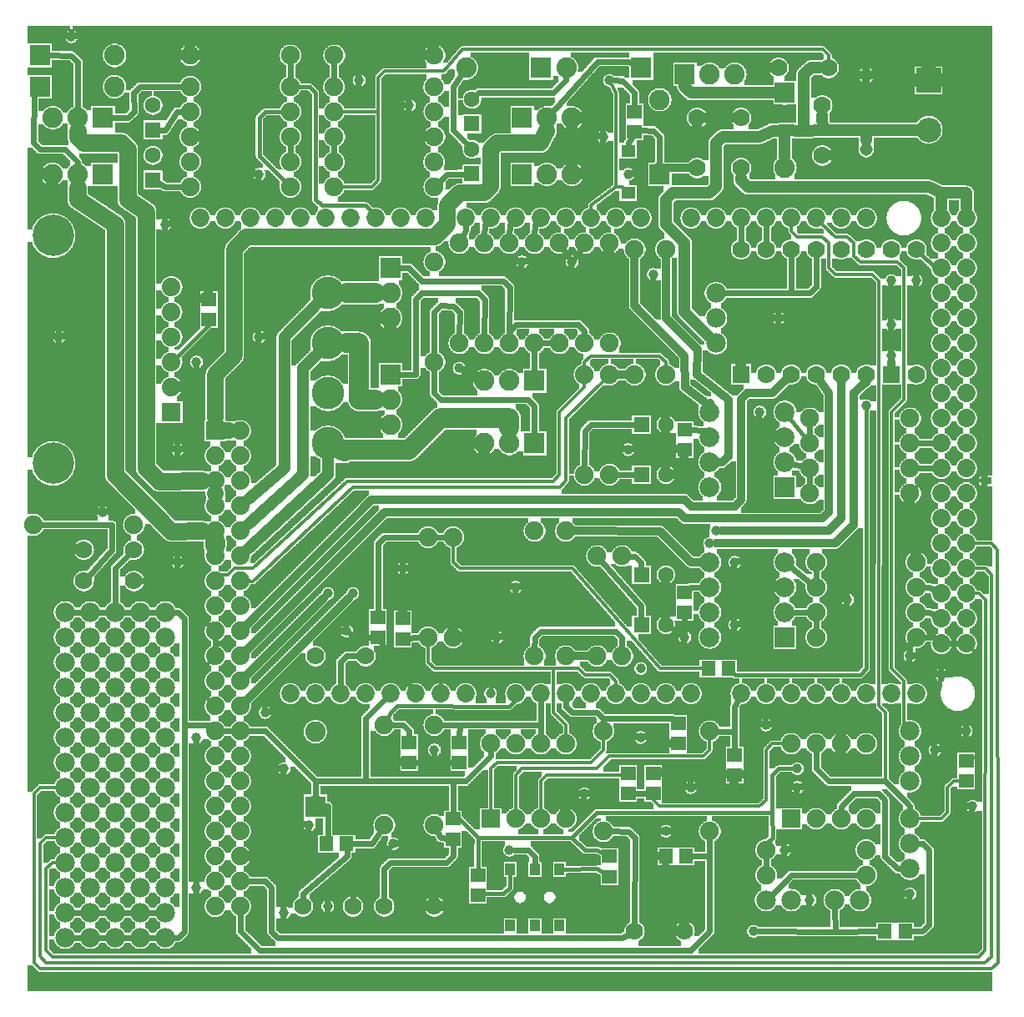
<source format=gtl>
G04 MADE WITH FRITZING*
G04 WWW.FRITZING.ORG*
G04 DOUBLE SIDED*
G04 HOLES PLATED*
G04 CONTOUR ON CENTER OF CONTOUR VECTOR*
%ASAXBY*%
%FSLAX23Y23*%
%MOIN*%
%OFA0B0*%
%SFA1.0B1.0*%
%ADD10C,0.075000*%
%ADD11C,0.039370*%
%ADD12C,0.074000*%
%ADD13C,0.165354*%
%ADD14C,0.070000*%
%ADD15C,0.078000*%
%ADD16C,0.130000*%
%ADD17C,0.072917*%
%ADD18C,0.082000*%
%ADD19C,0.051496*%
%ADD20C,0.079370*%
%ADD21C,0.062992*%
%ADD22C,0.099055*%
%ADD23R,0.039370X0.045276*%
%ADD24R,0.059055X0.055118*%
%ADD25R,0.055118X0.059055*%
%ADD26R,0.057874X0.050000*%
%ADD27R,0.074000X0.074000*%
%ADD28R,0.070000X0.070000*%
%ADD29R,0.075000X0.075000*%
%ADD30R,0.082000X0.082000*%
%ADD31R,0.079370X0.079370*%
%ADD32R,0.062992X0.062992*%
%ADD33R,0.099055X0.099055*%
%ADD34C,0.024000*%
%ADD35C,0.012000*%
%ADD36C,0.016000*%
%ADD37C,0.048000*%
%ADD38C,0.032000*%
%ADD39C,0.065000*%
%ADD40C,0.080000*%
%LNCOPPER1*%
G90*
G70*
G54D10*
X1892Y3738D03*
X2633Y3427D03*
X1524Y3474D03*
X1370Y3468D03*
X2297Y3613D03*
X660Y1978D03*
X2745Y3027D03*
X3740Y3756D03*
X2032Y2851D03*
X1335Y2926D03*
X1332Y2734D03*
X3261Y2822D03*
X1597Y2437D03*
X3148Y2424D03*
X3611Y2775D03*
X1346Y2304D03*
X2172Y2508D03*
X2360Y2393D03*
X2692Y1853D03*
X114Y2893D03*
X1848Y1883D03*
X1641Y1756D03*
X1466Y999D03*
X990Y982D03*
X3059Y1132D03*
X2555Y470D03*
X3567Y1912D03*
X1317Y805D03*
X756Y276D03*
G54D11*
X3566Y1378D03*
X2991Y1103D03*
X2441Y3303D03*
X2341Y3453D03*
X1966Y603D03*
X2491Y1328D03*
X716Y1053D03*
X716Y453D03*
X2441Y2203D03*
X3041Y2728D03*
X1366Y3678D03*
X216Y3853D03*
X3116Y928D03*
X1666Y1003D03*
X2491Y1053D03*
X2591Y678D03*
X2266Y828D03*
X2691Y853D03*
X1166Y703D03*
X2366Y3678D03*
X1066Y928D03*
X1766Y2528D03*
X991Y1153D03*
X1916Y1453D03*
X3666Y1003D03*
X3691Y1303D03*
X2666Y1453D03*
X591Y3103D03*
G54D12*
X616Y2353D03*
X616Y2453D03*
X616Y2553D03*
X616Y2653D03*
X616Y2753D03*
X616Y2853D03*
G54D13*
X144Y2148D03*
X144Y3058D03*
G54D11*
X3491Y2878D03*
X3491Y2703D03*
X3491Y2578D03*
X3066Y603D03*
X3116Y853D03*
X3591Y2878D03*
X2216Y2953D03*
X2016Y2953D03*
X966Y2653D03*
X716Y2553D03*
X341Y1953D03*
X641Y2203D03*
X641Y1753D03*
X2866Y1753D03*
X2966Y2353D03*
X3391Y2378D03*
X1502Y628D03*
G54D14*
X3591Y3003D03*
X3591Y2503D03*
X3491Y3003D03*
X3491Y2503D03*
X3391Y3003D03*
X3391Y2503D03*
X3291Y3003D03*
X3291Y2503D03*
X3191Y3003D03*
X3191Y2503D03*
X3091Y3003D03*
X3091Y2503D03*
X2991Y3003D03*
X2991Y2503D03*
X2891Y3003D03*
X2891Y2503D03*
G54D11*
X3866Y2078D03*
X1566Y3578D03*
X3166Y403D03*
X3791Y1078D03*
X3816Y778D03*
X966Y3303D03*
X1891Y1228D03*
G54D15*
X191Y1553D03*
X291Y1553D03*
X391Y1553D03*
X491Y1553D03*
X591Y1553D03*
X191Y253D03*
X291Y253D03*
X391Y253D03*
X491Y253D03*
X591Y253D03*
X191Y853D03*
X191Y1153D03*
X191Y353D03*
X291Y353D03*
X391Y353D03*
X491Y353D03*
X591Y353D03*
X191Y1353D03*
X191Y1253D03*
X191Y1053D03*
X191Y753D03*
X191Y453D03*
X191Y953D03*
X191Y1453D03*
X191Y653D03*
X191Y553D03*
X291Y853D03*
X291Y1153D03*
X291Y1353D03*
X291Y1253D03*
X291Y1053D03*
X291Y753D03*
X291Y453D03*
X291Y953D03*
X291Y1453D03*
X291Y653D03*
X291Y553D03*
X391Y853D03*
X391Y1153D03*
X391Y1353D03*
X391Y1253D03*
X391Y1053D03*
X391Y753D03*
X391Y453D03*
X391Y953D03*
X391Y1453D03*
X391Y653D03*
X391Y553D03*
X491Y853D03*
X491Y1153D03*
X491Y1353D03*
X491Y1253D03*
X491Y1053D03*
X491Y753D03*
X491Y453D03*
X491Y953D03*
X491Y1453D03*
X491Y653D03*
X491Y553D03*
X591Y453D03*
X591Y553D03*
X591Y653D03*
X591Y753D03*
X591Y853D03*
X591Y953D03*
X591Y1053D03*
X591Y1153D03*
X591Y1253D03*
X591Y1353D03*
X591Y1453D03*
G54D10*
X1891Y728D03*
X1891Y1028D03*
X1991Y728D03*
X1991Y1028D03*
X2091Y728D03*
X2091Y1028D03*
X2191Y728D03*
X2191Y1028D03*
G54D16*
X1241Y2628D03*
X1241Y2828D03*
X1241Y2428D03*
X1241Y2228D03*
X1241Y2628D03*
X1241Y2828D03*
X1241Y2428D03*
X1241Y2228D03*
G54D11*
X1316Y1478D03*
X3316Y1603D03*
X2866Y1503D03*
X1991Y1653D03*
X1541Y1728D03*
X1241Y378D03*
X1066Y353D03*
X166Y2653D03*
X3566Y428D03*
X2541Y2903D03*
X2941Y278D03*
X2791Y1878D03*
X2766Y1828D03*
X1241Y1628D03*
X1341Y1628D03*
G54D10*
X3091Y728D03*
X3091Y1028D03*
X3191Y728D03*
X3191Y1028D03*
X3291Y728D03*
X3291Y1028D03*
X3391Y728D03*
X3391Y1028D03*
G54D12*
X891Y2278D03*
X891Y2178D03*
X891Y2078D03*
X891Y1978D03*
X891Y1878D03*
X891Y1778D03*
X891Y1678D03*
X891Y1578D03*
X891Y1478D03*
X891Y1378D03*
X891Y1278D03*
X891Y1178D03*
X891Y1078D03*
X891Y978D03*
X891Y878D03*
X891Y778D03*
X891Y678D03*
X891Y578D03*
X891Y478D03*
X891Y378D03*
X791Y2278D03*
X791Y2178D03*
X791Y2078D03*
X791Y1978D03*
X791Y1878D03*
X791Y1778D03*
X791Y1678D03*
X791Y1578D03*
X791Y1478D03*
X791Y1378D03*
X791Y1278D03*
X791Y1178D03*
X791Y1078D03*
X791Y978D03*
X791Y878D03*
X791Y778D03*
X791Y678D03*
X791Y578D03*
X791Y478D03*
X791Y378D03*
G54D17*
X2991Y1228D03*
X1391Y1228D03*
X3091Y1228D03*
X3191Y1228D03*
X3291Y1228D03*
X3391Y1228D03*
X3691Y2628D03*
X3491Y1228D03*
X3591Y1228D03*
X1431Y3128D03*
X1991Y1228D03*
X2091Y1228D03*
X2191Y1228D03*
X2291Y1228D03*
X3691Y1828D03*
X2391Y1228D03*
X2491Y1228D03*
X2591Y1228D03*
X2691Y1228D03*
X2191Y3128D03*
X3691Y3028D03*
X3691Y2228D03*
X3691Y1428D03*
X1031Y3128D03*
X1791Y1228D03*
X1791Y3128D03*
X3691Y2828D03*
X3691Y2428D03*
X3691Y2028D03*
X3391Y3128D03*
X3691Y1628D03*
X3291Y3128D03*
X3191Y3128D03*
X3091Y3128D03*
X2991Y3128D03*
X2891Y3128D03*
X2791Y3128D03*
X2691Y3128D03*
X831Y3128D03*
X1231Y3128D03*
X1631Y3128D03*
X1191Y1228D03*
X1591Y1228D03*
X2391Y3128D03*
X1991Y3128D03*
X3691Y3128D03*
X3691Y2928D03*
X3691Y2728D03*
X3691Y2528D03*
X3691Y2328D03*
X3691Y2128D03*
X3691Y1928D03*
X3691Y1728D03*
X3691Y1528D03*
X731Y3128D03*
X931Y3128D03*
X1131Y3128D03*
X1331Y3128D03*
X1531Y3128D03*
X1091Y1228D03*
X1291Y1228D03*
X1491Y1228D03*
X1691Y1228D03*
X2491Y3128D03*
X2291Y3128D03*
X2091Y3128D03*
X1891Y3128D03*
X3791Y3128D03*
X3791Y3028D03*
X3791Y2928D03*
X3791Y2828D03*
X3791Y2728D03*
X3791Y2628D03*
X3791Y2528D03*
X3791Y2428D03*
X3791Y2328D03*
X3791Y2228D03*
X3791Y2128D03*
X3791Y2028D03*
X3791Y1928D03*
X3791Y1828D03*
X3791Y1728D03*
X3791Y1628D03*
X3791Y1528D03*
X3791Y1428D03*
X2891Y1228D03*
G54D18*
X1491Y2503D03*
X1491Y2403D03*
X1491Y2303D03*
X2066Y2478D03*
X1966Y2478D03*
X1866Y2478D03*
X1491Y2928D03*
X1491Y2828D03*
X1491Y2728D03*
X2066Y2228D03*
X1966Y2228D03*
X1866Y2228D03*
G54D14*
X1191Y1378D03*
X1391Y1378D03*
G54D18*
X2566Y3303D03*
X2566Y3601D03*
G54D10*
X466Y1903D03*
X66Y1903D03*
G54D15*
X3566Y528D03*
X3566Y628D03*
X3566Y728D03*
X3566Y1078D03*
X3566Y978D03*
X3566Y878D03*
X2791Y2828D03*
X2791Y2728D03*
X2791Y2628D03*
G54D10*
X2991Y603D03*
X3391Y603D03*
X2991Y503D03*
X3391Y503D03*
G54D15*
X2991Y403D03*
X3091Y403D03*
X3266Y403D03*
X3366Y403D03*
G54D10*
X3591Y1453D03*
X3191Y1453D03*
X2366Y3028D03*
X2366Y2628D03*
X2266Y3028D03*
X2266Y2628D03*
X3566Y2028D03*
X3166Y2028D03*
X3591Y1753D03*
X3191Y1753D03*
X2166Y3028D03*
X2166Y2628D03*
X1666Y2953D03*
X1666Y2553D03*
X3566Y2328D03*
X3166Y2328D03*
G54D18*
X2666Y3703D03*
X2766Y3703D03*
X2866Y3703D03*
G54D14*
X3041Y3728D03*
X3241Y3728D03*
X2891Y3528D03*
X2891Y3328D03*
X3216Y3378D03*
X3216Y3578D03*
X2716Y3528D03*
X2716Y3328D03*
G54D18*
X3066Y3628D03*
X3066Y3330D03*
G54D19*
X3391Y3403D03*
X3391Y3698D03*
X3391Y3403D03*
X3391Y3698D03*
G54D20*
X3066Y1453D03*
X2766Y1453D03*
X3066Y1553D03*
X2766Y1553D03*
X3066Y1653D03*
X2766Y1653D03*
X3066Y1753D03*
X2766Y1753D03*
X3066Y2053D03*
X2766Y2053D03*
X3066Y2153D03*
X2766Y2153D03*
X3066Y2253D03*
X2766Y2253D03*
X3066Y2353D03*
X2766Y2353D03*
G54D10*
X3591Y1553D03*
X3191Y1553D03*
X1866Y3028D03*
X1866Y2628D03*
X1966Y3028D03*
X1966Y2628D03*
X3566Y2128D03*
X3166Y2128D03*
X3591Y1653D03*
X3191Y1653D03*
X2066Y3028D03*
X2066Y2628D03*
X1766Y3028D03*
X1766Y2628D03*
X3566Y2228D03*
X3166Y2228D03*
X2066Y1378D03*
X2066Y1878D03*
X2591Y2503D03*
X2591Y3003D03*
X2191Y1878D03*
X2191Y1378D03*
X2466Y3003D03*
X2466Y2503D03*
X2416Y1778D03*
X2416Y1378D03*
X2266Y2103D03*
X2266Y2503D03*
X2316Y1778D03*
X2316Y1378D03*
X2366Y2103D03*
X2366Y2503D03*
G54D21*
X2493Y1703D03*
X2591Y1703D03*
X2493Y2303D03*
X2591Y2303D03*
X2493Y1503D03*
X2591Y1503D03*
X2493Y2103D03*
X2591Y2103D03*
G54D10*
X1741Y1853D03*
X1741Y1453D03*
G54D14*
X1666Y378D03*
X1466Y378D03*
X1341Y378D03*
X1141Y378D03*
G54D10*
X1666Y703D03*
X1666Y1103D03*
X1466Y703D03*
X1466Y1103D03*
G54D18*
X1191Y778D03*
X1191Y1076D03*
G54D14*
X266Y1678D03*
X466Y1678D03*
X266Y1803D03*
X466Y1803D03*
X2666Y278D03*
X2466Y278D03*
G54D10*
X2766Y678D03*
X2766Y1078D03*
X2341Y678D03*
X2341Y1078D03*
X1641Y1853D03*
X1641Y1453D03*
X1091Y3253D03*
X691Y3253D03*
X1266Y3253D03*
X1666Y3253D03*
X1091Y3553D03*
X691Y3553D03*
X1266Y3553D03*
X1666Y3553D03*
G54D21*
X542Y3281D03*
X542Y3379D03*
X1816Y3305D03*
X1816Y3403D03*
X542Y3481D03*
X542Y3579D03*
X1816Y3505D03*
X1816Y3603D03*
G54D18*
X91Y3653D03*
X389Y3653D03*
X2091Y3728D03*
X1793Y3728D03*
X91Y3778D03*
X389Y3778D03*
X2491Y3728D03*
X2193Y3728D03*
X341Y3303D03*
X241Y3303D03*
X141Y3303D03*
X2016Y3303D03*
X2116Y3303D03*
X2216Y3303D03*
X342Y3529D03*
X242Y3529D03*
X142Y3529D03*
X2016Y3528D03*
X2116Y3528D03*
X2216Y3528D03*
G54D10*
X1091Y3353D03*
X691Y3353D03*
X1265Y3352D03*
X1665Y3352D03*
X1091Y3653D03*
X691Y3653D03*
X1265Y3652D03*
X1665Y3652D03*
X1091Y3453D03*
X691Y3453D03*
X1266Y3453D03*
X1666Y3453D03*
X1091Y3778D03*
X691Y3778D03*
X1266Y3778D03*
X1666Y3778D03*
G54D22*
X3641Y3678D03*
X3641Y3481D03*
G54D23*
X1969Y303D03*
X2068Y303D03*
X2166Y303D03*
X1969Y525D03*
X2068Y525D03*
X2166Y525D03*
G54D24*
X1841Y503D03*
X1841Y422D03*
X2366Y578D03*
X2366Y497D03*
G54D25*
X2591Y578D03*
X2672Y578D03*
G54D24*
X1441Y1453D03*
X1441Y1534D03*
G54D26*
X2441Y3228D03*
X2441Y3397D03*
G54D24*
X2641Y1028D03*
X2641Y1109D03*
X2866Y903D03*
X2866Y984D03*
X1766Y953D03*
X1766Y1034D03*
X1566Y953D03*
X1566Y1034D03*
X1541Y1528D03*
X1541Y1447D03*
X2466Y3553D03*
X2466Y3472D03*
X3791Y878D03*
X3791Y959D03*
G54D25*
X3466Y278D03*
X3547Y278D03*
G54D24*
X2441Y828D03*
X2441Y909D03*
X2541Y828D03*
X2541Y909D03*
X2666Y1553D03*
X2666Y1634D03*
X766Y2803D03*
X766Y2722D03*
X1741Y728D03*
X1741Y647D03*
G54D25*
X1235Y628D03*
X1316Y628D03*
X2841Y1328D03*
X2760Y1328D03*
G54D27*
X616Y2353D03*
G54D28*
X2891Y2503D03*
X3491Y2503D03*
G54D29*
X1891Y728D03*
X3091Y728D03*
G54D27*
X791Y2278D03*
G54D30*
X1491Y2503D03*
X2066Y2478D03*
X1491Y2928D03*
X2066Y2228D03*
X2566Y3302D03*
X2666Y3703D03*
X3066Y3629D03*
G54D31*
X3066Y1453D03*
X3066Y2053D03*
G54D32*
X2493Y1703D03*
X2493Y2303D03*
X2493Y1503D03*
X2493Y2103D03*
G54D30*
X1191Y777D03*
G54D32*
X542Y3281D03*
X1816Y3305D03*
X542Y3481D03*
X1816Y3505D03*
G54D30*
X90Y3653D03*
X2092Y3728D03*
X90Y3778D03*
X2492Y3728D03*
X341Y3303D03*
X2016Y3303D03*
X342Y3529D03*
X2016Y3528D03*
G54D33*
X3641Y3678D03*
G54D34*
X3565Y1428D02*
X3566Y1397D01*
D02*
X3571Y1433D02*
X3565Y1428D01*
D02*
X3761Y1428D02*
X3721Y1428D01*
G54D35*
D02*
X3841Y1378D02*
X3809Y1411D01*
D02*
X3815Y968D02*
X3841Y978D01*
D02*
X3841Y978D02*
X3841Y1378D01*
G54D34*
D02*
X3670Y1449D02*
X3665Y1454D01*
D02*
X3665Y1454D02*
X3620Y1453D01*
D02*
X67Y3628D02*
X69Y3630D01*
D02*
X66Y3428D02*
X67Y3628D01*
D02*
X191Y3403D02*
X91Y3403D01*
D02*
X240Y3353D02*
X191Y3403D01*
D02*
X91Y3403D02*
X66Y3428D01*
D02*
X241Y3335D02*
X240Y3353D01*
G54D36*
D02*
X2267Y604D02*
X2216Y652D01*
D02*
X1842Y428D02*
X1841Y422D01*
D02*
X1942Y428D02*
X1842Y428D01*
D02*
X1969Y508D02*
X1967Y452D01*
D02*
X1967Y452D02*
X1942Y428D01*
D02*
X1840Y604D02*
X1842Y652D01*
D02*
X1841Y525D02*
X1840Y604D01*
D02*
X2316Y528D02*
X2180Y526D01*
D02*
X2342Y512D02*
X2316Y528D01*
D02*
X2316Y604D02*
X2267Y604D01*
D02*
X2342Y590D02*
X2316Y604D01*
G54D34*
D02*
X1342Y1452D02*
X1330Y1465D01*
D02*
X1417Y1453D02*
X1342Y1452D01*
D02*
X1240Y652D02*
X1240Y779D01*
D02*
X1240Y652D02*
X1240Y652D01*
D02*
X1240Y779D02*
X1223Y779D01*
D02*
X2042Y604D02*
X1985Y603D01*
D02*
X2067Y577D02*
X2042Y604D01*
D02*
X2067Y543D02*
X2067Y577D01*
G54D35*
D02*
X2140Y2077D02*
X2166Y2103D01*
D02*
X2266Y2453D02*
X2266Y2480D01*
D02*
X2166Y2353D02*
X2266Y2453D01*
D02*
X2166Y2103D02*
X2166Y2353D01*
D02*
X1317Y2077D02*
X2140Y2077D01*
D02*
X842Y1704D02*
X867Y1728D01*
D02*
X941Y1728D02*
X1317Y2077D01*
D02*
X867Y1728D02*
X941Y1728D01*
G54D37*
D02*
X1242Y2103D02*
X1241Y2171D01*
D02*
X922Y1807D02*
X1242Y2103D01*
G54D35*
D02*
X816Y1704D02*
X842Y1704D01*
D02*
X809Y1696D02*
X816Y1704D01*
D02*
X2291Y2577D02*
X2566Y2577D01*
D02*
X2566Y2577D02*
X2591Y2553D01*
G54D34*
D02*
X2095Y2628D02*
X2138Y2628D01*
G54D35*
D02*
X2266Y2553D02*
X2291Y2577D01*
D02*
X2591Y2553D02*
X2591Y2526D01*
D02*
X2266Y2526D02*
X2266Y2553D01*
G54D34*
D02*
X1467Y1852D02*
X1613Y1853D01*
D02*
X1441Y1556D02*
X1442Y1828D01*
D02*
X1442Y1828D02*
X1467Y1852D01*
D02*
X2241Y2703D02*
X2266Y2677D01*
D02*
X1991Y2703D02*
X2241Y2703D01*
D02*
X1967Y2677D02*
X1991Y2703D01*
D02*
X2266Y2677D02*
X2266Y2657D01*
D02*
X639Y3554D02*
X591Y3479D01*
D02*
X1966Y2657D02*
X1967Y2677D01*
D02*
X1670Y1853D02*
X1713Y1853D01*
D02*
X3191Y2853D02*
X3191Y2977D01*
D02*
X3166Y2828D02*
X3191Y2853D01*
D02*
X3091Y2828D02*
X3091Y2977D01*
D02*
X3091Y2828D02*
X3166Y2828D01*
D02*
X2821Y2828D02*
X3091Y2828D01*
D02*
X2467Y1777D02*
X2445Y1777D01*
D02*
X2491Y1752D02*
X2467Y1777D01*
D02*
X591Y3479D02*
X569Y3480D01*
D02*
X2492Y1730D02*
X2491Y1752D01*
D02*
X663Y3554D02*
X639Y3554D01*
D02*
X2491Y1578D02*
X2335Y1756D01*
D02*
X3661Y2128D02*
X3595Y2128D01*
D02*
X3595Y2228D02*
X3661Y2228D01*
D02*
X1717Y3304D02*
X1789Y3304D01*
D02*
X242Y3752D02*
X216Y3777D01*
D02*
X216Y3777D02*
X123Y3778D01*
D02*
X2492Y1530D02*
X2491Y1578D01*
D02*
X1686Y3273D02*
X1717Y3304D01*
D02*
X242Y3561D02*
X242Y3752D01*
D02*
X591Y3253D02*
X566Y3268D01*
D02*
X663Y3253D02*
X591Y3253D01*
D02*
X2442Y3428D02*
X2442Y3417D01*
G54D35*
D02*
X2417Y3253D02*
X2422Y3247D01*
D02*
X2391Y3253D02*
X2417Y3253D01*
G54D34*
D02*
X2454Y3450D02*
X2442Y3428D01*
G54D35*
D02*
X2391Y3253D02*
X2291Y3178D01*
G54D34*
D02*
X2466Y3628D02*
X2417Y3677D01*
D02*
X2417Y3677D02*
X2385Y3678D01*
D02*
X2466Y3575D02*
X2466Y3628D01*
G54D36*
D02*
X3667Y2928D02*
X3606Y2989D01*
D02*
X3667Y2928D02*
X3667Y2928D01*
G54D35*
D02*
X2291Y3178D02*
X2291Y3153D01*
D02*
X2391Y3628D02*
X2391Y3253D01*
D02*
X2372Y3666D02*
X2391Y3628D01*
G54D36*
D02*
X1842Y652D02*
X2216Y652D01*
D02*
X2316Y753D02*
X3016Y753D01*
D02*
X2216Y652D02*
X2316Y753D01*
D02*
X1766Y728D02*
X1842Y652D01*
D02*
X1765Y728D02*
X1766Y728D01*
G54D35*
D02*
X2341Y1003D02*
X2341Y1055D01*
D02*
X1917Y953D02*
X2291Y952D01*
D02*
X2291Y952D02*
X2341Y1003D01*
D02*
X1891Y751D02*
X1891Y928D01*
D02*
X1891Y928D02*
X1917Y953D01*
G54D34*
D02*
X2517Y828D02*
X2465Y828D01*
G54D35*
D02*
X2416Y903D02*
X2116Y903D01*
D02*
X2116Y903D02*
X2091Y878D01*
D02*
X2417Y903D02*
X2416Y903D01*
D02*
X2091Y878D02*
X2091Y751D01*
G54D36*
D02*
X3041Y928D02*
X3103Y928D01*
D02*
X3016Y903D02*
X3041Y928D01*
G54D35*
D02*
X2366Y978D02*
X2741Y978D01*
D02*
X2316Y928D02*
X2366Y978D01*
D02*
X2741Y978D02*
X2766Y1003D01*
D02*
X2766Y1003D02*
X2766Y1055D01*
D02*
X2016Y928D02*
X2316Y928D01*
D02*
X1991Y903D02*
X2016Y928D01*
D02*
X1991Y751D02*
X1991Y903D01*
G54D34*
D02*
X2991Y574D02*
X2991Y532D01*
G54D35*
D02*
X3016Y1028D02*
X2991Y1003D01*
D02*
X2566Y778D02*
X2541Y803D01*
D02*
X2966Y778D02*
X2566Y778D01*
D02*
X2541Y803D02*
X2541Y806D01*
D02*
X2991Y1003D02*
X2991Y803D01*
D02*
X3068Y1028D02*
X3016Y1028D01*
D02*
X2991Y803D02*
X2966Y778D01*
G54D34*
D02*
X1613Y1453D02*
X1591Y1453D01*
D02*
X1591Y1453D02*
X1565Y1450D01*
D02*
X1679Y677D02*
X1691Y652D01*
D02*
X1691Y652D02*
X1717Y650D01*
D02*
X1566Y1078D02*
X1566Y1056D01*
D02*
X1495Y1103D02*
X1541Y1103D01*
D02*
X1541Y1103D02*
X1566Y1078D01*
D02*
X1666Y953D02*
X1590Y953D01*
D02*
X1666Y953D02*
X1742Y953D01*
D02*
X1666Y984D02*
X1666Y953D01*
D02*
X2491Y3478D02*
X2490Y3478D01*
D02*
X2542Y3477D02*
X2491Y3478D01*
D02*
X2566Y3453D02*
X2542Y3477D01*
D02*
X2566Y3335D02*
X2566Y3453D01*
D02*
X1091Y3749D02*
X1091Y3682D01*
D02*
X1265Y3681D02*
X1266Y3749D01*
D02*
X2865Y1076D02*
X2795Y1077D01*
D02*
X2865Y1076D02*
X2865Y1176D01*
D02*
X2865Y1176D02*
X2878Y1201D01*
D02*
X2866Y1006D02*
X2865Y1076D01*
D02*
X3267Y277D02*
X3266Y373D01*
G54D35*
D02*
X3741Y878D02*
X3767Y878D01*
D02*
X3715Y854D02*
X3741Y878D01*
G54D37*
D02*
X1793Y2515D02*
X1828Y2497D01*
G54D34*
D02*
X1574Y1253D02*
X1456Y1431D01*
D02*
X2666Y1531D02*
X2666Y1472D01*
D02*
X2691Y1652D02*
X2690Y1651D01*
D02*
X2735Y1653D02*
X2691Y1652D01*
D02*
X2741Y2278D02*
X2690Y2282D01*
D02*
X2744Y2275D02*
X2741Y2278D01*
D02*
X2650Y1464D02*
X2614Y1488D01*
G54D36*
D02*
X766Y2722D02*
X767Y2702D01*
D02*
X767Y2702D02*
X634Y2571D01*
G54D35*
D02*
X2217Y1728D02*
X2567Y1328D01*
D02*
X1767Y1728D02*
X2217Y1728D01*
D02*
X2567Y1328D02*
X2738Y1328D01*
D02*
X1742Y1753D02*
X1767Y1728D01*
D02*
X1741Y1830D02*
X1742Y1753D01*
G54D34*
D02*
X561Y353D02*
X521Y353D01*
D02*
X461Y353D02*
X421Y353D01*
D02*
X361Y353D02*
X321Y353D01*
D02*
X261Y353D02*
X221Y353D01*
G54D38*
D02*
X3491Y2553D02*
X3491Y2535D01*
G54D34*
D02*
X2206Y2969D02*
X2182Y3004D01*
D02*
X2227Y2969D02*
X2250Y3004D01*
D02*
X1340Y477D02*
X1341Y404D01*
D02*
X1488Y615D02*
X1340Y477D01*
G54D36*
D02*
X2867Y1304D02*
X3367Y1302D01*
D02*
X3367Y1302D02*
X3391Y1328D01*
D02*
X3391Y1328D02*
X3391Y2365D01*
D02*
X2863Y1307D02*
X2867Y1304D01*
G54D35*
D02*
X3616Y2078D02*
X3853Y2078D01*
D02*
X3582Y2044D02*
X3616Y2078D01*
G54D34*
D02*
X642Y252D02*
X621Y253D01*
D02*
X521Y253D02*
X561Y253D01*
D02*
X667Y277D02*
X642Y252D01*
G54D35*
D02*
X716Y1252D02*
X716Y1304D01*
D02*
X773Y1196D02*
X716Y1252D01*
D02*
X716Y1304D02*
X773Y1360D01*
G54D34*
D02*
X492Y1678D02*
X591Y1677D01*
D02*
X591Y1677D02*
X769Y1500D01*
D02*
X791Y1409D02*
X791Y1447D01*
D02*
X461Y1553D02*
X421Y1553D01*
D02*
X561Y1553D02*
X521Y1553D01*
G54D35*
D02*
X141Y553D02*
X167Y553D01*
D02*
X91Y853D02*
X167Y853D01*
D02*
X116Y653D02*
X167Y653D01*
G54D34*
D02*
X221Y253D02*
X261Y253D01*
D02*
X321Y253D02*
X361Y253D01*
D02*
X421Y253D02*
X461Y253D01*
G54D36*
D02*
X1517Y1179D02*
X1491Y1153D01*
D02*
X1966Y1177D02*
X1517Y1179D01*
D02*
X1991Y1203D02*
X1966Y1177D01*
D02*
X1491Y1153D02*
X1476Y1124D01*
D02*
X1717Y1303D02*
X1691Y1277D01*
D02*
X1866Y1303D02*
X1717Y1303D01*
D02*
X1891Y1277D02*
X1866Y1303D01*
D02*
X1691Y1277D02*
X1691Y1253D01*
D02*
X1891Y1241D02*
X1891Y1277D01*
G54D34*
D02*
X391Y1728D02*
X448Y1785D01*
D02*
X391Y1583D02*
X391Y1728D01*
D02*
X261Y1553D02*
X221Y1553D01*
D02*
X361Y1553D02*
X321Y1553D01*
G54D36*
D02*
X1991Y1203D02*
X1991Y1203D01*
G54D34*
D02*
X3267Y277D02*
X3444Y278D01*
D02*
X2960Y278D02*
X3267Y277D01*
D02*
X2091Y1103D02*
X2091Y1057D01*
D02*
X1191Y878D02*
X1191Y810D01*
G54D37*
D02*
X3391Y3479D02*
X3391Y3441D01*
D02*
X3217Y3479D02*
X3216Y3541D01*
D02*
X2691Y3628D02*
X3023Y3628D01*
D02*
X2666Y3653D02*
X2691Y3628D01*
D02*
X2666Y3660D02*
X2666Y3653D01*
D02*
X2617Y3228D02*
X2591Y3203D01*
D02*
X2666Y2753D02*
X2762Y2657D01*
D02*
X2666Y3028D02*
X2666Y2753D01*
D02*
X2591Y3103D02*
X2666Y3028D01*
D02*
X2591Y3203D02*
X2591Y3103D01*
D02*
X2766Y3228D02*
X2617Y3228D01*
D02*
X2791Y3253D02*
X2766Y3228D01*
D02*
X2817Y3453D02*
X2791Y3428D01*
D02*
X2966Y3453D02*
X2817Y3453D01*
D02*
X3017Y3477D02*
X2966Y3453D01*
D02*
X2791Y3428D02*
X2791Y3253D01*
D02*
X3066Y3479D02*
X3017Y3477D01*
D02*
X3142Y3703D02*
X3172Y3730D01*
D02*
X3172Y3730D02*
X3204Y3729D01*
D02*
X3142Y3477D02*
X3142Y3703D01*
D02*
X1067Y2653D02*
X1201Y2788D01*
D02*
X1067Y2128D02*
X1067Y2653D01*
D02*
X923Y2005D02*
X1067Y2128D01*
D02*
X1142Y2528D02*
X1201Y2587D01*
D02*
X1142Y2103D02*
X1142Y2528D01*
D02*
X923Y1906D02*
X1142Y2103D01*
G54D39*
D02*
X845Y2278D02*
X838Y2278D01*
G54D38*
D02*
X2282Y1378D02*
X2225Y1378D01*
G54D34*
D02*
X1741Y878D02*
X1741Y750D01*
G54D35*
D02*
X2142Y1152D02*
X2191Y1104D01*
D02*
X2191Y1104D02*
X2191Y1051D01*
D02*
X2142Y1328D02*
X2142Y1152D01*
D02*
X2142Y1328D02*
X2242Y1328D01*
D02*
X2367Y1304D02*
X2391Y1277D01*
D02*
X2267Y1304D02*
X2367Y1304D01*
D02*
X2242Y1328D02*
X2267Y1304D01*
D02*
X1667Y1328D02*
X2142Y1328D01*
D02*
X1642Y1352D02*
X1667Y1328D01*
D02*
X2391Y1277D02*
X2391Y1253D01*
D02*
X1641Y1430D02*
X1642Y1352D01*
G54D34*
D02*
X1767Y1104D02*
X1766Y1056D01*
D02*
X2091Y1103D02*
X2091Y1198D01*
D02*
X1767Y1104D02*
X2091Y1103D01*
D02*
X1695Y1103D02*
X1767Y1104D01*
D02*
X1891Y978D02*
X1891Y999D01*
D02*
X1791Y878D02*
X1891Y978D01*
D02*
X1741Y878D02*
X1791Y878D01*
G54D37*
D02*
X3142Y3477D02*
X3217Y3479D01*
D02*
X3391Y3479D02*
X3589Y3481D01*
D02*
X3217Y3479D02*
X3391Y3479D01*
D02*
X3066Y3479D02*
X3142Y3477D01*
D02*
X3066Y3373D02*
X3066Y3479D01*
G54D34*
D02*
X378Y1902D02*
X95Y1903D01*
D02*
X378Y1802D02*
X378Y1902D01*
D02*
X284Y1697D02*
X378Y1802D01*
G54D40*
D02*
X1291Y2203D02*
X1566Y2203D01*
D02*
X1566Y2203D02*
X1691Y2328D01*
D02*
X1691Y2328D02*
X1966Y2328D01*
D02*
X1966Y2328D02*
X1966Y2288D01*
D02*
X1307Y2195D02*
X1291Y2203D01*
D02*
X1366Y2628D02*
X1366Y2403D01*
D02*
X1366Y2403D02*
X1431Y2403D01*
D02*
X1315Y2628D02*
X1366Y2628D01*
D02*
X1315Y2828D02*
X1431Y2828D01*
G54D34*
D02*
X667Y1028D02*
X667Y277D01*
D02*
X667Y1104D02*
X667Y1028D01*
G54D35*
D02*
X3416Y2904D02*
X3267Y2904D01*
D02*
X3116Y3052D02*
X3091Y3077D01*
D02*
X3242Y3028D02*
X3216Y3052D01*
D02*
X3242Y2928D02*
X3242Y3028D01*
D02*
X3267Y2904D02*
X3242Y2928D01*
D02*
X3216Y3052D02*
X3116Y3052D01*
D02*
X3091Y3077D02*
X3091Y3103D01*
D02*
X3442Y2877D02*
X3416Y2904D01*
D02*
X3442Y2428D02*
X3442Y2877D01*
D02*
X3440Y1428D02*
X3442Y2428D01*
D02*
X3516Y2952D02*
X3542Y2928D01*
D02*
X3342Y2977D02*
X3367Y2952D01*
D02*
X3367Y2952D02*
X3516Y2952D01*
D02*
X3542Y2404D02*
X3491Y2352D01*
D02*
X3542Y2928D02*
X3542Y2404D01*
D02*
X3340Y3028D02*
X3342Y2977D01*
D02*
X3267Y3052D02*
X3316Y3052D01*
D02*
X3316Y3052D02*
X3340Y3028D01*
D02*
X3209Y3111D02*
X3267Y3052D01*
D02*
X3541Y1102D02*
X3549Y1095D01*
D02*
X3541Y1278D02*
X3541Y1102D01*
D02*
X3491Y1328D02*
X3541Y1278D01*
D02*
X3491Y2352D02*
X3491Y1328D01*
G54D34*
D02*
X1316Y1378D02*
X1365Y1378D01*
D02*
X1291Y1353D02*
X1316Y1378D01*
D02*
X1291Y1258D02*
X1291Y1353D01*
G54D35*
D02*
X91Y179D02*
X116Y152D01*
D02*
X91Y628D02*
X91Y179D01*
D02*
X116Y653D02*
X91Y628D01*
D02*
X3866Y153D02*
X3891Y177D01*
D02*
X3891Y1704D02*
X3867Y1728D01*
D02*
X116Y152D02*
X3866Y153D01*
D02*
X3891Y177D02*
X3891Y1704D01*
D02*
X3867Y1728D02*
X3816Y1728D01*
D02*
X67Y828D02*
X67Y152D01*
D02*
X91Y853D02*
X67Y828D01*
D02*
X67Y152D02*
X91Y128D01*
D02*
X116Y528D02*
X116Y204D01*
D02*
X141Y553D02*
X116Y528D01*
D02*
X116Y204D02*
X140Y177D01*
D02*
X3840Y177D02*
X3866Y203D01*
D02*
X3867Y1604D02*
X3841Y1628D01*
G54D34*
D02*
X991Y478D02*
X1016Y453D01*
D02*
X1016Y453D02*
X1016Y277D01*
D02*
X1042Y252D02*
X2416Y252D01*
D02*
X1016Y277D02*
X1042Y252D01*
D02*
X922Y478D02*
X991Y478D01*
D02*
X2416Y252D02*
X2443Y266D01*
D02*
X2691Y204D02*
X967Y204D01*
D02*
X967Y204D02*
X891Y278D01*
D02*
X891Y278D02*
X891Y347D01*
D02*
X2766Y278D02*
X2691Y204D01*
D02*
X2766Y578D02*
X2766Y278D01*
G54D35*
D02*
X140Y177D02*
X3840Y177D01*
D02*
X3866Y203D02*
X3867Y1604D01*
D02*
X3841Y1628D02*
X3816Y1628D01*
D02*
X3891Y128D02*
X3917Y153D01*
D02*
X3915Y1802D02*
X3891Y1828D01*
D02*
X91Y128D02*
X3891Y128D01*
D02*
X3917Y153D02*
X3915Y1802D01*
D02*
X3891Y1828D02*
X3816Y1828D01*
G54D34*
D02*
X667Y1128D02*
X667Y1104D01*
D02*
X642Y1553D02*
X667Y1528D01*
D02*
X667Y1528D02*
X667Y1128D01*
D02*
X621Y1553D02*
X642Y1553D01*
D02*
X767Y1104D02*
X770Y1101D01*
D02*
X667Y1104D02*
X767Y1104D01*
D02*
X3616Y279D02*
X3642Y304D01*
D02*
X3569Y278D02*
X3616Y279D01*
D02*
X3642Y304D02*
X3642Y603D01*
D02*
X1191Y878D02*
X991Y1078D01*
D02*
X1391Y878D02*
X1291Y878D01*
D02*
X1291Y878D02*
X1191Y878D01*
D02*
X1741Y878D02*
X1391Y878D01*
D02*
X3617Y628D02*
X3596Y628D01*
D02*
X3642Y603D02*
X3617Y628D01*
G54D38*
D02*
X2667Y2003D02*
X2691Y1977D01*
D02*
X1415Y2002D02*
X2667Y2003D01*
D02*
X2691Y1977D02*
X2867Y1977D01*
D02*
X2891Y2004D02*
X2891Y2404D01*
D02*
X2916Y2428D02*
X3016Y2428D01*
D02*
X3016Y2428D02*
X3069Y2481D01*
D02*
X2891Y2404D02*
X2916Y2428D01*
D02*
X2867Y1977D02*
X2891Y2004D01*
D02*
X917Y1504D02*
X1415Y2002D01*
G54D34*
D02*
X2091Y1477D02*
X2067Y1452D01*
D02*
X2391Y1477D02*
X2091Y1477D01*
D02*
X2416Y1452D02*
X2391Y1477D01*
D02*
X2067Y1452D02*
X2066Y1407D01*
D02*
X2416Y1407D02*
X2416Y1452D01*
G54D38*
D02*
X917Y1204D02*
X1324Y1611D01*
D02*
X917Y1304D02*
X1224Y1611D01*
D02*
X3342Y2428D02*
X3367Y2452D01*
D02*
X3391Y2477D02*
X3391Y2471D01*
D02*
X3367Y2452D02*
X3391Y2477D01*
D02*
X3341Y1902D02*
X3342Y2428D01*
D02*
X3267Y1828D02*
X3341Y1902D01*
D02*
X2791Y1828D02*
X3267Y1828D01*
D02*
X3241Y1878D02*
X3291Y1928D01*
D02*
X3291Y1928D02*
X3291Y2471D01*
D02*
X2816Y1878D02*
X3241Y1878D01*
D02*
X3216Y1928D02*
X3242Y1952D01*
D02*
X3242Y2428D02*
X3209Y2477D01*
D02*
X1467Y1952D02*
X2642Y1953D01*
D02*
X2642Y1953D02*
X2667Y1928D01*
D02*
X2667Y1928D02*
X3216Y1928D01*
D02*
X3242Y1952D02*
X3242Y2428D01*
D02*
X917Y1404D02*
X1467Y1952D01*
G54D35*
D02*
X3441Y1178D02*
X3440Y1428D01*
D02*
X3467Y1154D02*
X3441Y1178D01*
D02*
X3467Y878D02*
X3467Y1154D01*
G54D34*
D02*
X2991Y3098D02*
X2991Y3029D01*
D02*
X2891Y3098D02*
X2891Y3029D01*
D02*
X3642Y1552D02*
X3620Y1553D01*
D02*
X3642Y1652D02*
X3620Y1653D01*
D02*
X3664Y1642D02*
X3642Y1652D01*
D02*
X3664Y1542D02*
X3642Y1552D01*
G54D35*
D02*
X3691Y728D02*
X3716Y753D01*
D02*
X3716Y753D02*
X3715Y854D01*
D02*
X3591Y728D02*
X3691Y728D01*
D02*
X2167Y2052D02*
X2191Y2078D01*
D02*
X1342Y2053D02*
X2167Y2052D01*
G54D40*
D02*
X791Y1819D02*
X791Y1837D01*
G54D35*
D02*
X2191Y2328D02*
X2350Y2487D01*
D02*
X2191Y2078D02*
X2191Y2328D01*
D02*
X942Y1677D02*
X1342Y2053D01*
D02*
X917Y1678D02*
X942Y1677D01*
G54D34*
D02*
X991Y1078D02*
X922Y1078D01*
G54D39*
D02*
X791Y2025D02*
X791Y2031D01*
G54D34*
D02*
X822Y1078D02*
X860Y1078D01*
D02*
X1391Y1077D02*
X1391Y878D01*
D02*
X1391Y1128D02*
X1391Y1077D01*
D02*
X1466Y1203D02*
X1391Y1128D01*
D02*
X1470Y1207D02*
X1466Y1203D01*
G54D38*
D02*
X2466Y2778D02*
X2465Y2876D01*
D02*
X2666Y2577D02*
X2466Y2778D01*
D02*
X2465Y2876D02*
X2466Y2969D01*
G54D34*
D02*
X1566Y2928D02*
X1616Y2877D01*
G54D38*
D02*
X2667Y2453D02*
X2666Y2577D01*
G54D34*
D02*
X1523Y2928D02*
X1566Y2928D01*
D02*
X1616Y2877D02*
X1942Y2877D01*
G54D38*
D02*
X2767Y2377D02*
X2667Y2453D01*
D02*
X2767Y2389D02*
X2767Y2377D01*
G54D34*
D02*
X1591Y2803D02*
X1616Y2828D01*
D02*
X1616Y2828D02*
X1842Y2828D01*
D02*
X1842Y2828D02*
X1867Y2803D01*
D02*
X1967Y2853D02*
X1966Y2657D01*
D02*
X1967Y3103D02*
X1970Y3107D01*
D02*
X1966Y3057D02*
X1967Y3103D01*
D02*
X2067Y3103D02*
X2070Y3107D01*
D02*
X2066Y3057D02*
X2067Y3103D01*
D02*
X1942Y2877D02*
X1967Y2853D01*
D02*
X1591Y2503D02*
X1591Y2803D01*
D02*
X1523Y2503D02*
X1591Y2503D01*
D02*
X1867Y2803D02*
X1866Y2657D01*
D02*
X1791Y3078D02*
X1791Y3098D01*
D02*
X1867Y3103D02*
X1870Y3107D01*
D02*
X1866Y3057D02*
X1867Y3103D01*
D02*
X1779Y3054D02*
X1791Y3078D01*
G54D35*
D02*
X3217Y3802D02*
X3241Y3778D01*
D02*
X3241Y3778D02*
X3241Y3749D01*
D02*
X1441Y3691D02*
X1441Y3552D01*
D02*
X1704Y3715D02*
X1778Y3802D01*
D02*
X1778Y3802D02*
X3217Y3802D01*
D02*
X1441Y3552D02*
X1441Y3278D01*
D02*
X1441Y3278D02*
X1417Y3254D01*
D02*
X1467Y3715D02*
X1704Y3715D01*
D02*
X1467Y3715D02*
X1441Y3691D01*
D02*
X1417Y3254D02*
X1289Y3253D01*
G54D36*
D02*
X967Y3377D02*
X1075Y3269D01*
G54D35*
D02*
X1441Y3552D02*
X1289Y3553D01*
G54D36*
D02*
X967Y3528D02*
X967Y3377D01*
D02*
X1068Y3553D02*
X991Y3552D01*
D02*
X991Y3552D02*
X967Y3528D01*
G54D34*
D02*
X1741Y3654D02*
X1775Y3702D01*
D02*
X1742Y3479D02*
X1741Y3654D01*
D02*
X1797Y3422D02*
X1742Y3479D01*
D02*
X2442Y3753D02*
X2317Y3753D01*
D02*
X2463Y3743D02*
X2442Y3753D01*
D02*
X2317Y3753D02*
X2138Y3552D01*
D02*
X440Y3528D02*
X374Y3529D01*
D02*
X467Y3552D02*
X440Y3528D01*
D02*
X465Y3628D02*
X467Y3552D01*
D02*
X491Y3654D02*
X465Y3628D01*
D02*
X663Y3653D02*
X491Y3654D01*
D02*
X1841Y3628D02*
X1835Y3622D01*
D02*
X2141Y3628D02*
X1841Y3628D01*
D02*
X2191Y3678D02*
X2141Y3628D01*
D02*
X2192Y3696D02*
X2191Y3678D01*
D02*
X3191Y928D02*
X3191Y999D01*
D02*
X3240Y879D02*
X3191Y928D01*
D02*
X3467Y878D02*
X3240Y879D01*
D02*
X3566Y779D02*
X3467Y878D01*
D02*
X3566Y758D02*
X3566Y779D01*
D02*
X1742Y2777D02*
X1767Y2753D01*
D02*
X1767Y2753D02*
X1766Y2657D01*
D02*
X1666Y2428D02*
X1666Y2524D01*
D02*
X1691Y2403D02*
X1666Y2428D01*
D02*
X2042Y2403D02*
X1691Y2403D01*
D02*
X2066Y2377D02*
X2042Y2403D01*
D02*
X1666Y2753D02*
X1691Y2778D01*
D02*
X1666Y2582D02*
X1666Y2753D01*
D02*
X1691Y2778D02*
X1742Y2777D01*
D02*
X2066Y2260D02*
X2066Y2377D01*
D02*
X2066Y2599D02*
X2066Y2510D01*
G54D38*
D02*
X2566Y3328D02*
X2685Y3328D01*
D02*
X2566Y3341D02*
X2566Y3328D01*
D02*
X2567Y1877D02*
X2225Y1878D01*
D02*
X2691Y1753D02*
X2567Y1877D01*
D02*
X2730Y1753D02*
X2691Y1753D01*
D02*
X2842Y2403D02*
X2842Y2177D01*
D02*
X2842Y2177D02*
X2816Y2152D01*
D02*
X2717Y2603D02*
X2716Y2503D01*
D02*
X2591Y2728D02*
X2717Y2603D01*
D02*
X2716Y2503D02*
X2842Y2403D01*
D02*
X2816Y2152D02*
X2803Y2153D01*
D02*
X2591Y2969D02*
X2591Y2728D01*
G54D34*
D02*
X3466Y577D02*
X3517Y528D01*
D02*
X3517Y528D02*
X3536Y528D01*
D02*
X3466Y803D02*
X3466Y577D01*
D02*
X3442Y828D02*
X3466Y803D01*
D02*
X3342Y828D02*
X3442Y828D01*
D02*
X3291Y777D02*
X3342Y828D01*
D02*
X3291Y757D02*
X3291Y777D01*
D02*
X3091Y503D02*
X3363Y503D01*
D02*
X3013Y424D02*
X3091Y503D01*
D02*
X3191Y1724D02*
X3191Y1682D01*
D02*
X3166Y2328D02*
X3166Y2257D01*
D02*
X3191Y1524D02*
X3191Y1482D01*
D02*
X3166Y2099D02*
X3166Y2057D01*
D02*
X3097Y1553D02*
X3163Y1553D01*
D02*
X3090Y1734D02*
X3169Y1671D01*
G54D37*
D02*
X3791Y3228D02*
X3791Y3169D01*
D02*
X3691Y3228D02*
X3791Y3228D01*
D02*
X2917Y3252D02*
X2891Y3278D01*
D02*
X3641Y3252D02*
X2917Y3252D01*
D02*
X2891Y3278D02*
X2891Y3291D01*
D02*
X3691Y3228D02*
X3641Y3252D01*
D02*
X3691Y3169D02*
X3691Y3228D01*
G54D34*
D02*
X3096Y2146D02*
X3138Y2135D01*
G54D36*
D02*
X3082Y2333D02*
X3152Y2246D01*
G54D38*
D02*
X2400Y2503D02*
X2432Y2503D01*
G54D34*
D02*
X2466Y2103D02*
X2395Y2103D01*
D02*
X2291Y2303D02*
X2267Y2277D01*
D02*
X2267Y2277D02*
X2266Y2132D01*
D02*
X2466Y2303D02*
X2291Y2303D01*
D02*
X1091Y3424D02*
X1091Y3382D01*
D02*
X1266Y3424D02*
X1266Y3381D01*
D02*
X2766Y649D02*
X2766Y578D01*
D02*
X2766Y578D02*
X2694Y578D01*
D02*
X1741Y578D02*
X1741Y625D01*
D02*
X1716Y553D02*
X1741Y578D01*
D02*
X1567Y552D02*
X1716Y553D01*
D02*
X1491Y552D02*
X1567Y552D01*
D02*
X1466Y528D02*
X1491Y552D01*
D02*
X1466Y404D02*
X1466Y528D01*
D02*
X2442Y677D02*
X2370Y678D01*
D02*
X2467Y652D02*
X2442Y677D01*
D02*
X2466Y304D02*
X2467Y652D01*
D02*
X2616Y1128D02*
X2617Y1127D01*
D02*
X2341Y1128D02*
X2616Y1128D01*
D02*
X2316Y1153D02*
X2341Y1128D01*
D02*
X2217Y1154D02*
X2316Y1153D01*
D02*
X2191Y1176D02*
X2217Y1154D01*
D02*
X2191Y1198D02*
X2191Y1176D01*
D02*
X1317Y578D02*
X1317Y604D01*
D02*
X1141Y428D02*
X1317Y578D01*
D02*
X1141Y404D02*
X1141Y428D01*
D02*
X1417Y628D02*
X1338Y628D01*
D02*
X1451Y679D02*
X1417Y628D01*
G54D36*
D02*
X1419Y3149D02*
X1417Y3153D01*
D02*
X1417Y3153D02*
X1391Y3178D01*
D02*
X1217Y3178D02*
X1191Y3204D01*
D02*
X1391Y3178D02*
X1217Y3178D01*
D02*
X1191Y3204D02*
X1191Y3628D01*
D02*
X1191Y3628D02*
X1167Y3652D01*
D02*
X1167Y3652D02*
X1114Y3653D01*
G54D14*
D02*
X516Y3152D02*
X440Y3204D01*
D02*
X515Y2128D02*
X516Y3152D01*
D02*
X738Y2078D02*
X567Y2077D01*
D02*
X567Y2077D02*
X515Y2128D01*
D02*
X440Y3204D02*
X441Y3403D01*
D02*
X441Y3403D02*
X416Y3428D01*
D02*
X266Y3428D02*
X241Y3453D01*
D02*
X241Y3453D02*
X241Y3475D01*
D02*
X416Y3428D02*
X266Y3428D01*
G54D39*
D02*
X1866Y3228D02*
X1891Y3253D01*
D02*
X867Y2578D02*
X867Y3002D01*
D02*
X791Y2504D02*
X867Y2578D01*
D02*
X791Y2331D02*
X791Y2504D01*
D02*
X867Y3002D02*
X915Y3052D01*
D02*
X915Y3052D02*
X1667Y3052D01*
D02*
X1667Y3052D02*
X1717Y3102D01*
D02*
X1717Y3102D02*
X1717Y3178D01*
D02*
X1717Y3178D02*
X1767Y3228D01*
D02*
X1767Y3228D02*
X1866Y3228D01*
D02*
X2116Y3478D02*
X2116Y3474D01*
D02*
X2091Y3428D02*
X2116Y3478D01*
D02*
X1917Y3428D02*
X2091Y3428D01*
D02*
X1891Y3402D02*
X1917Y3428D01*
D02*
X1891Y3253D02*
X1891Y3402D01*
G54D14*
D02*
X738Y1878D02*
X616Y1877D01*
D02*
X616Y1877D02*
X391Y2104D01*
D02*
X391Y3104D02*
X241Y3203D01*
D02*
X241Y3203D02*
X241Y3249D01*
D02*
X391Y2104D02*
X391Y3104D01*
G54D34*
D02*
X2341Y1128D02*
X2341Y1107D01*
G54D36*
D02*
X3016Y753D02*
X3016Y903D01*
D02*
X3017Y653D02*
X3016Y753D01*
D02*
X2991Y628D02*
X3017Y653D01*
D02*
X2991Y626D02*
X2991Y628D01*
G36*
X1810Y3791D02*
X1810Y3771D01*
X1814Y3771D01*
X1814Y3769D01*
X1818Y3769D01*
X1818Y3767D01*
X1820Y3767D01*
X1820Y3765D01*
X1824Y3765D01*
X1824Y3763D01*
X1826Y3763D01*
X1826Y3761D01*
X1828Y3761D01*
X1828Y3759D01*
X1830Y3759D01*
X1830Y3755D01*
X1832Y3755D01*
X1832Y3753D01*
X1834Y3753D01*
X1834Y3749D01*
X1836Y3749D01*
X1836Y3745D01*
X1838Y3745D01*
X1838Y3739D01*
X1840Y3739D01*
X1840Y3719D01*
X1838Y3719D01*
X1838Y3711D01*
X1836Y3711D01*
X1836Y3707D01*
X1834Y3707D01*
X1834Y3703D01*
X1832Y3703D01*
X1832Y3701D01*
X1830Y3701D01*
X1830Y3697D01*
X1828Y3697D01*
X1828Y3695D01*
X1826Y3695D01*
X1826Y3693D01*
X1822Y3693D01*
X1822Y3691D01*
X1820Y3691D01*
X1820Y3689D01*
X1818Y3689D01*
X1818Y3687D01*
X1814Y3687D01*
X1814Y3685D01*
X1810Y3685D01*
X1810Y3683D01*
X1802Y3683D01*
X1802Y3681D01*
X2046Y3681D01*
X2046Y3719D01*
X2044Y3719D01*
X2044Y3737D01*
X2046Y3737D01*
X2046Y3791D01*
X1810Y3791D01*
G37*
D02*
G36*
X2140Y3695D02*
X2140Y3681D01*
X2162Y3681D01*
X2162Y3693D01*
X2160Y3693D01*
X2160Y3695D01*
X2140Y3695D01*
G37*
D02*
G36*
X1782Y3681D02*
X1782Y3679D01*
X2162Y3679D01*
X2162Y3681D01*
X1782Y3681D01*
G37*
D02*
G36*
X1782Y3681D02*
X1782Y3679D01*
X2162Y3679D01*
X2162Y3681D01*
X1782Y3681D01*
G37*
D02*
G36*
X1780Y3679D02*
X1780Y3677D01*
X1778Y3677D01*
X1778Y3673D01*
X1776Y3673D01*
X1776Y3671D01*
X1774Y3671D01*
X1774Y3667D01*
X1772Y3667D01*
X1772Y3665D01*
X1770Y3665D01*
X1770Y3661D01*
X1768Y3661D01*
X1768Y3659D01*
X1766Y3659D01*
X1766Y3657D01*
X1764Y3657D01*
X1764Y3653D01*
X1762Y3653D01*
X1762Y3651D01*
X1760Y3651D01*
X1760Y3605D01*
X1780Y3605D01*
X1780Y3615D01*
X1782Y3615D01*
X1782Y3621D01*
X1784Y3621D01*
X1784Y3623D01*
X1786Y3623D01*
X1786Y3627D01*
X1788Y3627D01*
X1788Y3629D01*
X1790Y3629D01*
X1790Y3631D01*
X1792Y3631D01*
X1792Y3633D01*
X1796Y3633D01*
X1796Y3635D01*
X1798Y3635D01*
X1798Y3637D01*
X1804Y3637D01*
X1804Y3639D01*
X1812Y3639D01*
X1812Y3641D01*
X1830Y3641D01*
X1830Y3643D01*
X1834Y3643D01*
X1834Y3645D01*
X1840Y3645D01*
X1840Y3647D01*
X2136Y3647D01*
X2136Y3649D01*
X2138Y3649D01*
X2138Y3651D01*
X2140Y3651D01*
X2140Y3653D01*
X2142Y3653D01*
X2142Y3655D01*
X2144Y3655D01*
X2144Y3657D01*
X2146Y3657D01*
X2146Y3659D01*
X2148Y3659D01*
X2148Y3661D01*
X2150Y3661D01*
X2150Y3663D01*
X2152Y3663D01*
X2152Y3665D01*
X2154Y3665D01*
X2154Y3667D01*
X2156Y3667D01*
X2156Y3669D01*
X2158Y3669D01*
X2158Y3671D01*
X2160Y3671D01*
X2160Y3673D01*
X2162Y3673D01*
X2162Y3679D01*
X1780Y3679D01*
G37*
D02*
G36*
X2210Y3791D02*
X2210Y3771D01*
X2214Y3771D01*
X2214Y3769D01*
X2218Y3769D01*
X2218Y3767D01*
X2220Y3767D01*
X2220Y3765D01*
X2224Y3765D01*
X2224Y3763D01*
X2226Y3763D01*
X2226Y3761D01*
X2228Y3761D01*
X2228Y3759D01*
X2230Y3759D01*
X2230Y3755D01*
X2232Y3755D01*
X2232Y3753D01*
X2234Y3753D01*
X2234Y3749D01*
X2236Y3749D01*
X2236Y3745D01*
X2238Y3745D01*
X2238Y3739D01*
X2240Y3739D01*
X2240Y3719D01*
X2238Y3719D01*
X2238Y3713D01*
X2258Y3713D01*
X2258Y3715D01*
X2260Y3715D01*
X2260Y3719D01*
X2262Y3719D01*
X2262Y3721D01*
X2264Y3721D01*
X2264Y3723D01*
X2266Y3723D01*
X2266Y3725D01*
X2268Y3725D01*
X2268Y3727D01*
X2270Y3727D01*
X2270Y3729D01*
X2272Y3729D01*
X2272Y3731D01*
X2274Y3731D01*
X2274Y3733D01*
X2276Y3733D01*
X2276Y3737D01*
X2278Y3737D01*
X2278Y3739D01*
X2280Y3739D01*
X2280Y3741D01*
X2282Y3741D01*
X2282Y3743D01*
X2284Y3743D01*
X2284Y3745D01*
X2286Y3745D01*
X2286Y3747D01*
X2288Y3747D01*
X2288Y3749D01*
X2290Y3749D01*
X2290Y3751D01*
X2292Y3751D01*
X2292Y3753D01*
X2294Y3753D01*
X2294Y3757D01*
X2296Y3757D01*
X2296Y3759D01*
X2298Y3759D01*
X2298Y3761D01*
X2300Y3761D01*
X2300Y3763D01*
X2302Y3763D01*
X2302Y3765D01*
X2304Y3765D01*
X2304Y3767D01*
X2306Y3767D01*
X2306Y3769D01*
X2310Y3769D01*
X2310Y3771D01*
X2446Y3771D01*
X2446Y3791D01*
X2210Y3791D01*
G37*
D02*
G36*
X2540Y3791D02*
X2540Y3769D01*
X3050Y3769D01*
X3050Y3767D01*
X3056Y3767D01*
X3056Y3765D01*
X3060Y3765D01*
X3060Y3763D01*
X3064Y3763D01*
X3064Y3761D01*
X3066Y3761D01*
X3066Y3759D01*
X3068Y3759D01*
X3068Y3757D01*
X3072Y3757D01*
X3072Y3753D01*
X3074Y3753D01*
X3074Y3751D01*
X3076Y3751D01*
X3076Y3747D01*
X3078Y3747D01*
X3078Y3743D01*
X3080Y3743D01*
X3080Y3737D01*
X3082Y3737D01*
X3082Y3719D01*
X3080Y3719D01*
X3080Y3713D01*
X3078Y3713D01*
X3078Y3709D01*
X3076Y3709D01*
X3076Y3705D01*
X3074Y3705D01*
X3074Y3703D01*
X3072Y3703D01*
X3072Y3701D01*
X3070Y3701D01*
X3070Y3699D01*
X3068Y3699D01*
X3068Y3697D01*
X3066Y3697D01*
X3066Y3677D01*
X3112Y3677D01*
X3112Y3711D01*
X3114Y3711D01*
X3114Y3715D01*
X3116Y3715D01*
X3116Y3719D01*
X3118Y3719D01*
X3118Y3721D01*
X3120Y3721D01*
X3120Y3725D01*
X3124Y3725D01*
X3124Y3727D01*
X3126Y3727D01*
X3126Y3729D01*
X3128Y3729D01*
X3128Y3731D01*
X3130Y3731D01*
X3130Y3733D01*
X3132Y3733D01*
X3132Y3735D01*
X3134Y3735D01*
X3134Y3737D01*
X3136Y3737D01*
X3136Y3739D01*
X3138Y3739D01*
X3138Y3741D01*
X3140Y3741D01*
X3140Y3743D01*
X3144Y3743D01*
X3144Y3745D01*
X3146Y3745D01*
X3146Y3747D01*
X3148Y3747D01*
X3148Y3749D01*
X3150Y3749D01*
X3150Y3751D01*
X3152Y3751D01*
X3152Y3753D01*
X3154Y3753D01*
X3154Y3755D01*
X3158Y3755D01*
X3158Y3757D01*
X3162Y3757D01*
X3162Y3759D01*
X3216Y3759D01*
X3216Y3761D01*
X3218Y3761D01*
X3218Y3763D01*
X3220Y3763D01*
X3220Y3783D01*
X3218Y3783D01*
X3218Y3785D01*
X3216Y3785D01*
X3216Y3787D01*
X3214Y3787D01*
X3214Y3789D01*
X3212Y3789D01*
X3212Y3791D01*
X2540Y3791D01*
G37*
D02*
G36*
X2540Y3769D02*
X2540Y3751D01*
X2712Y3751D01*
X2712Y3749D01*
X2878Y3749D01*
X2878Y3747D01*
X2886Y3747D01*
X2886Y3745D01*
X2888Y3745D01*
X2888Y3743D01*
X2892Y3743D01*
X2892Y3741D01*
X2894Y3741D01*
X2894Y3739D01*
X2898Y3739D01*
X2898Y3737D01*
X2900Y3737D01*
X2900Y3735D01*
X2902Y3735D01*
X2902Y3731D01*
X2904Y3731D01*
X2904Y3729D01*
X2906Y3729D01*
X2906Y3725D01*
X2908Y3725D01*
X2908Y3723D01*
X2910Y3723D01*
X2910Y3717D01*
X2912Y3717D01*
X2912Y3707D01*
X2914Y3707D01*
X2914Y3699D01*
X2912Y3699D01*
X2912Y3689D01*
X2910Y3689D01*
X2910Y3683D01*
X2908Y3683D01*
X2908Y3681D01*
X2906Y3681D01*
X2906Y3659D01*
X3020Y3659D01*
X3020Y3693D01*
X3018Y3693D01*
X3018Y3695D01*
X3016Y3695D01*
X3016Y3697D01*
X3014Y3697D01*
X3014Y3699D01*
X3012Y3699D01*
X3012Y3701D01*
X3010Y3701D01*
X3010Y3703D01*
X3008Y3703D01*
X3008Y3705D01*
X3006Y3705D01*
X3006Y3709D01*
X3004Y3709D01*
X3004Y3713D01*
X3002Y3713D01*
X3002Y3721D01*
X3000Y3721D01*
X3000Y3735D01*
X3002Y3735D01*
X3002Y3743D01*
X3004Y3743D01*
X3004Y3747D01*
X3006Y3747D01*
X3006Y3751D01*
X3008Y3751D01*
X3008Y3753D01*
X3010Y3753D01*
X3010Y3755D01*
X3012Y3755D01*
X3012Y3757D01*
X3014Y3757D01*
X3014Y3759D01*
X3016Y3759D01*
X3016Y3761D01*
X3018Y3761D01*
X3018Y3763D01*
X3022Y3763D01*
X3022Y3765D01*
X3026Y3765D01*
X3026Y3767D01*
X3032Y3767D01*
X3032Y3769D01*
X2540Y3769D01*
G37*
D02*
G36*
X2540Y3751D02*
X2540Y3681D01*
X2458Y3681D01*
X2458Y3661D01*
X2460Y3661D01*
X2460Y3659D01*
X2462Y3659D01*
X2462Y3657D01*
X2464Y3657D01*
X2464Y3655D01*
X2466Y3655D01*
X2466Y3653D01*
X2468Y3653D01*
X2468Y3651D01*
X2470Y3651D01*
X2470Y3649D01*
X2472Y3649D01*
X2472Y3647D01*
X2578Y3647D01*
X2578Y3645D01*
X2586Y3645D01*
X2586Y3643D01*
X2588Y3643D01*
X2588Y3641D01*
X2592Y3641D01*
X2592Y3639D01*
X2594Y3639D01*
X2594Y3637D01*
X2598Y3637D01*
X2598Y3635D01*
X2600Y3635D01*
X2600Y3633D01*
X2602Y3633D01*
X2602Y3629D01*
X2604Y3629D01*
X2604Y3627D01*
X2606Y3627D01*
X2606Y3623D01*
X2608Y3623D01*
X2608Y3621D01*
X2610Y3621D01*
X2610Y3615D01*
X2612Y3615D01*
X2612Y3605D01*
X2614Y3605D01*
X2614Y3597D01*
X2612Y3597D01*
X2612Y3587D01*
X2610Y3587D01*
X2610Y3581D01*
X3058Y3581D01*
X3058Y3583D01*
X3020Y3583D01*
X3020Y3599D01*
X2680Y3599D01*
X2680Y3601D01*
X2676Y3601D01*
X2676Y3603D01*
X2674Y3603D01*
X2674Y3605D01*
X2670Y3605D01*
X2670Y3607D01*
X2668Y3607D01*
X2668Y3609D01*
X2666Y3609D01*
X2666Y3611D01*
X2664Y3611D01*
X2664Y3613D01*
X2662Y3613D01*
X2662Y3615D01*
X2660Y3615D01*
X2660Y3617D01*
X2658Y3617D01*
X2658Y3619D01*
X2656Y3619D01*
X2656Y3621D01*
X2654Y3621D01*
X2654Y3623D01*
X2652Y3623D01*
X2652Y3625D01*
X2650Y3625D01*
X2650Y3627D01*
X2648Y3627D01*
X2648Y3629D01*
X2646Y3629D01*
X2646Y3631D01*
X2644Y3631D01*
X2644Y3635D01*
X2642Y3635D01*
X2642Y3637D01*
X2640Y3637D01*
X2640Y3641D01*
X2638Y3641D01*
X2638Y3645D01*
X2636Y3645D01*
X2636Y3657D01*
X2620Y3657D01*
X2620Y3751D01*
X2540Y3751D01*
G37*
D02*
G36*
X2714Y3749D02*
X2714Y3737D01*
X2736Y3737D01*
X2736Y3739D01*
X2738Y3739D01*
X2738Y3741D01*
X2740Y3741D01*
X2740Y3743D01*
X2744Y3743D01*
X2744Y3745D01*
X2748Y3745D01*
X2748Y3747D01*
X2754Y3747D01*
X2754Y3749D01*
X2714Y3749D01*
G37*
D02*
G36*
X2778Y3749D02*
X2778Y3747D01*
X2786Y3747D01*
X2786Y3745D01*
X2788Y3745D01*
X2788Y3743D01*
X2792Y3743D01*
X2792Y3741D01*
X2794Y3741D01*
X2794Y3739D01*
X2798Y3739D01*
X2798Y3737D01*
X2800Y3737D01*
X2800Y3735D01*
X2802Y3735D01*
X2802Y3731D01*
X2804Y3731D01*
X2804Y3729D01*
X2806Y3729D01*
X2806Y3725D01*
X2826Y3725D01*
X2826Y3729D01*
X2828Y3729D01*
X2828Y3731D01*
X2830Y3731D01*
X2830Y3733D01*
X2832Y3733D01*
X2832Y3737D01*
X2836Y3737D01*
X2836Y3739D01*
X2838Y3739D01*
X2838Y3741D01*
X2840Y3741D01*
X2840Y3743D01*
X2844Y3743D01*
X2844Y3745D01*
X2848Y3745D01*
X2848Y3747D01*
X2854Y3747D01*
X2854Y3749D01*
X2778Y3749D01*
G37*
D02*
G36*
X2474Y3647D02*
X2474Y3645D01*
X2476Y3645D01*
X2476Y3643D01*
X2478Y3643D01*
X2478Y3641D01*
X2480Y3641D01*
X2480Y3637D01*
X2482Y3637D01*
X2482Y3633D01*
X2484Y3633D01*
X2484Y3587D01*
X2502Y3587D01*
X2502Y3555D01*
X2554Y3555D01*
X2554Y3557D01*
X2548Y3557D01*
X2548Y3559D01*
X2544Y3559D01*
X2544Y3561D01*
X2540Y3561D01*
X2540Y3563D01*
X2538Y3563D01*
X2538Y3565D01*
X2536Y3565D01*
X2536Y3567D01*
X2532Y3567D01*
X2532Y3571D01*
X2530Y3571D01*
X2530Y3573D01*
X2528Y3573D01*
X2528Y3575D01*
X2526Y3575D01*
X2526Y3579D01*
X2524Y3579D01*
X2524Y3583D01*
X2522Y3583D01*
X2522Y3589D01*
X2520Y3589D01*
X2520Y3613D01*
X2522Y3613D01*
X2522Y3619D01*
X2524Y3619D01*
X2524Y3623D01*
X2526Y3623D01*
X2526Y3627D01*
X2528Y3627D01*
X2528Y3629D01*
X2530Y3629D01*
X2530Y3631D01*
X2532Y3631D01*
X2532Y3635D01*
X2536Y3635D01*
X2536Y3637D01*
X2538Y3637D01*
X2538Y3639D01*
X2540Y3639D01*
X2540Y3641D01*
X2544Y3641D01*
X2544Y3643D01*
X2548Y3643D01*
X2548Y3645D01*
X2554Y3645D01*
X2554Y3647D01*
X2474Y3647D01*
G37*
D02*
G36*
X3076Y3583D02*
X3076Y3581D01*
X3112Y3581D01*
X3112Y3583D01*
X3076Y3583D01*
G37*
D02*
G36*
X2608Y3581D02*
X2608Y3579D01*
X3112Y3579D01*
X3112Y3581D01*
X2608Y3581D01*
G37*
D02*
G36*
X2608Y3581D02*
X2608Y3579D01*
X3112Y3579D01*
X3112Y3581D01*
X2608Y3581D01*
G37*
D02*
G36*
X2606Y3579D02*
X2606Y3575D01*
X2604Y3575D01*
X2604Y3573D01*
X2602Y3573D01*
X2602Y3569D01*
X2900Y3569D01*
X2900Y3567D01*
X2906Y3567D01*
X2906Y3565D01*
X2910Y3565D01*
X2910Y3563D01*
X2914Y3563D01*
X2914Y3561D01*
X2916Y3561D01*
X2916Y3559D01*
X2918Y3559D01*
X2918Y3557D01*
X2922Y3557D01*
X2922Y3553D01*
X2924Y3553D01*
X2924Y3551D01*
X2926Y3551D01*
X2926Y3547D01*
X2928Y3547D01*
X2928Y3543D01*
X2930Y3543D01*
X2930Y3537D01*
X2932Y3537D01*
X2932Y3519D01*
X2930Y3519D01*
X2930Y3513D01*
X2928Y3513D01*
X2928Y3509D01*
X2926Y3509D01*
X2926Y3505D01*
X2924Y3505D01*
X2924Y3503D01*
X2922Y3503D01*
X2922Y3483D01*
X2960Y3483D01*
X2960Y3485D01*
X2964Y3485D01*
X2964Y3487D01*
X2968Y3487D01*
X2968Y3489D01*
X2974Y3489D01*
X2974Y3491D01*
X2978Y3491D01*
X2978Y3493D01*
X2982Y3493D01*
X2982Y3495D01*
X2986Y3495D01*
X2986Y3497D01*
X2990Y3497D01*
X2990Y3499D01*
X2994Y3499D01*
X2994Y3501D01*
X2998Y3501D01*
X2998Y3503D01*
X3002Y3503D01*
X3002Y3505D01*
X3008Y3505D01*
X3008Y3507D01*
X3040Y3507D01*
X3040Y3509D01*
X3112Y3509D01*
X3112Y3579D01*
X2606Y3579D01*
G37*
D02*
G36*
X2600Y3569D02*
X2600Y3567D01*
X2598Y3567D01*
X2598Y3565D01*
X2594Y3565D01*
X2594Y3563D01*
X2592Y3563D01*
X2592Y3561D01*
X2588Y3561D01*
X2588Y3559D01*
X2584Y3559D01*
X2584Y3557D01*
X2578Y3557D01*
X2578Y3555D01*
X2686Y3555D01*
X2686Y3557D01*
X2688Y3557D01*
X2688Y3559D01*
X2690Y3559D01*
X2690Y3561D01*
X2694Y3561D01*
X2694Y3563D01*
X2696Y3563D01*
X2696Y3565D01*
X2700Y3565D01*
X2700Y3567D01*
X2708Y3567D01*
X2708Y3569D01*
X2600Y3569D01*
G37*
D02*
G36*
X2724Y3569D02*
X2724Y3567D01*
X2732Y3567D01*
X2732Y3565D01*
X2736Y3565D01*
X2736Y3563D01*
X2738Y3563D01*
X2738Y3561D01*
X2742Y3561D01*
X2742Y3559D01*
X2744Y3559D01*
X2744Y3557D01*
X2746Y3557D01*
X2746Y3555D01*
X2748Y3555D01*
X2748Y3553D01*
X2750Y3553D01*
X2750Y3549D01*
X2752Y3549D01*
X2752Y3545D01*
X2754Y3545D01*
X2754Y3541D01*
X2756Y3541D01*
X2756Y3529D01*
X2758Y3529D01*
X2758Y3527D01*
X2756Y3527D01*
X2756Y3515D01*
X2754Y3515D01*
X2754Y3511D01*
X2752Y3511D01*
X2752Y3507D01*
X2750Y3507D01*
X2750Y3503D01*
X2748Y3503D01*
X2748Y3501D01*
X2746Y3501D01*
X2746Y3499D01*
X2744Y3499D01*
X2744Y3497D01*
X2742Y3497D01*
X2742Y3495D01*
X2738Y3495D01*
X2738Y3493D01*
X2736Y3493D01*
X2736Y3491D01*
X2732Y3491D01*
X2732Y3489D01*
X2724Y3489D01*
X2724Y3487D01*
X2860Y3487D01*
X2860Y3503D01*
X2858Y3503D01*
X2858Y3505D01*
X2856Y3505D01*
X2856Y3509D01*
X2854Y3509D01*
X2854Y3513D01*
X2852Y3513D01*
X2852Y3521D01*
X2850Y3521D01*
X2850Y3535D01*
X2852Y3535D01*
X2852Y3543D01*
X2854Y3543D01*
X2854Y3547D01*
X2856Y3547D01*
X2856Y3551D01*
X2858Y3551D01*
X2858Y3553D01*
X2860Y3553D01*
X2860Y3555D01*
X2862Y3555D01*
X2862Y3557D01*
X2864Y3557D01*
X2864Y3559D01*
X2866Y3559D01*
X2866Y3561D01*
X2868Y3561D01*
X2868Y3563D01*
X2872Y3563D01*
X2872Y3565D01*
X2876Y3565D01*
X2876Y3567D01*
X2882Y3567D01*
X2882Y3569D01*
X2724Y3569D01*
G37*
D02*
G36*
X2502Y3555D02*
X2502Y3553D01*
X2684Y3553D01*
X2684Y3555D01*
X2502Y3555D01*
G37*
D02*
G36*
X2502Y3555D02*
X2502Y3553D01*
X2684Y3553D01*
X2684Y3555D01*
X2502Y3555D01*
G37*
D02*
G36*
X2502Y3553D02*
X2502Y3495D01*
X2548Y3495D01*
X2548Y3493D01*
X2552Y3493D01*
X2552Y3491D01*
X2554Y3491D01*
X2554Y3489D01*
X2556Y3489D01*
X2556Y3487D01*
X2708Y3487D01*
X2708Y3489D01*
X2702Y3489D01*
X2702Y3491D01*
X2698Y3491D01*
X2698Y3493D01*
X2694Y3493D01*
X2694Y3495D01*
X2690Y3495D01*
X2690Y3497D01*
X2688Y3497D01*
X2688Y3499D01*
X2686Y3499D01*
X2686Y3501D01*
X2684Y3501D01*
X2684Y3505D01*
X2682Y3505D01*
X2682Y3507D01*
X2680Y3507D01*
X2680Y3511D01*
X2678Y3511D01*
X2678Y3517D01*
X2676Y3517D01*
X2676Y3539D01*
X2678Y3539D01*
X2678Y3545D01*
X2680Y3545D01*
X2680Y3549D01*
X2682Y3549D01*
X2682Y3551D01*
X2684Y3551D01*
X2684Y3553D01*
X2502Y3553D01*
G37*
D02*
G36*
X2558Y3487D02*
X2558Y3485D01*
X2860Y3485D01*
X2860Y3487D01*
X2558Y3487D01*
G37*
D02*
G36*
X2558Y3487D02*
X2558Y3485D01*
X2860Y3485D01*
X2860Y3487D01*
X2558Y3487D01*
G37*
D02*
G36*
X2560Y3485D02*
X2560Y3483D01*
X2562Y3483D01*
X2562Y3481D01*
X2564Y3481D01*
X2564Y3479D01*
X2566Y3479D01*
X2566Y3477D01*
X2568Y3477D01*
X2568Y3475D01*
X2570Y3475D01*
X2570Y3473D01*
X2572Y3473D01*
X2572Y3471D01*
X2574Y3471D01*
X2574Y3469D01*
X2576Y3469D01*
X2576Y3467D01*
X2578Y3467D01*
X2578Y3465D01*
X2580Y3465D01*
X2580Y3463D01*
X2582Y3463D01*
X2582Y3459D01*
X2584Y3459D01*
X2584Y3369D01*
X2724Y3369D01*
X2724Y3367D01*
X2732Y3367D01*
X2732Y3365D01*
X2736Y3365D01*
X2736Y3363D01*
X2738Y3363D01*
X2738Y3361D01*
X2742Y3361D01*
X2742Y3359D01*
X2762Y3359D01*
X2762Y3439D01*
X2764Y3439D01*
X2764Y3443D01*
X2766Y3443D01*
X2766Y3445D01*
X2768Y3445D01*
X2768Y3449D01*
X2770Y3449D01*
X2770Y3451D01*
X2772Y3451D01*
X2772Y3453D01*
X2774Y3453D01*
X2774Y3455D01*
X2776Y3455D01*
X2776Y3457D01*
X2778Y3457D01*
X2778Y3459D01*
X2780Y3459D01*
X2780Y3461D01*
X2782Y3461D01*
X2782Y3463D01*
X2784Y3463D01*
X2784Y3465D01*
X2786Y3465D01*
X2786Y3467D01*
X2788Y3467D01*
X2788Y3469D01*
X2790Y3469D01*
X2790Y3471D01*
X2792Y3471D01*
X2792Y3473D01*
X2794Y3473D01*
X2794Y3475D01*
X2798Y3475D01*
X2798Y3477D01*
X2800Y3477D01*
X2800Y3479D01*
X2802Y3479D01*
X2802Y3481D01*
X2808Y3481D01*
X2808Y3483D01*
X2860Y3483D01*
X2860Y3485D01*
X2560Y3485D01*
G37*
D02*
G36*
X2584Y3369D02*
X2584Y3351D01*
X2684Y3351D01*
X2684Y3355D01*
X2686Y3355D01*
X2686Y3357D01*
X2688Y3357D01*
X2688Y3359D01*
X2690Y3359D01*
X2690Y3361D01*
X2694Y3361D01*
X2694Y3363D01*
X2696Y3363D01*
X2696Y3365D01*
X2700Y3365D01*
X2700Y3367D01*
X2708Y3367D01*
X2708Y3369D01*
X2584Y3369D01*
G37*
D02*
G36*
X138Y3759D02*
X138Y3731D01*
X40Y3731D01*
X40Y3701D01*
X136Y3701D01*
X136Y3699D01*
X138Y3699D01*
X138Y3607D01*
X84Y3607D01*
X84Y3575D01*
X154Y3575D01*
X154Y3573D01*
X160Y3573D01*
X160Y3571D01*
X164Y3571D01*
X164Y3569D01*
X168Y3569D01*
X168Y3567D01*
X170Y3567D01*
X170Y3565D01*
X174Y3565D01*
X174Y3563D01*
X176Y3563D01*
X176Y3561D01*
X178Y3561D01*
X178Y3557D01*
X180Y3557D01*
X180Y3555D01*
X182Y3555D01*
X182Y3551D01*
X202Y3551D01*
X202Y3555D01*
X204Y3555D01*
X204Y3557D01*
X206Y3557D01*
X206Y3559D01*
X208Y3559D01*
X208Y3563D01*
X212Y3563D01*
X212Y3565D01*
X214Y3565D01*
X214Y3567D01*
X216Y3567D01*
X216Y3569D01*
X220Y3569D01*
X220Y3571D01*
X224Y3571D01*
X224Y3745D01*
X222Y3745D01*
X222Y3747D01*
X220Y3747D01*
X220Y3749D01*
X218Y3749D01*
X218Y3751D01*
X216Y3751D01*
X216Y3753D01*
X214Y3753D01*
X214Y3755D01*
X212Y3755D01*
X212Y3757D01*
X210Y3757D01*
X210Y3759D01*
X138Y3759D01*
G37*
D02*
G36*
X84Y3575D02*
X84Y3555D01*
X104Y3555D01*
X104Y3557D01*
X106Y3557D01*
X106Y3559D01*
X108Y3559D01*
X108Y3563D01*
X112Y3563D01*
X112Y3565D01*
X114Y3565D01*
X114Y3567D01*
X116Y3567D01*
X116Y3569D01*
X120Y3569D01*
X120Y3571D01*
X124Y3571D01*
X124Y3573D01*
X130Y3573D01*
X130Y3575D01*
X84Y3575D01*
G37*
D02*
G36*
X1726Y3723D02*
X1726Y3721D01*
X1724Y3721D01*
X1724Y3719D01*
X1722Y3719D01*
X1722Y3717D01*
X1720Y3717D01*
X1720Y3715D01*
X1718Y3715D01*
X1718Y3711D01*
X1716Y3711D01*
X1716Y3709D01*
X1714Y3709D01*
X1714Y3707D01*
X1712Y3707D01*
X1712Y3705D01*
X1708Y3705D01*
X1708Y3703D01*
X1694Y3703D01*
X1694Y3683D01*
X1696Y3683D01*
X1696Y3681D01*
X1698Y3681D01*
X1698Y3679D01*
X1700Y3679D01*
X1700Y3677D01*
X1702Y3677D01*
X1702Y3673D01*
X1704Y3673D01*
X1704Y3669D01*
X1706Y3669D01*
X1706Y3663D01*
X1726Y3663D01*
X1726Y3665D01*
X1728Y3665D01*
X1728Y3667D01*
X1730Y3667D01*
X1730Y3671D01*
X1732Y3671D01*
X1732Y3673D01*
X1734Y3673D01*
X1734Y3677D01*
X1736Y3677D01*
X1736Y3679D01*
X1738Y3679D01*
X1738Y3681D01*
X1740Y3681D01*
X1740Y3685D01*
X1742Y3685D01*
X1742Y3687D01*
X1744Y3687D01*
X1744Y3691D01*
X1746Y3691D01*
X1746Y3693D01*
X1748Y3693D01*
X1748Y3719D01*
X1746Y3719D01*
X1746Y3723D01*
X1726Y3723D01*
G37*
D02*
G36*
X1470Y3703D02*
X1470Y3701D01*
X1468Y3701D01*
X1468Y3699D01*
X1466Y3699D01*
X1466Y3697D01*
X1464Y3697D01*
X1464Y3695D01*
X1462Y3695D01*
X1462Y3693D01*
X1460Y3693D01*
X1460Y3691D01*
X1458Y3691D01*
X1458Y3689D01*
X1456Y3689D01*
X1456Y3687D01*
X1454Y3687D01*
X1454Y3603D01*
X1574Y3603D01*
X1574Y3601D01*
X1578Y3601D01*
X1578Y3599D01*
X1582Y3599D01*
X1582Y3597D01*
X1584Y3597D01*
X1584Y3595D01*
X1586Y3595D01*
X1586Y3593D01*
X1588Y3593D01*
X1588Y3589D01*
X1590Y3589D01*
X1590Y3583D01*
X1592Y3583D01*
X1592Y3573D01*
X1590Y3573D01*
X1590Y3567D01*
X1588Y3567D01*
X1588Y3563D01*
X1586Y3563D01*
X1586Y3561D01*
X1584Y3561D01*
X1584Y3559D01*
X1582Y3559D01*
X1582Y3557D01*
X1578Y3557D01*
X1578Y3555D01*
X1574Y3555D01*
X1574Y3553D01*
X1622Y3553D01*
X1622Y3557D01*
X1624Y3557D01*
X1624Y3567D01*
X1626Y3567D01*
X1626Y3571D01*
X1628Y3571D01*
X1628Y3575D01*
X1630Y3575D01*
X1630Y3579D01*
X1632Y3579D01*
X1632Y3581D01*
X1634Y3581D01*
X1634Y3583D01*
X1636Y3583D01*
X1636Y3585D01*
X1638Y3585D01*
X1638Y3587D01*
X1640Y3587D01*
X1640Y3589D01*
X1644Y3589D01*
X1644Y3591D01*
X1648Y3591D01*
X1648Y3613D01*
X1644Y3613D01*
X1644Y3615D01*
X1642Y3615D01*
X1642Y3617D01*
X1638Y3617D01*
X1638Y3619D01*
X1636Y3619D01*
X1636Y3621D01*
X1634Y3621D01*
X1634Y3623D01*
X1632Y3623D01*
X1632Y3625D01*
X1630Y3625D01*
X1630Y3629D01*
X1628Y3629D01*
X1628Y3631D01*
X1626Y3631D01*
X1626Y3635D01*
X1624Y3635D01*
X1624Y3643D01*
X1622Y3643D01*
X1622Y3661D01*
X1624Y3661D01*
X1624Y3669D01*
X1626Y3669D01*
X1626Y3673D01*
X1628Y3673D01*
X1628Y3675D01*
X1630Y3675D01*
X1630Y3679D01*
X1632Y3679D01*
X1632Y3681D01*
X1634Y3681D01*
X1634Y3683D01*
X1636Y3683D01*
X1636Y3703D01*
X1470Y3703D01*
G37*
D02*
G36*
X1454Y3603D02*
X1454Y3553D01*
X1558Y3553D01*
X1558Y3555D01*
X1554Y3555D01*
X1554Y3557D01*
X1550Y3557D01*
X1550Y3559D01*
X1548Y3559D01*
X1548Y3561D01*
X1546Y3561D01*
X1546Y3563D01*
X1544Y3563D01*
X1544Y3567D01*
X1542Y3567D01*
X1542Y3573D01*
X1540Y3573D01*
X1540Y3583D01*
X1542Y3583D01*
X1542Y3589D01*
X1544Y3589D01*
X1544Y3593D01*
X1546Y3593D01*
X1546Y3595D01*
X1548Y3595D01*
X1548Y3597D01*
X1550Y3597D01*
X1550Y3599D01*
X1554Y3599D01*
X1554Y3601D01*
X1558Y3601D01*
X1558Y3603D01*
X1454Y3603D01*
G37*
D02*
G36*
X1454Y3553D02*
X1454Y3551D01*
X1622Y3551D01*
X1622Y3553D01*
X1454Y3553D01*
G37*
D02*
G36*
X1454Y3553D02*
X1454Y3551D01*
X1622Y3551D01*
X1622Y3553D01*
X1454Y3553D01*
G37*
D02*
G36*
X1454Y3551D02*
X1454Y3277D01*
X1452Y3277D01*
X1452Y3271D01*
X1450Y3271D01*
X1450Y3269D01*
X1448Y3269D01*
X1448Y3267D01*
X1446Y3267D01*
X1446Y3265D01*
X1444Y3265D01*
X1444Y3263D01*
X1442Y3263D01*
X1442Y3261D01*
X1440Y3261D01*
X1440Y3259D01*
X1438Y3259D01*
X1438Y3257D01*
X1436Y3257D01*
X1436Y3255D01*
X1434Y3255D01*
X1434Y3253D01*
X1432Y3253D01*
X1432Y3251D01*
X1430Y3251D01*
X1430Y3249D01*
X1428Y3249D01*
X1428Y3247D01*
X1426Y3247D01*
X1426Y3245D01*
X1424Y3245D01*
X1424Y3243D01*
X1420Y3243D01*
X1420Y3241D01*
X1308Y3241D01*
X1308Y3239D01*
X1306Y3239D01*
X1306Y3233D01*
X1304Y3233D01*
X1304Y3231D01*
X1302Y3231D01*
X1302Y3227D01*
X1300Y3227D01*
X1300Y3225D01*
X1298Y3225D01*
X1298Y3223D01*
X1296Y3223D01*
X1296Y3221D01*
X1294Y3221D01*
X1294Y3219D01*
X1292Y3219D01*
X1292Y3217D01*
X1288Y3217D01*
X1288Y3215D01*
X1286Y3215D01*
X1286Y3213D01*
X1280Y3213D01*
X1280Y3193D01*
X1392Y3193D01*
X1392Y3191D01*
X1398Y3191D01*
X1398Y3189D01*
X1402Y3189D01*
X1402Y3187D01*
X1404Y3187D01*
X1404Y3185D01*
X1406Y3185D01*
X1406Y3183D01*
X1408Y3183D01*
X1408Y3181D01*
X1410Y3181D01*
X1410Y3179D01*
X1412Y3179D01*
X1412Y3177D01*
X1414Y3177D01*
X1414Y3175D01*
X1416Y3175D01*
X1416Y3173D01*
X1418Y3173D01*
X1418Y3171D01*
X1636Y3171D01*
X1636Y3169D01*
X1644Y3169D01*
X1644Y3167D01*
X1650Y3167D01*
X1650Y3165D01*
X1654Y3165D01*
X1654Y3163D01*
X1656Y3163D01*
X1656Y3161D01*
X1658Y3161D01*
X1658Y3159D01*
X1678Y3159D01*
X1678Y3183D01*
X1680Y3183D01*
X1680Y3191D01*
X1682Y3191D01*
X1682Y3209D01*
X1660Y3209D01*
X1660Y3211D01*
X1652Y3211D01*
X1652Y3213D01*
X1648Y3213D01*
X1648Y3215D01*
X1644Y3215D01*
X1644Y3217D01*
X1640Y3217D01*
X1640Y3219D01*
X1638Y3219D01*
X1638Y3221D01*
X1636Y3221D01*
X1636Y3223D01*
X1634Y3223D01*
X1634Y3225D01*
X1632Y3225D01*
X1632Y3227D01*
X1630Y3227D01*
X1630Y3231D01*
X1628Y3231D01*
X1628Y3235D01*
X1626Y3235D01*
X1626Y3239D01*
X1624Y3239D01*
X1624Y3249D01*
X1622Y3249D01*
X1622Y3257D01*
X1624Y3257D01*
X1624Y3267D01*
X1626Y3267D01*
X1626Y3271D01*
X1628Y3271D01*
X1628Y3275D01*
X1630Y3275D01*
X1630Y3279D01*
X1632Y3279D01*
X1632Y3281D01*
X1634Y3281D01*
X1634Y3283D01*
X1636Y3283D01*
X1636Y3285D01*
X1638Y3285D01*
X1638Y3287D01*
X1640Y3287D01*
X1640Y3289D01*
X1644Y3289D01*
X1644Y3291D01*
X1648Y3291D01*
X1648Y3313D01*
X1644Y3313D01*
X1644Y3315D01*
X1642Y3315D01*
X1642Y3317D01*
X1638Y3317D01*
X1638Y3319D01*
X1636Y3319D01*
X1636Y3321D01*
X1634Y3321D01*
X1634Y3323D01*
X1632Y3323D01*
X1632Y3325D01*
X1630Y3325D01*
X1630Y3329D01*
X1628Y3329D01*
X1628Y3331D01*
X1626Y3331D01*
X1626Y3335D01*
X1624Y3335D01*
X1624Y3343D01*
X1622Y3343D01*
X1622Y3361D01*
X1624Y3361D01*
X1624Y3369D01*
X1626Y3369D01*
X1626Y3373D01*
X1628Y3373D01*
X1628Y3375D01*
X1630Y3375D01*
X1630Y3379D01*
X1632Y3379D01*
X1632Y3381D01*
X1634Y3381D01*
X1634Y3383D01*
X1636Y3383D01*
X1636Y3385D01*
X1638Y3385D01*
X1638Y3387D01*
X1640Y3387D01*
X1640Y3389D01*
X1644Y3389D01*
X1644Y3391D01*
X1648Y3391D01*
X1648Y3393D01*
X1652Y3393D01*
X1652Y3413D01*
X1648Y3413D01*
X1648Y3415D01*
X1644Y3415D01*
X1644Y3417D01*
X1640Y3417D01*
X1640Y3419D01*
X1638Y3419D01*
X1638Y3421D01*
X1636Y3421D01*
X1636Y3423D01*
X1634Y3423D01*
X1634Y3425D01*
X1632Y3425D01*
X1632Y3427D01*
X1630Y3427D01*
X1630Y3431D01*
X1628Y3431D01*
X1628Y3435D01*
X1626Y3435D01*
X1626Y3439D01*
X1624Y3439D01*
X1624Y3449D01*
X1622Y3449D01*
X1622Y3457D01*
X1624Y3457D01*
X1624Y3467D01*
X1626Y3467D01*
X1626Y3471D01*
X1628Y3471D01*
X1628Y3475D01*
X1630Y3475D01*
X1630Y3479D01*
X1632Y3479D01*
X1632Y3481D01*
X1634Y3481D01*
X1634Y3483D01*
X1636Y3483D01*
X1636Y3485D01*
X1638Y3485D01*
X1638Y3487D01*
X1640Y3487D01*
X1640Y3489D01*
X1644Y3489D01*
X1644Y3491D01*
X1648Y3491D01*
X1648Y3493D01*
X1652Y3493D01*
X1652Y3513D01*
X1648Y3513D01*
X1648Y3515D01*
X1644Y3515D01*
X1644Y3517D01*
X1640Y3517D01*
X1640Y3519D01*
X1638Y3519D01*
X1638Y3521D01*
X1636Y3521D01*
X1636Y3523D01*
X1634Y3523D01*
X1634Y3525D01*
X1632Y3525D01*
X1632Y3527D01*
X1630Y3527D01*
X1630Y3531D01*
X1628Y3531D01*
X1628Y3535D01*
X1626Y3535D01*
X1626Y3539D01*
X1624Y3539D01*
X1624Y3549D01*
X1622Y3549D01*
X1622Y3551D01*
X1454Y3551D01*
G37*
D02*
G36*
X1436Y3171D02*
X1436Y3169D01*
X1444Y3169D01*
X1444Y3167D01*
X1450Y3167D01*
X1450Y3165D01*
X1454Y3165D01*
X1454Y3163D01*
X1456Y3163D01*
X1456Y3161D01*
X1458Y3161D01*
X1458Y3159D01*
X1462Y3159D01*
X1462Y3155D01*
X1464Y3155D01*
X1464Y3153D01*
X1466Y3153D01*
X1466Y3151D01*
X1468Y3151D01*
X1468Y3147D01*
X1470Y3147D01*
X1470Y3143D01*
X1472Y3143D01*
X1472Y3141D01*
X1492Y3141D01*
X1492Y3147D01*
X1494Y3147D01*
X1494Y3149D01*
X1496Y3149D01*
X1496Y3153D01*
X1498Y3153D01*
X1498Y3155D01*
X1500Y3155D01*
X1500Y3157D01*
X1502Y3157D01*
X1502Y3159D01*
X1504Y3159D01*
X1504Y3161D01*
X1506Y3161D01*
X1506Y3163D01*
X1508Y3163D01*
X1508Y3165D01*
X1512Y3165D01*
X1512Y3167D01*
X1518Y3167D01*
X1518Y3169D01*
X1526Y3169D01*
X1526Y3171D01*
X1436Y3171D01*
G37*
D02*
G36*
X1536Y3171D02*
X1536Y3169D01*
X1544Y3169D01*
X1544Y3167D01*
X1550Y3167D01*
X1550Y3165D01*
X1554Y3165D01*
X1554Y3163D01*
X1556Y3163D01*
X1556Y3161D01*
X1558Y3161D01*
X1558Y3159D01*
X1562Y3159D01*
X1562Y3155D01*
X1564Y3155D01*
X1564Y3153D01*
X1566Y3153D01*
X1566Y3151D01*
X1568Y3151D01*
X1568Y3147D01*
X1570Y3147D01*
X1570Y3143D01*
X1572Y3143D01*
X1572Y3141D01*
X1592Y3141D01*
X1592Y3147D01*
X1594Y3147D01*
X1594Y3149D01*
X1596Y3149D01*
X1596Y3153D01*
X1598Y3153D01*
X1598Y3155D01*
X1600Y3155D01*
X1600Y3157D01*
X1602Y3157D01*
X1602Y3159D01*
X1604Y3159D01*
X1604Y3161D01*
X1606Y3161D01*
X1606Y3163D01*
X1608Y3163D01*
X1608Y3165D01*
X1612Y3165D01*
X1612Y3167D01*
X1618Y3167D01*
X1618Y3169D01*
X1626Y3169D01*
X1626Y3171D01*
X1536Y3171D01*
G37*
D02*
G36*
X2398Y3651D02*
X2398Y3639D01*
X2400Y3639D01*
X2400Y3635D01*
X2402Y3635D01*
X2402Y3629D01*
X2404Y3629D01*
X2404Y3429D01*
X2424Y3429D01*
X2424Y3433D01*
X2426Y3433D01*
X2426Y3439D01*
X2428Y3439D01*
X2428Y3441D01*
X2430Y3441D01*
X2430Y3587D01*
X2448Y3587D01*
X2448Y3621D01*
X2446Y3621D01*
X2446Y3623D01*
X2444Y3623D01*
X2444Y3625D01*
X2442Y3625D01*
X2442Y3627D01*
X2440Y3627D01*
X2440Y3629D01*
X2438Y3629D01*
X2438Y3631D01*
X2436Y3631D01*
X2436Y3633D01*
X2434Y3633D01*
X2434Y3635D01*
X2432Y3635D01*
X2432Y3637D01*
X2430Y3637D01*
X2430Y3639D01*
X2428Y3639D01*
X2428Y3641D01*
X2426Y3641D01*
X2426Y3643D01*
X2424Y3643D01*
X2424Y3645D01*
X2422Y3645D01*
X2422Y3647D01*
X2420Y3647D01*
X2420Y3649D01*
X2418Y3649D01*
X2418Y3651D01*
X2398Y3651D01*
G37*
D02*
G36*
X1704Y3635D02*
X1704Y3631D01*
X1702Y3631D01*
X1702Y3627D01*
X1700Y3627D01*
X1700Y3625D01*
X1698Y3625D01*
X1698Y3623D01*
X1696Y3623D01*
X1696Y3621D01*
X1694Y3621D01*
X1694Y3619D01*
X1692Y3619D01*
X1692Y3617D01*
X1690Y3617D01*
X1690Y3615D01*
X1686Y3615D01*
X1686Y3613D01*
X1682Y3613D01*
X1682Y3593D01*
X1686Y3593D01*
X1686Y3591D01*
X1688Y3591D01*
X1688Y3589D01*
X1692Y3589D01*
X1692Y3587D01*
X1694Y3587D01*
X1694Y3585D01*
X1696Y3585D01*
X1696Y3583D01*
X1698Y3583D01*
X1698Y3581D01*
X1700Y3581D01*
X1700Y3579D01*
X1702Y3579D01*
X1702Y3575D01*
X1704Y3575D01*
X1704Y3573D01*
X1724Y3573D01*
X1724Y3635D01*
X1704Y3635D01*
G37*
D02*
G36*
X1854Y3611D02*
X1854Y3597D01*
X1852Y3597D01*
X1852Y3589D01*
X1850Y3589D01*
X1850Y3585D01*
X1848Y3585D01*
X1848Y3581D01*
X1846Y3581D01*
X1846Y3579D01*
X1844Y3579D01*
X1844Y3577D01*
X1842Y3577D01*
X1842Y3575D01*
X2064Y3575D01*
X2064Y3561D01*
X2084Y3561D01*
X2084Y3563D01*
X2086Y3563D01*
X2086Y3565D01*
X2088Y3565D01*
X2088Y3567D01*
X2092Y3567D01*
X2092Y3569D01*
X2096Y3569D01*
X2096Y3571D01*
X2100Y3571D01*
X2100Y3573D01*
X2106Y3573D01*
X2106Y3575D01*
X2134Y3575D01*
X2134Y3577D01*
X2136Y3577D01*
X2136Y3579D01*
X2138Y3579D01*
X2138Y3581D01*
X2140Y3581D01*
X2140Y3583D01*
X2142Y3583D01*
X2142Y3585D01*
X2144Y3585D01*
X2144Y3587D01*
X2146Y3587D01*
X2146Y3589D01*
X2148Y3589D01*
X2148Y3611D01*
X1854Y3611D01*
G37*
D02*
G36*
X1760Y3601D02*
X1760Y3565D01*
X1812Y3565D01*
X1812Y3567D01*
X1804Y3567D01*
X1804Y3569D01*
X1798Y3569D01*
X1798Y3571D01*
X1796Y3571D01*
X1796Y3573D01*
X1792Y3573D01*
X1792Y3575D01*
X1790Y3575D01*
X1790Y3577D01*
X1788Y3577D01*
X1788Y3579D01*
X1786Y3579D01*
X1786Y3583D01*
X1784Y3583D01*
X1784Y3585D01*
X1782Y3585D01*
X1782Y3591D01*
X1780Y3591D01*
X1780Y3601D01*
X1760Y3601D01*
G37*
D02*
G36*
X1840Y3575D02*
X1840Y3573D01*
X1838Y3573D01*
X1838Y3571D01*
X1834Y3571D01*
X1834Y3569D01*
X1830Y3569D01*
X1830Y3567D01*
X1820Y3567D01*
X1820Y3565D01*
X1970Y3565D01*
X1970Y3575D01*
X1840Y3575D01*
G37*
D02*
G36*
X1760Y3565D02*
X1760Y3563D01*
X1970Y3563D01*
X1970Y3565D01*
X1760Y3565D01*
G37*
D02*
G36*
X1760Y3565D02*
X1760Y3563D01*
X1970Y3563D01*
X1970Y3565D01*
X1760Y3565D01*
G37*
D02*
G36*
X1760Y3563D02*
X1760Y3543D01*
X1852Y3543D01*
X1852Y3541D01*
X1854Y3541D01*
X1854Y3467D01*
X1798Y3467D01*
X1798Y3447D01*
X1800Y3447D01*
X1800Y3445D01*
X1802Y3445D01*
X1802Y3443D01*
X1804Y3443D01*
X1804Y3441D01*
X1822Y3441D01*
X1822Y3439D01*
X1830Y3439D01*
X1830Y3437D01*
X1834Y3437D01*
X1834Y3435D01*
X1838Y3435D01*
X1838Y3433D01*
X1840Y3433D01*
X1840Y3431D01*
X1842Y3431D01*
X1842Y3429D01*
X1864Y3429D01*
X1864Y3431D01*
X1866Y3431D01*
X1866Y3433D01*
X1868Y3433D01*
X1868Y3435D01*
X1870Y3435D01*
X1870Y3437D01*
X1872Y3437D01*
X1872Y3439D01*
X1874Y3439D01*
X1874Y3441D01*
X1876Y3441D01*
X1876Y3443D01*
X1878Y3443D01*
X1878Y3445D01*
X1880Y3445D01*
X1880Y3447D01*
X1882Y3447D01*
X1882Y3449D01*
X1884Y3449D01*
X1884Y3451D01*
X1886Y3451D01*
X1886Y3453D01*
X1888Y3453D01*
X1888Y3455D01*
X1890Y3455D01*
X1890Y3457D01*
X1894Y3457D01*
X1894Y3459D01*
X1896Y3459D01*
X1896Y3461D01*
X1900Y3461D01*
X1900Y3463D01*
X1904Y3463D01*
X1904Y3465D01*
X1912Y3465D01*
X1912Y3467D01*
X1970Y3467D01*
X1970Y3563D01*
X1760Y3563D01*
G37*
D02*
G36*
X1760Y3543D02*
X1760Y3541D01*
X1780Y3541D01*
X1780Y3543D01*
X1760Y3543D01*
G37*
D02*
G36*
X1308Y3541D02*
X1308Y3539D01*
X1306Y3539D01*
X1306Y3533D01*
X1304Y3533D01*
X1304Y3531D01*
X1302Y3531D01*
X1302Y3527D01*
X1300Y3527D01*
X1300Y3525D01*
X1298Y3525D01*
X1298Y3523D01*
X1296Y3523D01*
X1296Y3521D01*
X1294Y3521D01*
X1294Y3519D01*
X1292Y3519D01*
X1292Y3517D01*
X1288Y3517D01*
X1288Y3515D01*
X1286Y3515D01*
X1286Y3513D01*
X1280Y3513D01*
X1280Y3493D01*
X1286Y3493D01*
X1286Y3491D01*
X1288Y3491D01*
X1288Y3489D01*
X1292Y3489D01*
X1292Y3487D01*
X1294Y3487D01*
X1294Y3485D01*
X1296Y3485D01*
X1296Y3483D01*
X1298Y3483D01*
X1298Y3481D01*
X1300Y3481D01*
X1300Y3479D01*
X1302Y3479D01*
X1302Y3475D01*
X1304Y3475D01*
X1304Y3473D01*
X1306Y3473D01*
X1306Y3467D01*
X1308Y3467D01*
X1308Y3461D01*
X1310Y3461D01*
X1310Y3445D01*
X1308Y3445D01*
X1308Y3439D01*
X1306Y3439D01*
X1306Y3433D01*
X1304Y3433D01*
X1304Y3431D01*
X1302Y3431D01*
X1302Y3427D01*
X1300Y3427D01*
X1300Y3425D01*
X1298Y3425D01*
X1298Y3423D01*
X1296Y3423D01*
X1296Y3421D01*
X1294Y3421D01*
X1294Y3419D01*
X1292Y3419D01*
X1292Y3417D01*
X1288Y3417D01*
X1288Y3415D01*
X1286Y3415D01*
X1286Y3413D01*
X1284Y3413D01*
X1284Y3391D01*
X1286Y3391D01*
X1286Y3389D01*
X1290Y3389D01*
X1290Y3387D01*
X1292Y3387D01*
X1292Y3385D01*
X1294Y3385D01*
X1294Y3383D01*
X1296Y3383D01*
X1296Y3381D01*
X1298Y3381D01*
X1298Y3379D01*
X1300Y3379D01*
X1300Y3377D01*
X1302Y3377D01*
X1302Y3373D01*
X1304Y3373D01*
X1304Y3369D01*
X1306Y3369D01*
X1306Y3363D01*
X1308Y3363D01*
X1308Y3341D01*
X1306Y3341D01*
X1306Y3335D01*
X1304Y3335D01*
X1304Y3331D01*
X1302Y3331D01*
X1302Y3327D01*
X1300Y3327D01*
X1300Y3325D01*
X1298Y3325D01*
X1298Y3323D01*
X1296Y3323D01*
X1296Y3321D01*
X1294Y3321D01*
X1294Y3319D01*
X1292Y3319D01*
X1292Y3317D01*
X1290Y3317D01*
X1290Y3315D01*
X1286Y3315D01*
X1286Y3313D01*
X1282Y3313D01*
X1282Y3293D01*
X1286Y3293D01*
X1286Y3291D01*
X1288Y3291D01*
X1288Y3289D01*
X1292Y3289D01*
X1292Y3287D01*
X1294Y3287D01*
X1294Y3285D01*
X1296Y3285D01*
X1296Y3283D01*
X1298Y3283D01*
X1298Y3281D01*
X1300Y3281D01*
X1300Y3279D01*
X1302Y3279D01*
X1302Y3275D01*
X1304Y3275D01*
X1304Y3273D01*
X1306Y3273D01*
X1306Y3267D01*
X1308Y3267D01*
X1308Y3265D01*
X1412Y3265D01*
X1412Y3267D01*
X1414Y3267D01*
X1414Y3269D01*
X1416Y3269D01*
X1416Y3271D01*
X1418Y3271D01*
X1418Y3273D01*
X1420Y3273D01*
X1420Y3275D01*
X1422Y3275D01*
X1422Y3277D01*
X1424Y3277D01*
X1424Y3279D01*
X1426Y3279D01*
X1426Y3281D01*
X1428Y3281D01*
X1428Y3283D01*
X1430Y3283D01*
X1430Y3541D01*
X1308Y3541D01*
G37*
D02*
G36*
X996Y3539D02*
X996Y3537D01*
X994Y3537D01*
X994Y3535D01*
X992Y3535D01*
X992Y3533D01*
X990Y3533D01*
X990Y3531D01*
X988Y3531D01*
X988Y3529D01*
X986Y3529D01*
X986Y3527D01*
X984Y3527D01*
X984Y3525D01*
X982Y3525D01*
X982Y3523D01*
X980Y3523D01*
X980Y3383D01*
X982Y3383D01*
X982Y3381D01*
X984Y3381D01*
X984Y3379D01*
X986Y3379D01*
X986Y3377D01*
X988Y3377D01*
X988Y3375D01*
X990Y3375D01*
X990Y3373D01*
X992Y3373D01*
X992Y3371D01*
X994Y3371D01*
X994Y3369D01*
X996Y3369D01*
X996Y3367D01*
X998Y3367D01*
X998Y3365D01*
X1000Y3365D01*
X1000Y3363D01*
X1002Y3363D01*
X1002Y3361D01*
X1004Y3361D01*
X1004Y3359D01*
X1006Y3359D01*
X1006Y3357D01*
X1008Y3357D01*
X1008Y3355D01*
X1010Y3355D01*
X1010Y3353D01*
X1012Y3353D01*
X1012Y3351D01*
X1014Y3351D01*
X1014Y3349D01*
X1016Y3349D01*
X1016Y3347D01*
X1018Y3347D01*
X1018Y3345D01*
X1020Y3345D01*
X1020Y3343D01*
X1022Y3343D01*
X1022Y3341D01*
X1024Y3341D01*
X1024Y3339D01*
X1026Y3339D01*
X1026Y3337D01*
X1028Y3337D01*
X1028Y3335D01*
X1030Y3335D01*
X1030Y3333D01*
X1032Y3333D01*
X1032Y3331D01*
X1034Y3331D01*
X1034Y3329D01*
X1036Y3329D01*
X1036Y3327D01*
X1038Y3327D01*
X1038Y3325D01*
X1040Y3325D01*
X1040Y3323D01*
X1060Y3323D01*
X1060Y3325D01*
X1058Y3325D01*
X1058Y3327D01*
X1056Y3327D01*
X1056Y3329D01*
X1054Y3329D01*
X1054Y3333D01*
X1052Y3333D01*
X1052Y3337D01*
X1050Y3337D01*
X1050Y3343D01*
X1048Y3343D01*
X1048Y3363D01*
X1050Y3363D01*
X1050Y3369D01*
X1052Y3369D01*
X1052Y3373D01*
X1054Y3373D01*
X1054Y3377D01*
X1056Y3377D01*
X1056Y3379D01*
X1058Y3379D01*
X1058Y3383D01*
X1060Y3383D01*
X1060Y3385D01*
X1064Y3385D01*
X1064Y3387D01*
X1066Y3387D01*
X1066Y3389D01*
X1068Y3389D01*
X1068Y3391D01*
X1072Y3391D01*
X1072Y3393D01*
X1074Y3393D01*
X1074Y3413D01*
X1072Y3413D01*
X1072Y3415D01*
X1068Y3415D01*
X1068Y3417D01*
X1066Y3417D01*
X1066Y3419D01*
X1064Y3419D01*
X1064Y3421D01*
X1060Y3421D01*
X1060Y3425D01*
X1058Y3425D01*
X1058Y3427D01*
X1056Y3427D01*
X1056Y3429D01*
X1054Y3429D01*
X1054Y3433D01*
X1052Y3433D01*
X1052Y3437D01*
X1050Y3437D01*
X1050Y3443D01*
X1048Y3443D01*
X1048Y3463D01*
X1050Y3463D01*
X1050Y3469D01*
X1052Y3469D01*
X1052Y3473D01*
X1054Y3473D01*
X1054Y3477D01*
X1056Y3477D01*
X1056Y3479D01*
X1058Y3479D01*
X1058Y3483D01*
X1060Y3483D01*
X1060Y3485D01*
X1064Y3485D01*
X1064Y3487D01*
X1066Y3487D01*
X1066Y3489D01*
X1068Y3489D01*
X1068Y3491D01*
X1072Y3491D01*
X1072Y3493D01*
X1078Y3493D01*
X1078Y3513D01*
X1072Y3513D01*
X1072Y3515D01*
X1068Y3515D01*
X1068Y3517D01*
X1066Y3517D01*
X1066Y3519D01*
X1064Y3519D01*
X1064Y3521D01*
X1060Y3521D01*
X1060Y3525D01*
X1058Y3525D01*
X1058Y3527D01*
X1056Y3527D01*
X1056Y3529D01*
X1054Y3529D01*
X1054Y3533D01*
X1052Y3533D01*
X1052Y3537D01*
X1050Y3537D01*
X1050Y3539D01*
X996Y3539D01*
G37*
D02*
G36*
X1206Y3539D02*
X1206Y3467D01*
X1226Y3467D01*
X1226Y3471D01*
X1228Y3471D01*
X1228Y3475D01*
X1230Y3475D01*
X1230Y3479D01*
X1232Y3479D01*
X1232Y3481D01*
X1234Y3481D01*
X1234Y3483D01*
X1236Y3483D01*
X1236Y3485D01*
X1238Y3485D01*
X1238Y3487D01*
X1240Y3487D01*
X1240Y3489D01*
X1244Y3489D01*
X1244Y3491D01*
X1248Y3491D01*
X1248Y3493D01*
X1252Y3493D01*
X1252Y3513D01*
X1248Y3513D01*
X1248Y3515D01*
X1244Y3515D01*
X1244Y3517D01*
X1240Y3517D01*
X1240Y3519D01*
X1238Y3519D01*
X1238Y3521D01*
X1236Y3521D01*
X1236Y3523D01*
X1234Y3523D01*
X1234Y3525D01*
X1232Y3525D01*
X1232Y3527D01*
X1230Y3527D01*
X1230Y3531D01*
X1228Y3531D01*
X1228Y3535D01*
X1226Y3535D01*
X1226Y3539D01*
X1206Y3539D01*
G37*
D02*
G36*
X1704Y3533D02*
X1704Y3531D01*
X1702Y3531D01*
X1702Y3527D01*
X1700Y3527D01*
X1700Y3525D01*
X1698Y3525D01*
X1698Y3523D01*
X1696Y3523D01*
X1696Y3521D01*
X1694Y3521D01*
X1694Y3519D01*
X1692Y3519D01*
X1692Y3517D01*
X1688Y3517D01*
X1688Y3515D01*
X1686Y3515D01*
X1686Y3513D01*
X1680Y3513D01*
X1680Y3493D01*
X1686Y3493D01*
X1686Y3491D01*
X1688Y3491D01*
X1688Y3489D01*
X1692Y3489D01*
X1692Y3487D01*
X1694Y3487D01*
X1694Y3485D01*
X1696Y3485D01*
X1696Y3483D01*
X1698Y3483D01*
X1698Y3481D01*
X1700Y3481D01*
X1700Y3479D01*
X1702Y3479D01*
X1702Y3475D01*
X1704Y3475D01*
X1704Y3473D01*
X1706Y3473D01*
X1706Y3467D01*
X1708Y3467D01*
X1708Y3461D01*
X1710Y3461D01*
X1710Y3445D01*
X1708Y3445D01*
X1708Y3439D01*
X1706Y3439D01*
X1706Y3433D01*
X1704Y3433D01*
X1704Y3431D01*
X1702Y3431D01*
X1702Y3427D01*
X1700Y3427D01*
X1700Y3425D01*
X1698Y3425D01*
X1698Y3423D01*
X1696Y3423D01*
X1696Y3421D01*
X1694Y3421D01*
X1694Y3419D01*
X1692Y3419D01*
X1692Y3417D01*
X1688Y3417D01*
X1688Y3415D01*
X1686Y3415D01*
X1686Y3413D01*
X1680Y3413D01*
X1680Y3393D01*
X1682Y3393D01*
X1682Y3391D01*
X1686Y3391D01*
X1686Y3389D01*
X1690Y3389D01*
X1690Y3387D01*
X1692Y3387D01*
X1692Y3385D01*
X1694Y3385D01*
X1694Y3383D01*
X1696Y3383D01*
X1696Y3381D01*
X1698Y3381D01*
X1698Y3379D01*
X1700Y3379D01*
X1700Y3377D01*
X1702Y3377D01*
X1702Y3373D01*
X1704Y3373D01*
X1704Y3369D01*
X1706Y3369D01*
X1706Y3365D01*
X1812Y3365D01*
X1812Y3367D01*
X1804Y3367D01*
X1804Y3369D01*
X1798Y3369D01*
X1798Y3371D01*
X1796Y3371D01*
X1796Y3373D01*
X1792Y3373D01*
X1792Y3375D01*
X1790Y3375D01*
X1790Y3377D01*
X1788Y3377D01*
X1788Y3379D01*
X1786Y3379D01*
X1786Y3383D01*
X1784Y3383D01*
X1784Y3385D01*
X1782Y3385D01*
X1782Y3391D01*
X1780Y3391D01*
X1780Y3401D01*
X1778Y3401D01*
X1778Y3417D01*
X1776Y3417D01*
X1776Y3419D01*
X1774Y3419D01*
X1774Y3421D01*
X1772Y3421D01*
X1772Y3423D01*
X1770Y3423D01*
X1770Y3425D01*
X1768Y3425D01*
X1768Y3427D01*
X1766Y3427D01*
X1766Y3429D01*
X1764Y3429D01*
X1764Y3431D01*
X1762Y3431D01*
X1762Y3435D01*
X1760Y3435D01*
X1760Y3437D01*
X1758Y3437D01*
X1758Y3439D01*
X1756Y3439D01*
X1756Y3441D01*
X1754Y3441D01*
X1754Y3443D01*
X1752Y3443D01*
X1752Y3445D01*
X1750Y3445D01*
X1750Y3447D01*
X1748Y3447D01*
X1748Y3449D01*
X1746Y3449D01*
X1746Y3451D01*
X1744Y3451D01*
X1744Y3453D01*
X1742Y3453D01*
X1742Y3455D01*
X1740Y3455D01*
X1740Y3457D01*
X1738Y3457D01*
X1738Y3459D01*
X1736Y3459D01*
X1736Y3461D01*
X1734Y3461D01*
X1734Y3463D01*
X1732Y3463D01*
X1732Y3465D01*
X1730Y3465D01*
X1730Y3467D01*
X1728Y3467D01*
X1728Y3469D01*
X1726Y3469D01*
X1726Y3475D01*
X1724Y3475D01*
X1724Y3533D01*
X1704Y3533D01*
G37*
D02*
G36*
X1830Y3369D02*
X1830Y3367D01*
X1820Y3367D01*
X1820Y3365D01*
X1852Y3365D01*
X1852Y3369D01*
X1830Y3369D01*
G37*
D02*
G36*
X1706Y3365D02*
X1706Y3363D01*
X1852Y3363D01*
X1852Y3365D01*
X1706Y3365D01*
G37*
D02*
G36*
X1706Y3365D02*
X1706Y3363D01*
X1852Y3363D01*
X1852Y3365D01*
X1706Y3365D01*
G37*
D02*
G36*
X1708Y3363D02*
X1708Y3341D01*
X1706Y3341D01*
X1706Y3321D01*
X1758Y3321D01*
X1758Y3323D01*
X1778Y3323D01*
X1778Y3341D01*
X1780Y3341D01*
X1780Y3343D01*
X1852Y3343D01*
X1852Y3363D01*
X1708Y3363D01*
G37*
D02*
G36*
X2324Y3735D02*
X2324Y3733D01*
X2322Y3733D01*
X2322Y3731D01*
X2320Y3731D01*
X2320Y3729D01*
X2318Y3729D01*
X2318Y3727D01*
X2316Y3727D01*
X2316Y3725D01*
X2314Y3725D01*
X2314Y3723D01*
X2312Y3723D01*
X2312Y3721D01*
X2310Y3721D01*
X2310Y3717D01*
X2308Y3717D01*
X2308Y3715D01*
X2306Y3715D01*
X2306Y3713D01*
X2304Y3713D01*
X2304Y3711D01*
X2302Y3711D01*
X2302Y3709D01*
X2300Y3709D01*
X2300Y3707D01*
X2298Y3707D01*
X2298Y3705D01*
X2296Y3705D01*
X2296Y3703D01*
X2374Y3703D01*
X2374Y3701D01*
X2378Y3701D01*
X2378Y3699D01*
X2382Y3699D01*
X2382Y3697D01*
X2384Y3697D01*
X2384Y3695D01*
X2424Y3695D01*
X2424Y3693D01*
X2426Y3693D01*
X2426Y3691D01*
X2446Y3691D01*
X2446Y3719D01*
X2444Y3719D01*
X2444Y3733D01*
X2440Y3733D01*
X2440Y3735D01*
X2324Y3735D01*
G37*
D02*
G36*
X2294Y3703D02*
X2294Y3699D01*
X2292Y3699D01*
X2292Y3697D01*
X2290Y3697D01*
X2290Y3695D01*
X2288Y3695D01*
X2288Y3693D01*
X2286Y3693D01*
X2286Y3691D01*
X2284Y3691D01*
X2284Y3689D01*
X2282Y3689D01*
X2282Y3687D01*
X2280Y3687D01*
X2280Y3685D01*
X2278Y3685D01*
X2278Y3681D01*
X2276Y3681D01*
X2276Y3679D01*
X2274Y3679D01*
X2274Y3677D01*
X2272Y3677D01*
X2272Y3675D01*
X2270Y3675D01*
X2270Y3673D01*
X2268Y3673D01*
X2268Y3671D01*
X2266Y3671D01*
X2266Y3669D01*
X2264Y3669D01*
X2264Y3667D01*
X2262Y3667D01*
X2262Y3663D01*
X2260Y3663D01*
X2260Y3661D01*
X2258Y3661D01*
X2258Y3659D01*
X2256Y3659D01*
X2256Y3657D01*
X2254Y3657D01*
X2254Y3655D01*
X2252Y3655D01*
X2252Y3653D01*
X2250Y3653D01*
X2250Y3651D01*
X2248Y3651D01*
X2248Y3649D01*
X2246Y3649D01*
X2246Y3645D01*
X2244Y3645D01*
X2244Y3643D01*
X2242Y3643D01*
X2242Y3641D01*
X2240Y3641D01*
X2240Y3639D01*
X2238Y3639D01*
X2238Y3637D01*
X2236Y3637D01*
X2236Y3635D01*
X2234Y3635D01*
X2234Y3633D01*
X2232Y3633D01*
X2232Y3631D01*
X2230Y3631D01*
X2230Y3627D01*
X2228Y3627D01*
X2228Y3625D01*
X2226Y3625D01*
X2226Y3623D01*
X2224Y3623D01*
X2224Y3621D01*
X2222Y3621D01*
X2222Y3619D01*
X2220Y3619D01*
X2220Y3617D01*
X2218Y3617D01*
X2218Y3615D01*
X2216Y3615D01*
X2216Y3613D01*
X2214Y3613D01*
X2214Y3609D01*
X2212Y3609D01*
X2212Y3607D01*
X2210Y3607D01*
X2210Y3605D01*
X2208Y3605D01*
X2208Y3603D01*
X2206Y3603D01*
X2206Y3601D01*
X2204Y3601D01*
X2204Y3599D01*
X2202Y3599D01*
X2202Y3597D01*
X2200Y3597D01*
X2200Y3595D01*
X2198Y3595D01*
X2198Y3591D01*
X2196Y3591D01*
X2196Y3589D01*
X2194Y3589D01*
X2194Y3575D01*
X2226Y3575D01*
X2226Y3573D01*
X2232Y3573D01*
X2232Y3571D01*
X2236Y3571D01*
X2236Y3569D01*
X2240Y3569D01*
X2240Y3567D01*
X2244Y3567D01*
X2244Y3565D01*
X2246Y3565D01*
X2246Y3563D01*
X2248Y3563D01*
X2248Y3561D01*
X2250Y3561D01*
X2250Y3559D01*
X2252Y3559D01*
X2252Y3557D01*
X2254Y3557D01*
X2254Y3555D01*
X2256Y3555D01*
X2256Y3551D01*
X2258Y3551D01*
X2258Y3547D01*
X2260Y3547D01*
X2260Y3541D01*
X2262Y3541D01*
X2262Y3531D01*
X2264Y3531D01*
X2264Y3525D01*
X2262Y3525D01*
X2262Y3515D01*
X2260Y3515D01*
X2260Y3509D01*
X2258Y3509D01*
X2258Y3505D01*
X2256Y3505D01*
X2256Y3501D01*
X2254Y3501D01*
X2254Y3499D01*
X2252Y3499D01*
X2252Y3497D01*
X2250Y3497D01*
X2250Y3495D01*
X2248Y3495D01*
X2248Y3493D01*
X2246Y3493D01*
X2246Y3491D01*
X2244Y3491D01*
X2244Y3489D01*
X2240Y3489D01*
X2240Y3487D01*
X2236Y3487D01*
X2236Y3485D01*
X2232Y3485D01*
X2232Y3483D01*
X2226Y3483D01*
X2226Y3481D01*
X2380Y3481D01*
X2380Y3625D01*
X2378Y3625D01*
X2378Y3629D01*
X2376Y3629D01*
X2376Y3633D01*
X2374Y3633D01*
X2374Y3637D01*
X2372Y3637D01*
X2372Y3641D01*
X2370Y3641D01*
X2370Y3645D01*
X2368Y3645D01*
X2368Y3649D01*
X2366Y3649D01*
X2366Y3653D01*
X2358Y3653D01*
X2358Y3655D01*
X2354Y3655D01*
X2354Y3657D01*
X2350Y3657D01*
X2350Y3659D01*
X2348Y3659D01*
X2348Y3661D01*
X2346Y3661D01*
X2346Y3663D01*
X2344Y3663D01*
X2344Y3667D01*
X2342Y3667D01*
X2342Y3673D01*
X2340Y3673D01*
X2340Y3683D01*
X2342Y3683D01*
X2342Y3689D01*
X2344Y3689D01*
X2344Y3693D01*
X2346Y3693D01*
X2346Y3695D01*
X2348Y3695D01*
X2348Y3697D01*
X2350Y3697D01*
X2350Y3699D01*
X2354Y3699D01*
X2354Y3701D01*
X2358Y3701D01*
X2358Y3703D01*
X2294Y3703D01*
G37*
D02*
G36*
X2156Y3505D02*
X2156Y3501D01*
X2154Y3501D01*
X2154Y3481D01*
X2208Y3481D01*
X2208Y3483D01*
X2200Y3483D01*
X2200Y3485D01*
X2196Y3485D01*
X2196Y3487D01*
X2192Y3487D01*
X2192Y3489D01*
X2188Y3489D01*
X2188Y3491D01*
X2186Y3491D01*
X2186Y3493D01*
X2184Y3493D01*
X2184Y3495D01*
X2182Y3495D01*
X2182Y3497D01*
X2180Y3497D01*
X2180Y3499D01*
X2178Y3499D01*
X2178Y3503D01*
X2176Y3503D01*
X2176Y3505D01*
X2156Y3505D01*
G37*
D02*
G36*
X2154Y3481D02*
X2154Y3479D01*
X2380Y3479D01*
X2380Y3481D01*
X2154Y3481D01*
G37*
D02*
G36*
X2154Y3481D02*
X2154Y3479D01*
X2380Y3479D01*
X2380Y3481D01*
X2154Y3481D01*
G37*
D02*
G36*
X2154Y3479D02*
X2154Y3463D01*
X2152Y3463D01*
X2152Y3457D01*
X2150Y3457D01*
X2150Y3453D01*
X2148Y3453D01*
X2148Y3451D01*
X2146Y3451D01*
X2146Y3449D01*
X2144Y3449D01*
X2144Y3445D01*
X2142Y3445D01*
X2142Y3441D01*
X2140Y3441D01*
X2140Y3437D01*
X2138Y3437D01*
X2138Y3433D01*
X2136Y3433D01*
X2136Y3429D01*
X2134Y3429D01*
X2134Y3427D01*
X2336Y3427D01*
X2336Y3429D01*
X2330Y3429D01*
X2330Y3431D01*
X2326Y3431D01*
X2326Y3433D01*
X2324Y3433D01*
X2324Y3435D01*
X2322Y3435D01*
X2322Y3437D01*
X2320Y3437D01*
X2320Y3441D01*
X2318Y3441D01*
X2318Y3445D01*
X2316Y3445D01*
X2316Y3461D01*
X2318Y3461D01*
X2318Y3465D01*
X2320Y3465D01*
X2320Y3469D01*
X2322Y3469D01*
X2322Y3471D01*
X2324Y3471D01*
X2324Y3473D01*
X2326Y3473D01*
X2326Y3475D01*
X2330Y3475D01*
X2330Y3477D01*
X2336Y3477D01*
X2336Y3479D01*
X2154Y3479D01*
G37*
D02*
G36*
X2346Y3479D02*
X2346Y3477D01*
X2352Y3477D01*
X2352Y3475D01*
X2356Y3475D01*
X2356Y3473D01*
X2358Y3473D01*
X2358Y3471D01*
X2360Y3471D01*
X2360Y3469D01*
X2380Y3469D01*
X2380Y3479D01*
X2346Y3479D01*
G37*
D02*
G36*
X2360Y3437D02*
X2360Y3435D01*
X2358Y3435D01*
X2358Y3433D01*
X2356Y3433D01*
X2356Y3431D01*
X2352Y3431D01*
X2352Y3429D01*
X2346Y3429D01*
X2346Y3427D01*
X2380Y3427D01*
X2380Y3437D01*
X2360Y3437D01*
G37*
D02*
G36*
X2134Y3427D02*
X2134Y3425D01*
X2380Y3425D01*
X2380Y3427D01*
X2134Y3427D01*
G37*
D02*
G36*
X2134Y3427D02*
X2134Y3425D01*
X2380Y3425D01*
X2380Y3427D01*
X2134Y3427D01*
G37*
D02*
G36*
X2132Y3425D02*
X2132Y3421D01*
X2130Y3421D01*
X2130Y3417D01*
X2128Y3417D01*
X2128Y3413D01*
X2126Y3413D01*
X2126Y3409D01*
X2124Y3409D01*
X2124Y3407D01*
X2122Y3407D01*
X2122Y3403D01*
X2120Y3403D01*
X2120Y3401D01*
X2118Y3401D01*
X2118Y3399D01*
X2116Y3399D01*
X2116Y3397D01*
X2112Y3397D01*
X2112Y3395D01*
X2110Y3395D01*
X2110Y3393D01*
X2104Y3393D01*
X2104Y3391D01*
X2096Y3391D01*
X2096Y3389D01*
X1932Y3389D01*
X1932Y3387D01*
X1930Y3387D01*
X1930Y3351D01*
X2062Y3351D01*
X2062Y3349D01*
X2228Y3349D01*
X2228Y3347D01*
X2236Y3347D01*
X2236Y3345D01*
X2238Y3345D01*
X2238Y3343D01*
X2242Y3343D01*
X2242Y3341D01*
X2244Y3341D01*
X2244Y3339D01*
X2248Y3339D01*
X2248Y3337D01*
X2250Y3337D01*
X2250Y3335D01*
X2252Y3335D01*
X2252Y3331D01*
X2254Y3331D01*
X2254Y3329D01*
X2256Y3329D01*
X2256Y3325D01*
X2258Y3325D01*
X2258Y3323D01*
X2260Y3323D01*
X2260Y3317D01*
X2262Y3317D01*
X2262Y3307D01*
X2264Y3307D01*
X2264Y3299D01*
X2262Y3299D01*
X2262Y3289D01*
X2260Y3289D01*
X2260Y3283D01*
X2258Y3283D01*
X2258Y3281D01*
X2256Y3281D01*
X2256Y3277D01*
X2254Y3277D01*
X2254Y3275D01*
X2252Y3275D01*
X2252Y3271D01*
X2250Y3271D01*
X2250Y3269D01*
X2248Y3269D01*
X2248Y3267D01*
X2244Y3267D01*
X2244Y3265D01*
X2242Y3265D01*
X2242Y3263D01*
X2238Y3263D01*
X2238Y3261D01*
X2234Y3261D01*
X2234Y3259D01*
X2228Y3259D01*
X2228Y3257D01*
X2378Y3257D01*
X2378Y3259D01*
X2380Y3259D01*
X2380Y3425D01*
X2132Y3425D01*
G37*
D02*
G36*
X1930Y3351D02*
X1930Y3257D01*
X1970Y3257D01*
X1970Y3351D01*
X1930Y3351D01*
G37*
D02*
G36*
X2064Y3349D02*
X2064Y3337D01*
X2086Y3337D01*
X2086Y3339D01*
X2088Y3339D01*
X2088Y3341D01*
X2090Y3341D01*
X2090Y3343D01*
X2094Y3343D01*
X2094Y3345D01*
X2098Y3345D01*
X2098Y3347D01*
X2104Y3347D01*
X2104Y3349D01*
X2064Y3349D01*
G37*
D02*
G36*
X2128Y3349D02*
X2128Y3347D01*
X2136Y3347D01*
X2136Y3345D01*
X2138Y3345D01*
X2138Y3343D01*
X2142Y3343D01*
X2142Y3341D01*
X2144Y3341D01*
X2144Y3339D01*
X2148Y3339D01*
X2148Y3337D01*
X2150Y3337D01*
X2150Y3335D01*
X2152Y3335D01*
X2152Y3331D01*
X2154Y3331D01*
X2154Y3329D01*
X2156Y3329D01*
X2156Y3325D01*
X2176Y3325D01*
X2176Y3329D01*
X2178Y3329D01*
X2178Y3331D01*
X2180Y3331D01*
X2180Y3333D01*
X2182Y3333D01*
X2182Y3337D01*
X2186Y3337D01*
X2186Y3339D01*
X2188Y3339D01*
X2188Y3341D01*
X2190Y3341D01*
X2190Y3343D01*
X2194Y3343D01*
X2194Y3345D01*
X2198Y3345D01*
X2198Y3347D01*
X2204Y3347D01*
X2204Y3349D01*
X2128Y3349D01*
G37*
D02*
G36*
X2156Y3281D02*
X2156Y3277D01*
X2154Y3277D01*
X2154Y3275D01*
X2152Y3275D01*
X2152Y3271D01*
X2150Y3271D01*
X2150Y3269D01*
X2148Y3269D01*
X2148Y3267D01*
X2144Y3267D01*
X2144Y3265D01*
X2142Y3265D01*
X2142Y3263D01*
X2138Y3263D01*
X2138Y3261D01*
X2134Y3261D01*
X2134Y3259D01*
X2128Y3259D01*
X2128Y3257D01*
X2204Y3257D01*
X2204Y3259D01*
X2198Y3259D01*
X2198Y3261D01*
X2194Y3261D01*
X2194Y3263D01*
X2190Y3263D01*
X2190Y3265D01*
X2188Y3265D01*
X2188Y3267D01*
X2186Y3267D01*
X2186Y3269D01*
X2182Y3269D01*
X2182Y3273D01*
X2180Y3273D01*
X2180Y3275D01*
X2178Y3275D01*
X2178Y3277D01*
X2176Y3277D01*
X2176Y3281D01*
X2156Y3281D01*
G37*
D02*
G36*
X2064Y3269D02*
X2064Y3257D01*
X2104Y3257D01*
X2104Y3259D01*
X2098Y3259D01*
X2098Y3261D01*
X2094Y3261D01*
X2094Y3263D01*
X2090Y3263D01*
X2090Y3265D01*
X2088Y3265D01*
X2088Y3267D01*
X2086Y3267D01*
X2086Y3269D01*
X2064Y3269D01*
G37*
D02*
G36*
X1930Y3257D02*
X1930Y3255D01*
X2374Y3255D01*
X2374Y3257D01*
X1930Y3257D01*
G37*
D02*
G36*
X1930Y3257D02*
X1930Y3255D01*
X2374Y3255D01*
X2374Y3257D01*
X1930Y3257D01*
G37*
D02*
G36*
X1930Y3257D02*
X1930Y3255D01*
X2374Y3255D01*
X2374Y3257D01*
X1930Y3257D01*
G37*
D02*
G36*
X1930Y3257D02*
X1930Y3255D01*
X2374Y3255D01*
X2374Y3257D01*
X1930Y3257D01*
G37*
D02*
G36*
X1930Y3255D02*
X1930Y3247D01*
X1928Y3247D01*
X1928Y3239D01*
X1926Y3239D01*
X1926Y3235D01*
X1924Y3235D01*
X1924Y3231D01*
X1922Y3231D01*
X1922Y3229D01*
X1920Y3229D01*
X1920Y3227D01*
X1918Y3227D01*
X1918Y3225D01*
X1916Y3225D01*
X1916Y3223D01*
X1914Y3223D01*
X1914Y3221D01*
X1912Y3221D01*
X1912Y3219D01*
X1910Y3219D01*
X1910Y3217D01*
X1908Y3217D01*
X1908Y3215D01*
X1906Y3215D01*
X1906Y3213D01*
X1904Y3213D01*
X1904Y3211D01*
X1902Y3211D01*
X1902Y3209D01*
X1900Y3209D01*
X1900Y3207D01*
X1898Y3207D01*
X1898Y3205D01*
X1896Y3205D01*
X1896Y3203D01*
X1894Y3203D01*
X1894Y3201D01*
X1892Y3201D01*
X1892Y3199D01*
X1890Y3199D01*
X1890Y3197D01*
X1888Y3197D01*
X1888Y3195D01*
X1884Y3195D01*
X1884Y3193D01*
X1880Y3193D01*
X1880Y3191D01*
X1872Y3191D01*
X1872Y3189D01*
X1796Y3189D01*
X1796Y3171D01*
X2196Y3171D01*
X2196Y3169D01*
X2204Y3169D01*
X2204Y3167D01*
X2210Y3167D01*
X2210Y3165D01*
X2214Y3165D01*
X2214Y3163D01*
X2216Y3163D01*
X2216Y3161D01*
X2218Y3161D01*
X2218Y3159D01*
X2222Y3159D01*
X2222Y3155D01*
X2224Y3155D01*
X2224Y3153D01*
X2226Y3153D01*
X2226Y3151D01*
X2228Y3151D01*
X2228Y3147D01*
X2230Y3147D01*
X2230Y3143D01*
X2232Y3143D01*
X2232Y3141D01*
X2252Y3141D01*
X2252Y3147D01*
X2254Y3147D01*
X2254Y3149D01*
X2256Y3149D01*
X2256Y3153D01*
X2258Y3153D01*
X2258Y3155D01*
X2260Y3155D01*
X2260Y3157D01*
X2262Y3157D01*
X2262Y3159D01*
X2264Y3159D01*
X2264Y3161D01*
X2266Y3161D01*
X2266Y3163D01*
X2268Y3163D01*
X2268Y3165D01*
X2272Y3165D01*
X2272Y3167D01*
X2278Y3167D01*
X2278Y3169D01*
X2280Y3169D01*
X2280Y3185D01*
X2282Y3185D01*
X2282Y3187D01*
X2284Y3187D01*
X2284Y3189D01*
X2288Y3189D01*
X2288Y3191D01*
X2290Y3191D01*
X2290Y3193D01*
X2292Y3193D01*
X2292Y3195D01*
X2296Y3195D01*
X2296Y3197D01*
X2298Y3197D01*
X2298Y3199D01*
X2300Y3199D01*
X2300Y3201D01*
X2304Y3201D01*
X2304Y3203D01*
X2306Y3203D01*
X2306Y3205D01*
X2308Y3205D01*
X2308Y3207D01*
X2312Y3207D01*
X2312Y3209D01*
X2314Y3209D01*
X2314Y3211D01*
X2316Y3211D01*
X2316Y3213D01*
X2318Y3213D01*
X2318Y3215D01*
X2322Y3215D01*
X2322Y3217D01*
X2324Y3217D01*
X2324Y3219D01*
X2326Y3219D01*
X2326Y3221D01*
X2330Y3221D01*
X2330Y3223D01*
X2332Y3223D01*
X2332Y3225D01*
X2334Y3225D01*
X2334Y3227D01*
X2338Y3227D01*
X2338Y3229D01*
X2340Y3229D01*
X2340Y3231D01*
X2342Y3231D01*
X2342Y3233D01*
X2346Y3233D01*
X2346Y3235D01*
X2348Y3235D01*
X2348Y3237D01*
X2350Y3237D01*
X2350Y3239D01*
X2354Y3239D01*
X2354Y3241D01*
X2356Y3241D01*
X2356Y3243D01*
X2358Y3243D01*
X2358Y3245D01*
X2362Y3245D01*
X2362Y3247D01*
X2364Y3247D01*
X2364Y3249D01*
X2366Y3249D01*
X2366Y3251D01*
X2370Y3251D01*
X2370Y3253D01*
X2372Y3253D01*
X2372Y3255D01*
X1930Y3255D01*
G37*
D02*
G36*
X1796Y3171D02*
X1796Y3169D01*
X1804Y3169D01*
X1804Y3167D01*
X1810Y3167D01*
X1810Y3165D01*
X1814Y3165D01*
X1814Y3163D01*
X1816Y3163D01*
X1816Y3161D01*
X1818Y3161D01*
X1818Y3159D01*
X1822Y3159D01*
X1822Y3155D01*
X1824Y3155D01*
X1824Y3153D01*
X1826Y3153D01*
X1826Y3151D01*
X1828Y3151D01*
X1828Y3147D01*
X1830Y3147D01*
X1830Y3143D01*
X1832Y3143D01*
X1832Y3141D01*
X1852Y3141D01*
X1852Y3147D01*
X1854Y3147D01*
X1854Y3149D01*
X1856Y3149D01*
X1856Y3153D01*
X1858Y3153D01*
X1858Y3155D01*
X1860Y3155D01*
X1860Y3157D01*
X1862Y3157D01*
X1862Y3159D01*
X1864Y3159D01*
X1864Y3161D01*
X1866Y3161D01*
X1866Y3163D01*
X1868Y3163D01*
X1868Y3165D01*
X1872Y3165D01*
X1872Y3167D01*
X1878Y3167D01*
X1878Y3169D01*
X1886Y3169D01*
X1886Y3171D01*
X1796Y3171D01*
G37*
D02*
G36*
X1896Y3171D02*
X1896Y3169D01*
X1904Y3169D01*
X1904Y3167D01*
X1910Y3167D01*
X1910Y3165D01*
X1914Y3165D01*
X1914Y3163D01*
X1916Y3163D01*
X1916Y3161D01*
X1918Y3161D01*
X1918Y3159D01*
X1922Y3159D01*
X1922Y3155D01*
X1924Y3155D01*
X1924Y3153D01*
X1926Y3153D01*
X1926Y3151D01*
X1928Y3151D01*
X1928Y3147D01*
X1930Y3147D01*
X1930Y3143D01*
X1932Y3143D01*
X1932Y3141D01*
X1952Y3141D01*
X1952Y3147D01*
X1954Y3147D01*
X1954Y3149D01*
X1956Y3149D01*
X1956Y3153D01*
X1958Y3153D01*
X1958Y3155D01*
X1960Y3155D01*
X1960Y3157D01*
X1962Y3157D01*
X1962Y3159D01*
X1964Y3159D01*
X1964Y3161D01*
X1966Y3161D01*
X1966Y3163D01*
X1968Y3163D01*
X1968Y3165D01*
X1972Y3165D01*
X1972Y3167D01*
X1978Y3167D01*
X1978Y3169D01*
X1986Y3169D01*
X1986Y3171D01*
X1896Y3171D01*
G37*
D02*
G36*
X1996Y3171D02*
X1996Y3169D01*
X2004Y3169D01*
X2004Y3167D01*
X2010Y3167D01*
X2010Y3165D01*
X2014Y3165D01*
X2014Y3163D01*
X2016Y3163D01*
X2016Y3161D01*
X2018Y3161D01*
X2018Y3159D01*
X2022Y3159D01*
X2022Y3155D01*
X2024Y3155D01*
X2024Y3153D01*
X2026Y3153D01*
X2026Y3151D01*
X2028Y3151D01*
X2028Y3147D01*
X2030Y3147D01*
X2030Y3143D01*
X2032Y3143D01*
X2032Y3141D01*
X2052Y3141D01*
X2052Y3147D01*
X2054Y3147D01*
X2054Y3149D01*
X2056Y3149D01*
X2056Y3153D01*
X2058Y3153D01*
X2058Y3155D01*
X2060Y3155D01*
X2060Y3157D01*
X2062Y3157D01*
X2062Y3159D01*
X2064Y3159D01*
X2064Y3161D01*
X2066Y3161D01*
X2066Y3163D01*
X2068Y3163D01*
X2068Y3165D01*
X2072Y3165D01*
X2072Y3167D01*
X2078Y3167D01*
X2078Y3169D01*
X2086Y3169D01*
X2086Y3171D01*
X1996Y3171D01*
G37*
D02*
G36*
X2096Y3171D02*
X2096Y3169D01*
X2104Y3169D01*
X2104Y3167D01*
X2110Y3167D01*
X2110Y3165D01*
X2114Y3165D01*
X2114Y3163D01*
X2116Y3163D01*
X2116Y3161D01*
X2118Y3161D01*
X2118Y3159D01*
X2122Y3159D01*
X2122Y3155D01*
X2124Y3155D01*
X2124Y3153D01*
X2126Y3153D01*
X2126Y3151D01*
X2128Y3151D01*
X2128Y3147D01*
X2130Y3147D01*
X2130Y3143D01*
X2132Y3143D01*
X2132Y3141D01*
X2152Y3141D01*
X2152Y3147D01*
X2154Y3147D01*
X2154Y3149D01*
X2156Y3149D01*
X2156Y3153D01*
X2158Y3153D01*
X2158Y3155D01*
X2160Y3155D01*
X2160Y3157D01*
X2162Y3157D01*
X2162Y3159D01*
X2164Y3159D01*
X2164Y3161D01*
X2166Y3161D01*
X2166Y3163D01*
X2168Y3163D01*
X2168Y3165D01*
X2172Y3165D01*
X2172Y3167D01*
X2178Y3167D01*
X2178Y3169D01*
X2186Y3169D01*
X2186Y3171D01*
X2096Y3171D01*
G37*
D02*
G36*
X182Y3507D02*
X182Y3503D01*
X180Y3503D01*
X180Y3501D01*
X178Y3501D01*
X178Y3497D01*
X176Y3497D01*
X176Y3495D01*
X174Y3495D01*
X174Y3493D01*
X170Y3493D01*
X170Y3491D01*
X168Y3491D01*
X168Y3489D01*
X164Y3489D01*
X164Y3487D01*
X162Y3487D01*
X162Y3485D01*
X154Y3485D01*
X154Y3483D01*
X144Y3483D01*
X144Y3481D01*
X202Y3481D01*
X202Y3507D01*
X182Y3507D01*
G37*
D02*
G36*
X84Y3503D02*
X84Y3481D01*
X142Y3481D01*
X142Y3483D01*
X130Y3483D01*
X130Y3485D01*
X124Y3485D01*
X124Y3487D01*
X120Y3487D01*
X120Y3489D01*
X116Y3489D01*
X116Y3491D01*
X114Y3491D01*
X114Y3493D01*
X110Y3493D01*
X110Y3495D01*
X108Y3495D01*
X108Y3499D01*
X106Y3499D01*
X106Y3501D01*
X104Y3501D01*
X104Y3503D01*
X84Y3503D01*
G37*
D02*
G36*
X84Y3481D02*
X84Y3479D01*
X200Y3479D01*
X200Y3481D01*
X84Y3481D01*
G37*
D02*
G36*
X84Y3481D02*
X84Y3479D01*
X200Y3479D01*
X200Y3481D01*
X84Y3481D01*
G37*
D02*
G36*
X84Y3479D02*
X84Y3435D01*
X86Y3435D01*
X86Y3433D01*
X88Y3433D01*
X88Y3431D01*
X90Y3431D01*
X90Y3429D01*
X92Y3429D01*
X92Y3427D01*
X94Y3427D01*
X94Y3425D01*
X96Y3425D01*
X96Y3423D01*
X98Y3423D01*
X98Y3421D01*
X206Y3421D01*
X206Y3435D01*
X204Y3435D01*
X204Y3439D01*
X202Y3439D01*
X202Y3445D01*
X200Y3445D01*
X200Y3479D01*
X84Y3479D01*
G37*
D02*
G36*
X1206Y3439D02*
X1206Y3369D01*
X1226Y3369D01*
X1226Y3373D01*
X1228Y3373D01*
X1228Y3375D01*
X1230Y3375D01*
X1230Y3379D01*
X1232Y3379D01*
X1232Y3381D01*
X1234Y3381D01*
X1234Y3383D01*
X1236Y3383D01*
X1236Y3385D01*
X1238Y3385D01*
X1238Y3387D01*
X1240Y3387D01*
X1240Y3389D01*
X1244Y3389D01*
X1244Y3391D01*
X1248Y3391D01*
X1248Y3415D01*
X1244Y3415D01*
X1244Y3417D01*
X1240Y3417D01*
X1240Y3419D01*
X1238Y3419D01*
X1238Y3421D01*
X1236Y3421D01*
X1236Y3423D01*
X1234Y3423D01*
X1234Y3425D01*
X1232Y3425D01*
X1232Y3427D01*
X1230Y3427D01*
X1230Y3431D01*
X1228Y3431D01*
X1228Y3435D01*
X1226Y3435D01*
X1226Y3439D01*
X1206Y3439D01*
G37*
D02*
G36*
X248Y3387D02*
X248Y3371D01*
X250Y3371D01*
X250Y3369D01*
X252Y3369D01*
X252Y3367D01*
X254Y3367D01*
X254Y3363D01*
X256Y3363D01*
X256Y3361D01*
X258Y3361D01*
X258Y3347D01*
X260Y3347D01*
X260Y3345D01*
X264Y3345D01*
X264Y3343D01*
X268Y3343D01*
X268Y3341D01*
X270Y3341D01*
X270Y3339D01*
X272Y3339D01*
X272Y3337D01*
X274Y3337D01*
X274Y3335D01*
X294Y3335D01*
X294Y3349D01*
X296Y3349D01*
X296Y3351D01*
X400Y3351D01*
X400Y3387D01*
X248Y3387D01*
G37*
D02*
G36*
X1206Y3335D02*
X1206Y3267D01*
X1226Y3267D01*
X1226Y3271D01*
X1228Y3271D01*
X1228Y3275D01*
X1230Y3275D01*
X1230Y3279D01*
X1232Y3279D01*
X1232Y3281D01*
X1234Y3281D01*
X1234Y3283D01*
X1236Y3283D01*
X1236Y3285D01*
X1238Y3285D01*
X1238Y3287D01*
X1240Y3287D01*
X1240Y3289D01*
X1244Y3289D01*
X1244Y3291D01*
X1248Y3291D01*
X1248Y3313D01*
X1244Y3313D01*
X1244Y3315D01*
X1242Y3315D01*
X1242Y3317D01*
X1238Y3317D01*
X1238Y3319D01*
X1236Y3319D01*
X1236Y3321D01*
X1234Y3321D01*
X1234Y3323D01*
X1232Y3323D01*
X1232Y3325D01*
X1230Y3325D01*
X1230Y3329D01*
X1228Y3329D01*
X1228Y3331D01*
X1226Y3331D01*
X1226Y3335D01*
X1206Y3335D01*
G37*
D02*
G36*
X2614Y3307D02*
X2614Y3287D01*
X2708Y3287D01*
X2708Y3289D01*
X2702Y3289D01*
X2702Y3291D01*
X2698Y3291D01*
X2698Y3293D01*
X2694Y3293D01*
X2694Y3295D01*
X2690Y3295D01*
X2690Y3297D01*
X2688Y3297D01*
X2688Y3299D01*
X2686Y3299D01*
X2686Y3301D01*
X2684Y3301D01*
X2684Y3305D01*
X2682Y3305D01*
X2682Y3307D01*
X2614Y3307D01*
G37*
D02*
G36*
X2742Y3297D02*
X2742Y3295D01*
X2738Y3295D01*
X2738Y3293D01*
X2736Y3293D01*
X2736Y3291D01*
X2732Y3291D01*
X2732Y3289D01*
X2724Y3289D01*
X2724Y3287D01*
X2762Y3287D01*
X2762Y3297D01*
X2742Y3297D01*
G37*
D02*
G36*
X2614Y3287D02*
X2614Y3285D01*
X2762Y3285D01*
X2762Y3287D01*
X2614Y3287D01*
G37*
D02*
G36*
X2614Y3287D02*
X2614Y3285D01*
X2762Y3285D01*
X2762Y3287D01*
X2614Y3287D01*
G37*
D02*
G36*
X2614Y3285D02*
X2614Y3259D01*
X2756Y3259D01*
X2756Y3261D01*
X2758Y3261D01*
X2758Y3263D01*
X2760Y3263D01*
X2760Y3265D01*
X2762Y3265D01*
X2762Y3285D01*
X2614Y3285D01*
G37*
D02*
G36*
X1758Y3287D02*
X1758Y3285D01*
X1722Y3285D01*
X1722Y3283D01*
X1720Y3283D01*
X1720Y3281D01*
X1718Y3281D01*
X1718Y3279D01*
X1716Y3279D01*
X1716Y3277D01*
X1714Y3277D01*
X1714Y3275D01*
X1712Y3275D01*
X1712Y3273D01*
X1710Y3273D01*
X1710Y3245D01*
X1708Y3245D01*
X1708Y3243D01*
X1728Y3243D01*
X1728Y3245D01*
X1730Y3245D01*
X1730Y3247D01*
X1732Y3247D01*
X1732Y3249D01*
X1734Y3249D01*
X1734Y3251D01*
X1736Y3251D01*
X1736Y3253D01*
X1738Y3253D01*
X1738Y3255D01*
X1740Y3255D01*
X1740Y3257D01*
X1744Y3257D01*
X1744Y3259D01*
X1746Y3259D01*
X1746Y3261D01*
X1750Y3261D01*
X1750Y3263D01*
X1754Y3263D01*
X1754Y3265D01*
X1762Y3265D01*
X1762Y3267D01*
X1778Y3267D01*
X1778Y3287D01*
X1758Y3287D01*
G37*
D02*
G36*
X282Y3257D02*
X282Y3225D01*
X284Y3225D01*
X284Y3223D01*
X286Y3223D01*
X286Y3221D01*
X290Y3221D01*
X290Y3219D01*
X292Y3219D01*
X292Y3217D01*
X296Y3217D01*
X296Y3215D01*
X298Y3215D01*
X298Y3213D01*
X302Y3213D01*
X302Y3211D01*
X304Y3211D01*
X304Y3209D01*
X308Y3209D01*
X308Y3207D01*
X310Y3207D01*
X310Y3205D01*
X314Y3205D01*
X314Y3203D01*
X316Y3203D01*
X316Y3201D01*
X320Y3201D01*
X320Y3199D01*
X322Y3199D01*
X322Y3197D01*
X326Y3197D01*
X326Y3195D01*
X328Y3195D01*
X328Y3193D01*
X332Y3193D01*
X332Y3191D01*
X336Y3191D01*
X336Y3189D01*
X338Y3189D01*
X338Y3187D01*
X342Y3187D01*
X342Y3185D01*
X344Y3185D01*
X344Y3183D01*
X348Y3183D01*
X348Y3181D01*
X350Y3181D01*
X350Y3179D01*
X354Y3179D01*
X354Y3177D01*
X356Y3177D01*
X356Y3175D01*
X360Y3175D01*
X360Y3173D01*
X362Y3173D01*
X362Y3171D01*
X366Y3171D01*
X366Y3169D01*
X368Y3169D01*
X368Y3167D01*
X372Y3167D01*
X372Y3165D01*
X374Y3165D01*
X374Y3163D01*
X378Y3163D01*
X378Y3161D01*
X380Y3161D01*
X380Y3159D01*
X384Y3159D01*
X384Y3157D01*
X386Y3157D01*
X386Y3155D01*
X390Y3155D01*
X390Y3153D01*
X392Y3153D01*
X392Y3151D01*
X396Y3151D01*
X396Y3149D01*
X398Y3149D01*
X398Y3147D01*
X402Y3147D01*
X402Y3145D01*
X404Y3145D01*
X404Y3143D01*
X408Y3143D01*
X408Y3141D01*
X410Y3141D01*
X410Y3139D01*
X414Y3139D01*
X414Y3137D01*
X416Y3137D01*
X416Y3135D01*
X418Y3135D01*
X418Y3133D01*
X420Y3133D01*
X420Y3131D01*
X422Y3131D01*
X422Y3129D01*
X424Y3129D01*
X424Y3127D01*
X426Y3127D01*
X426Y3123D01*
X428Y3123D01*
X428Y3119D01*
X430Y3119D01*
X430Y3113D01*
X432Y3113D01*
X432Y2119D01*
X434Y2119D01*
X434Y2117D01*
X436Y2117D01*
X436Y2115D01*
X438Y2115D01*
X438Y2113D01*
X440Y2113D01*
X440Y2111D01*
X442Y2111D01*
X442Y2109D01*
X444Y2109D01*
X444Y2107D01*
X446Y2107D01*
X446Y2105D01*
X448Y2105D01*
X448Y2103D01*
X450Y2103D01*
X450Y2101D01*
X452Y2101D01*
X452Y2099D01*
X454Y2099D01*
X454Y2097D01*
X456Y2097D01*
X456Y2095D01*
X458Y2095D01*
X458Y2093D01*
X460Y2093D01*
X460Y2091D01*
X462Y2091D01*
X462Y2089D01*
X464Y2089D01*
X464Y2087D01*
X466Y2087D01*
X466Y2085D01*
X468Y2085D01*
X468Y2083D01*
X470Y2083D01*
X470Y2081D01*
X472Y2081D01*
X472Y2079D01*
X474Y2079D01*
X474Y2077D01*
X476Y2077D01*
X476Y2075D01*
X478Y2075D01*
X478Y2073D01*
X480Y2073D01*
X480Y2071D01*
X482Y2071D01*
X482Y2069D01*
X484Y2069D01*
X484Y2067D01*
X486Y2067D01*
X486Y2065D01*
X488Y2065D01*
X488Y2063D01*
X490Y2063D01*
X490Y2061D01*
X492Y2061D01*
X492Y2059D01*
X494Y2059D01*
X494Y2057D01*
X496Y2057D01*
X496Y2055D01*
X498Y2055D01*
X498Y2053D01*
X500Y2053D01*
X500Y2051D01*
X502Y2051D01*
X502Y2049D01*
X504Y2049D01*
X504Y2047D01*
X506Y2047D01*
X506Y2045D01*
X508Y2045D01*
X508Y2043D01*
X510Y2043D01*
X510Y2041D01*
X512Y2041D01*
X512Y2039D01*
X514Y2039D01*
X514Y2037D01*
X516Y2037D01*
X516Y2035D01*
X564Y2035D01*
X564Y2037D01*
X554Y2037D01*
X554Y2039D01*
X550Y2039D01*
X550Y2041D01*
X546Y2041D01*
X546Y2043D01*
X542Y2043D01*
X542Y2045D01*
X540Y2045D01*
X540Y2047D01*
X538Y2047D01*
X538Y2049D01*
X536Y2049D01*
X536Y2051D01*
X534Y2051D01*
X534Y2053D01*
X532Y2053D01*
X532Y2055D01*
X530Y2055D01*
X530Y2057D01*
X528Y2057D01*
X528Y2059D01*
X526Y2059D01*
X526Y2061D01*
X524Y2061D01*
X524Y2063D01*
X522Y2063D01*
X522Y2065D01*
X520Y2065D01*
X520Y2067D01*
X518Y2067D01*
X518Y2069D01*
X516Y2069D01*
X516Y2071D01*
X514Y2071D01*
X514Y2073D01*
X512Y2073D01*
X512Y2075D01*
X510Y2075D01*
X510Y2077D01*
X508Y2077D01*
X508Y2079D01*
X506Y2079D01*
X506Y2081D01*
X504Y2081D01*
X504Y2083D01*
X502Y2083D01*
X502Y2085D01*
X500Y2085D01*
X500Y2087D01*
X498Y2087D01*
X498Y2089D01*
X496Y2089D01*
X496Y2091D01*
X494Y2091D01*
X494Y2093D01*
X492Y2093D01*
X492Y2095D01*
X490Y2095D01*
X490Y2097D01*
X488Y2097D01*
X488Y2099D01*
X486Y2099D01*
X486Y2101D01*
X484Y2101D01*
X484Y2103D01*
X482Y2103D01*
X482Y2105D01*
X480Y2105D01*
X480Y2109D01*
X478Y2109D01*
X478Y2113D01*
X476Y2113D01*
X476Y2121D01*
X474Y2121D01*
X474Y3131D01*
X472Y3131D01*
X472Y3133D01*
X470Y3133D01*
X470Y3135D01*
X466Y3135D01*
X466Y3137D01*
X464Y3137D01*
X464Y3139D01*
X460Y3139D01*
X460Y3141D01*
X458Y3141D01*
X458Y3143D01*
X454Y3143D01*
X454Y3145D01*
X452Y3145D01*
X452Y3147D01*
X450Y3147D01*
X450Y3149D01*
X446Y3149D01*
X446Y3151D01*
X444Y3151D01*
X444Y3153D01*
X440Y3153D01*
X440Y3155D01*
X438Y3155D01*
X438Y3157D01*
X434Y3157D01*
X434Y3159D01*
X432Y3159D01*
X432Y3161D01*
X428Y3161D01*
X428Y3163D01*
X426Y3163D01*
X426Y3165D01*
X422Y3165D01*
X422Y3167D01*
X420Y3167D01*
X420Y3169D01*
X416Y3169D01*
X416Y3171D01*
X414Y3171D01*
X414Y3173D01*
X412Y3173D01*
X412Y3175D01*
X410Y3175D01*
X410Y3177D01*
X408Y3177D01*
X408Y3179D01*
X406Y3179D01*
X406Y3183D01*
X404Y3183D01*
X404Y3187D01*
X402Y3187D01*
X402Y3191D01*
X400Y3191D01*
X400Y3257D01*
X282Y3257D01*
G37*
D02*
G36*
X586Y2037D02*
X586Y2035D01*
X752Y2035D01*
X752Y2037D01*
X586Y2037D01*
G37*
D02*
G36*
X518Y2035D02*
X518Y2033D01*
X752Y2033D01*
X752Y2035D01*
X518Y2035D01*
G37*
D02*
G36*
X518Y2035D02*
X518Y2033D01*
X752Y2033D01*
X752Y2035D01*
X518Y2035D01*
G37*
D02*
G36*
X520Y2033D02*
X520Y2031D01*
X522Y2031D01*
X522Y2029D01*
X524Y2029D01*
X524Y2027D01*
X526Y2027D01*
X526Y2025D01*
X528Y2025D01*
X528Y2023D01*
X530Y2023D01*
X530Y2021D01*
X532Y2021D01*
X532Y2019D01*
X534Y2019D01*
X534Y2017D01*
X536Y2017D01*
X536Y2015D01*
X538Y2015D01*
X538Y2013D01*
X540Y2013D01*
X540Y2011D01*
X542Y2011D01*
X542Y2009D01*
X544Y2009D01*
X544Y2007D01*
X546Y2007D01*
X546Y2005D01*
X548Y2005D01*
X548Y2003D01*
X550Y2003D01*
X550Y2001D01*
X552Y2001D01*
X552Y1999D01*
X554Y1999D01*
X554Y1997D01*
X556Y1997D01*
X556Y1995D01*
X558Y1995D01*
X558Y1993D01*
X560Y1993D01*
X560Y1991D01*
X562Y1991D01*
X562Y1989D01*
X564Y1989D01*
X564Y1987D01*
X566Y1987D01*
X566Y1985D01*
X568Y1985D01*
X568Y1983D01*
X570Y1983D01*
X570Y1981D01*
X572Y1981D01*
X572Y1979D01*
X574Y1979D01*
X574Y1977D01*
X576Y1977D01*
X576Y1975D01*
X578Y1975D01*
X578Y1973D01*
X580Y1973D01*
X580Y1971D01*
X582Y1971D01*
X582Y1969D01*
X584Y1969D01*
X584Y1967D01*
X586Y1967D01*
X586Y1965D01*
X588Y1965D01*
X588Y1963D01*
X590Y1963D01*
X590Y1961D01*
X592Y1961D01*
X592Y1959D01*
X594Y1959D01*
X594Y1957D01*
X596Y1957D01*
X596Y1955D01*
X598Y1955D01*
X598Y1951D01*
X600Y1951D01*
X600Y1949D01*
X602Y1949D01*
X602Y1947D01*
X604Y1947D01*
X604Y1945D01*
X606Y1945D01*
X606Y1943D01*
X608Y1943D01*
X608Y1941D01*
X610Y1941D01*
X610Y1939D01*
X612Y1939D01*
X612Y1937D01*
X614Y1937D01*
X614Y1935D01*
X616Y1935D01*
X616Y1933D01*
X618Y1933D01*
X618Y1931D01*
X620Y1931D01*
X620Y1929D01*
X622Y1929D01*
X622Y1927D01*
X624Y1927D01*
X624Y1925D01*
X626Y1925D01*
X626Y1923D01*
X628Y1923D01*
X628Y1921D01*
X630Y1921D01*
X630Y1919D01*
X746Y1919D01*
X746Y1917D01*
X752Y1917D01*
X752Y1915D01*
X772Y1915D01*
X772Y1917D01*
X776Y1917D01*
X776Y1939D01*
X772Y1939D01*
X772Y1941D01*
X768Y1941D01*
X768Y1943D01*
X766Y1943D01*
X766Y1945D01*
X762Y1945D01*
X762Y1947D01*
X760Y1947D01*
X760Y1949D01*
X758Y1949D01*
X758Y1953D01*
X756Y1953D01*
X756Y1955D01*
X754Y1955D01*
X754Y1959D01*
X752Y1959D01*
X752Y1963D01*
X750Y1963D01*
X750Y1971D01*
X748Y1971D01*
X748Y1985D01*
X750Y1985D01*
X750Y1993D01*
X752Y1993D01*
X752Y1997D01*
X754Y1997D01*
X754Y2021D01*
X752Y2021D01*
X752Y2033D01*
X520Y2033D01*
G37*
D02*
G36*
X3722Y3199D02*
X3722Y3155D01*
X3724Y3155D01*
X3724Y3153D01*
X3726Y3153D01*
X3726Y3151D01*
X3728Y3151D01*
X3728Y3147D01*
X3730Y3147D01*
X3730Y3143D01*
X3732Y3143D01*
X3732Y3141D01*
X3752Y3141D01*
X3752Y3147D01*
X3754Y3147D01*
X3754Y3149D01*
X3756Y3149D01*
X3756Y3153D01*
X3758Y3153D01*
X3758Y3155D01*
X3760Y3155D01*
X3760Y3157D01*
X3762Y3157D01*
X3762Y3199D01*
X3722Y3199D01*
G37*
D02*
G36*
X2132Y3115D02*
X2132Y3113D01*
X2130Y3113D01*
X2130Y3109D01*
X2128Y3109D01*
X2128Y3105D01*
X2126Y3105D01*
X2126Y3103D01*
X2124Y3103D01*
X2124Y3101D01*
X2122Y3101D01*
X2122Y3097D01*
X2118Y3097D01*
X2118Y3095D01*
X2116Y3095D01*
X2116Y3093D01*
X2114Y3093D01*
X2114Y3091D01*
X2110Y3091D01*
X2110Y3089D01*
X2104Y3089D01*
X2104Y3087D01*
X2096Y3087D01*
X2096Y3085D01*
X2084Y3085D01*
X2084Y3067D01*
X2086Y3067D01*
X2086Y3065D01*
X2090Y3065D01*
X2090Y3063D01*
X2092Y3063D01*
X2092Y3061D01*
X2096Y3061D01*
X2096Y3059D01*
X2098Y3059D01*
X2098Y3057D01*
X2100Y3057D01*
X2100Y3053D01*
X2102Y3053D01*
X2102Y3051D01*
X2104Y3051D01*
X2104Y3047D01*
X2106Y3047D01*
X2106Y3043D01*
X2126Y3043D01*
X2126Y3047D01*
X2128Y3047D01*
X2128Y3051D01*
X2130Y3051D01*
X2130Y3053D01*
X2132Y3053D01*
X2132Y3055D01*
X2134Y3055D01*
X2134Y3059D01*
X2136Y3059D01*
X2136Y3061D01*
X2140Y3061D01*
X2140Y3063D01*
X2142Y3063D01*
X2142Y3065D01*
X2146Y3065D01*
X2146Y3067D01*
X2150Y3067D01*
X2150Y3069D01*
X2156Y3069D01*
X2156Y3071D01*
X2172Y3071D01*
X2172Y3091D01*
X2170Y3091D01*
X2170Y3093D01*
X2166Y3093D01*
X2166Y3095D01*
X2164Y3095D01*
X2164Y3097D01*
X2162Y3097D01*
X2162Y3099D01*
X2160Y3099D01*
X2160Y3101D01*
X2158Y3101D01*
X2158Y3103D01*
X2156Y3103D01*
X2156Y3107D01*
X2154Y3107D01*
X2154Y3109D01*
X2152Y3109D01*
X2152Y3115D01*
X2132Y3115D01*
G37*
D02*
G36*
X2232Y3115D02*
X2232Y3113D01*
X2230Y3113D01*
X2230Y3109D01*
X2228Y3109D01*
X2228Y3105D01*
X2226Y3105D01*
X2226Y3103D01*
X2224Y3103D01*
X2224Y3101D01*
X2222Y3101D01*
X2222Y3097D01*
X2218Y3097D01*
X2218Y3095D01*
X2216Y3095D01*
X2216Y3093D01*
X2214Y3093D01*
X2214Y3091D01*
X2210Y3091D01*
X2210Y3089D01*
X2204Y3089D01*
X2204Y3087D01*
X2196Y3087D01*
X2196Y3085D01*
X2184Y3085D01*
X2184Y3067D01*
X2186Y3067D01*
X2186Y3065D01*
X2190Y3065D01*
X2190Y3063D01*
X2192Y3063D01*
X2192Y3061D01*
X2196Y3061D01*
X2196Y3059D01*
X2198Y3059D01*
X2198Y3057D01*
X2200Y3057D01*
X2200Y3053D01*
X2202Y3053D01*
X2202Y3051D01*
X2204Y3051D01*
X2204Y3047D01*
X2206Y3047D01*
X2206Y3043D01*
X2226Y3043D01*
X2226Y3047D01*
X2228Y3047D01*
X2228Y3051D01*
X2230Y3051D01*
X2230Y3053D01*
X2232Y3053D01*
X2232Y3055D01*
X2234Y3055D01*
X2234Y3059D01*
X2236Y3059D01*
X2236Y3061D01*
X2240Y3061D01*
X2240Y3063D01*
X2242Y3063D01*
X2242Y3065D01*
X2246Y3065D01*
X2246Y3067D01*
X2250Y3067D01*
X2250Y3069D01*
X2256Y3069D01*
X2256Y3071D01*
X2272Y3071D01*
X2272Y3091D01*
X2270Y3091D01*
X2270Y3093D01*
X2266Y3093D01*
X2266Y3095D01*
X2264Y3095D01*
X2264Y3097D01*
X2262Y3097D01*
X2262Y3099D01*
X2260Y3099D01*
X2260Y3101D01*
X2258Y3101D01*
X2258Y3103D01*
X2256Y3103D01*
X2256Y3107D01*
X2254Y3107D01*
X2254Y3109D01*
X2252Y3109D01*
X2252Y3115D01*
X2232Y3115D01*
G37*
D02*
G36*
X2332Y3115D02*
X2332Y3113D01*
X2330Y3113D01*
X2330Y3109D01*
X2328Y3109D01*
X2328Y3105D01*
X2326Y3105D01*
X2326Y3103D01*
X2324Y3103D01*
X2324Y3101D01*
X2322Y3101D01*
X2322Y3097D01*
X2318Y3097D01*
X2318Y3095D01*
X2316Y3095D01*
X2316Y3093D01*
X2314Y3093D01*
X2314Y3091D01*
X2310Y3091D01*
X2310Y3089D01*
X2304Y3089D01*
X2304Y3087D01*
X2296Y3087D01*
X2296Y3085D01*
X2284Y3085D01*
X2284Y3067D01*
X2286Y3067D01*
X2286Y3065D01*
X2290Y3065D01*
X2290Y3063D01*
X2292Y3063D01*
X2292Y3061D01*
X2296Y3061D01*
X2296Y3059D01*
X2298Y3059D01*
X2298Y3057D01*
X2300Y3057D01*
X2300Y3053D01*
X2302Y3053D01*
X2302Y3051D01*
X2304Y3051D01*
X2304Y3047D01*
X2306Y3047D01*
X2306Y3043D01*
X2326Y3043D01*
X2326Y3047D01*
X2328Y3047D01*
X2328Y3051D01*
X2330Y3051D01*
X2330Y3053D01*
X2332Y3053D01*
X2332Y3055D01*
X2334Y3055D01*
X2334Y3059D01*
X2336Y3059D01*
X2336Y3061D01*
X2340Y3061D01*
X2340Y3063D01*
X2342Y3063D01*
X2342Y3065D01*
X2346Y3065D01*
X2346Y3067D01*
X2350Y3067D01*
X2350Y3069D01*
X2356Y3069D01*
X2356Y3071D01*
X2372Y3071D01*
X2372Y3091D01*
X2370Y3091D01*
X2370Y3093D01*
X2366Y3093D01*
X2366Y3095D01*
X2364Y3095D01*
X2364Y3097D01*
X2362Y3097D01*
X2362Y3099D01*
X2360Y3099D01*
X2360Y3101D01*
X2358Y3101D01*
X2358Y3103D01*
X2356Y3103D01*
X2356Y3107D01*
X2354Y3107D01*
X2354Y3109D01*
X2352Y3109D01*
X2352Y3115D01*
X2332Y3115D01*
G37*
D02*
G36*
X2502Y3459D02*
X2502Y3439D01*
X2476Y3439D01*
X2476Y3367D01*
X2404Y3367D01*
X2404Y3329D01*
X2446Y3329D01*
X2446Y3327D01*
X2452Y3327D01*
X2452Y3325D01*
X2456Y3325D01*
X2456Y3323D01*
X2458Y3323D01*
X2458Y3321D01*
X2460Y3321D01*
X2460Y3319D01*
X2462Y3319D01*
X2462Y3317D01*
X2464Y3317D01*
X2464Y3311D01*
X2466Y3311D01*
X2466Y3295D01*
X2464Y3295D01*
X2464Y3289D01*
X2462Y3289D01*
X2462Y3287D01*
X2460Y3287D01*
X2460Y3285D01*
X2458Y3285D01*
X2458Y3283D01*
X2456Y3283D01*
X2456Y3281D01*
X2452Y3281D01*
X2452Y3279D01*
X2446Y3279D01*
X2446Y3259D01*
X2476Y3259D01*
X2476Y3197D01*
X2562Y3197D01*
X2562Y3213D01*
X2564Y3213D01*
X2564Y3217D01*
X2566Y3217D01*
X2566Y3221D01*
X2568Y3221D01*
X2568Y3223D01*
X2570Y3223D01*
X2570Y3225D01*
X2572Y3225D01*
X2572Y3227D01*
X2574Y3227D01*
X2574Y3229D01*
X2576Y3229D01*
X2576Y3231D01*
X2578Y3231D01*
X2578Y3233D01*
X2580Y3233D01*
X2580Y3235D01*
X2582Y3235D01*
X2582Y3255D01*
X2520Y3255D01*
X2520Y3349D01*
X2546Y3349D01*
X2546Y3353D01*
X2548Y3353D01*
X2548Y3447D01*
X2546Y3447D01*
X2546Y3449D01*
X2544Y3449D01*
X2544Y3451D01*
X2542Y3451D01*
X2542Y3453D01*
X2540Y3453D01*
X2540Y3455D01*
X2538Y3455D01*
X2538Y3457D01*
X2536Y3457D01*
X2536Y3459D01*
X2502Y3459D01*
G37*
D02*
G36*
X2404Y3329D02*
X2404Y3321D01*
X2424Y3321D01*
X2424Y3323D01*
X2426Y3323D01*
X2426Y3325D01*
X2430Y3325D01*
X2430Y3327D01*
X2436Y3327D01*
X2436Y3329D01*
X2404Y3329D01*
G37*
D02*
G36*
X2386Y3235D02*
X2386Y3233D01*
X2382Y3233D01*
X2382Y3231D01*
X2380Y3231D01*
X2380Y3229D01*
X2378Y3229D01*
X2378Y3227D01*
X2374Y3227D01*
X2374Y3225D01*
X2372Y3225D01*
X2372Y3223D01*
X2370Y3223D01*
X2370Y3221D01*
X2366Y3221D01*
X2366Y3219D01*
X2364Y3219D01*
X2364Y3217D01*
X2362Y3217D01*
X2362Y3215D01*
X2358Y3215D01*
X2358Y3213D01*
X2356Y3213D01*
X2356Y3211D01*
X2354Y3211D01*
X2354Y3209D01*
X2350Y3209D01*
X2350Y3207D01*
X2348Y3207D01*
X2348Y3205D01*
X2346Y3205D01*
X2346Y3203D01*
X2342Y3203D01*
X2342Y3201D01*
X2340Y3201D01*
X2340Y3199D01*
X2338Y3199D01*
X2338Y3197D01*
X2406Y3197D01*
X2406Y3235D01*
X2386Y3235D01*
G37*
D02*
G36*
X2334Y3197D02*
X2334Y3195D01*
X2562Y3195D01*
X2562Y3197D01*
X2334Y3197D01*
G37*
D02*
G36*
X2334Y3197D02*
X2334Y3195D01*
X2562Y3195D01*
X2562Y3197D01*
X2334Y3197D01*
G37*
D02*
G36*
X2332Y3195D02*
X2332Y3193D01*
X2330Y3193D01*
X2330Y3191D01*
X2326Y3191D01*
X2326Y3189D01*
X2324Y3189D01*
X2324Y3187D01*
X2322Y3187D01*
X2322Y3185D01*
X2320Y3185D01*
X2320Y3183D01*
X2316Y3183D01*
X2316Y3171D01*
X2496Y3171D01*
X2496Y3169D01*
X2504Y3169D01*
X2504Y3167D01*
X2510Y3167D01*
X2510Y3165D01*
X2514Y3165D01*
X2514Y3163D01*
X2516Y3163D01*
X2516Y3161D01*
X2518Y3161D01*
X2518Y3159D01*
X2522Y3159D01*
X2522Y3155D01*
X2524Y3155D01*
X2524Y3153D01*
X2526Y3153D01*
X2526Y3151D01*
X2528Y3151D01*
X2528Y3147D01*
X2530Y3147D01*
X2530Y3143D01*
X2532Y3143D01*
X2532Y3135D01*
X2534Y3135D01*
X2534Y3121D01*
X2532Y3121D01*
X2532Y3113D01*
X2530Y3113D01*
X2530Y3109D01*
X2528Y3109D01*
X2528Y3105D01*
X2526Y3105D01*
X2526Y3103D01*
X2524Y3103D01*
X2524Y3101D01*
X2522Y3101D01*
X2522Y3097D01*
X2518Y3097D01*
X2518Y3095D01*
X2516Y3095D01*
X2516Y3093D01*
X2514Y3093D01*
X2514Y3091D01*
X2510Y3091D01*
X2510Y3089D01*
X2504Y3089D01*
X2504Y3087D01*
X2496Y3087D01*
X2496Y3085D01*
X2566Y3085D01*
X2566Y3089D01*
X2564Y3089D01*
X2564Y3093D01*
X2562Y3093D01*
X2562Y3195D01*
X2332Y3195D01*
G37*
D02*
G36*
X2316Y3171D02*
X2316Y3161D01*
X2318Y3161D01*
X2318Y3159D01*
X2322Y3159D01*
X2322Y3155D01*
X2324Y3155D01*
X2324Y3153D01*
X2326Y3153D01*
X2326Y3151D01*
X2328Y3151D01*
X2328Y3147D01*
X2330Y3147D01*
X2330Y3143D01*
X2332Y3143D01*
X2332Y3141D01*
X2352Y3141D01*
X2352Y3147D01*
X2354Y3147D01*
X2354Y3149D01*
X2356Y3149D01*
X2356Y3153D01*
X2358Y3153D01*
X2358Y3155D01*
X2360Y3155D01*
X2360Y3157D01*
X2362Y3157D01*
X2362Y3159D01*
X2364Y3159D01*
X2364Y3161D01*
X2366Y3161D01*
X2366Y3163D01*
X2368Y3163D01*
X2368Y3165D01*
X2372Y3165D01*
X2372Y3167D01*
X2378Y3167D01*
X2378Y3169D01*
X2386Y3169D01*
X2386Y3171D01*
X2316Y3171D01*
G37*
D02*
G36*
X2396Y3171D02*
X2396Y3169D01*
X2404Y3169D01*
X2404Y3167D01*
X2410Y3167D01*
X2410Y3165D01*
X2414Y3165D01*
X2414Y3163D01*
X2416Y3163D01*
X2416Y3161D01*
X2418Y3161D01*
X2418Y3159D01*
X2422Y3159D01*
X2422Y3155D01*
X2424Y3155D01*
X2424Y3153D01*
X2426Y3153D01*
X2426Y3151D01*
X2428Y3151D01*
X2428Y3147D01*
X2430Y3147D01*
X2430Y3143D01*
X2432Y3143D01*
X2432Y3141D01*
X2452Y3141D01*
X2452Y3147D01*
X2454Y3147D01*
X2454Y3149D01*
X2456Y3149D01*
X2456Y3153D01*
X2458Y3153D01*
X2458Y3155D01*
X2460Y3155D01*
X2460Y3157D01*
X2462Y3157D01*
X2462Y3159D01*
X2464Y3159D01*
X2464Y3161D01*
X2466Y3161D01*
X2466Y3163D01*
X2468Y3163D01*
X2468Y3165D01*
X2472Y3165D01*
X2472Y3167D01*
X2478Y3167D01*
X2478Y3169D01*
X2486Y3169D01*
X2486Y3171D01*
X2396Y3171D01*
G37*
D02*
G36*
X2432Y3115D02*
X2432Y3113D01*
X2430Y3113D01*
X2430Y3109D01*
X2428Y3109D01*
X2428Y3105D01*
X2426Y3105D01*
X2426Y3103D01*
X2424Y3103D01*
X2424Y3101D01*
X2422Y3101D01*
X2422Y3097D01*
X2418Y3097D01*
X2418Y3095D01*
X2416Y3095D01*
X2416Y3093D01*
X2414Y3093D01*
X2414Y3091D01*
X2410Y3091D01*
X2410Y3089D01*
X2404Y3089D01*
X2404Y3087D01*
X2396Y3087D01*
X2396Y3085D01*
X2486Y3085D01*
X2486Y3087D01*
X2478Y3087D01*
X2478Y3089D01*
X2472Y3089D01*
X2472Y3091D01*
X2470Y3091D01*
X2470Y3093D01*
X2466Y3093D01*
X2466Y3095D01*
X2464Y3095D01*
X2464Y3097D01*
X2462Y3097D01*
X2462Y3099D01*
X2460Y3099D01*
X2460Y3101D01*
X2458Y3101D01*
X2458Y3103D01*
X2456Y3103D01*
X2456Y3107D01*
X2454Y3107D01*
X2454Y3109D01*
X2452Y3109D01*
X2452Y3115D01*
X2432Y3115D01*
G37*
D02*
G36*
X2384Y3085D02*
X2384Y3083D01*
X2568Y3083D01*
X2568Y3085D01*
X2384Y3085D01*
G37*
D02*
G36*
X2384Y3085D02*
X2384Y3083D01*
X2568Y3083D01*
X2568Y3085D01*
X2384Y3085D01*
G37*
D02*
G36*
X2384Y3083D02*
X2384Y3067D01*
X2386Y3067D01*
X2386Y3065D01*
X2390Y3065D01*
X2390Y3063D01*
X2392Y3063D01*
X2392Y3061D01*
X2396Y3061D01*
X2396Y3059D01*
X2398Y3059D01*
X2398Y3057D01*
X2400Y3057D01*
X2400Y3053D01*
X2402Y3053D01*
X2402Y3051D01*
X2404Y3051D01*
X2404Y3047D01*
X2472Y3047D01*
X2472Y3045D01*
X2480Y3045D01*
X2480Y3043D01*
X2486Y3043D01*
X2486Y3041D01*
X2488Y3041D01*
X2488Y3039D01*
X2492Y3039D01*
X2492Y3037D01*
X2494Y3037D01*
X2494Y3035D01*
X2496Y3035D01*
X2496Y3033D01*
X2498Y3033D01*
X2498Y3031D01*
X2500Y3031D01*
X2500Y3029D01*
X2502Y3029D01*
X2502Y3025D01*
X2504Y3025D01*
X2504Y3023D01*
X2506Y3023D01*
X2506Y3017D01*
X2508Y3017D01*
X2508Y3011D01*
X2510Y3011D01*
X2510Y2995D01*
X2508Y2995D01*
X2508Y2989D01*
X2506Y2989D01*
X2506Y2983D01*
X2504Y2983D01*
X2504Y2981D01*
X2502Y2981D01*
X2502Y2977D01*
X2500Y2977D01*
X2500Y2975D01*
X2498Y2975D01*
X2498Y2973D01*
X2496Y2973D01*
X2496Y2971D01*
X2494Y2971D01*
X2494Y2969D01*
X2492Y2969D01*
X2492Y2967D01*
X2488Y2967D01*
X2488Y2929D01*
X2546Y2929D01*
X2546Y2927D01*
X2570Y2927D01*
X2570Y2965D01*
X2568Y2965D01*
X2568Y2967D01*
X2566Y2967D01*
X2566Y2969D01*
X2564Y2969D01*
X2564Y2971D01*
X2560Y2971D01*
X2560Y2975D01*
X2558Y2975D01*
X2558Y2977D01*
X2556Y2977D01*
X2556Y2979D01*
X2554Y2979D01*
X2554Y2983D01*
X2552Y2983D01*
X2552Y2987D01*
X2550Y2987D01*
X2550Y2993D01*
X2548Y2993D01*
X2548Y3013D01*
X2550Y3013D01*
X2550Y3019D01*
X2552Y3019D01*
X2552Y3023D01*
X2554Y3023D01*
X2554Y3027D01*
X2556Y3027D01*
X2556Y3029D01*
X2558Y3029D01*
X2558Y3033D01*
X2560Y3033D01*
X2560Y3035D01*
X2564Y3035D01*
X2564Y3037D01*
X2566Y3037D01*
X2566Y3039D01*
X2568Y3039D01*
X2568Y3041D01*
X2572Y3041D01*
X2572Y3043D01*
X2578Y3043D01*
X2578Y3045D01*
X2586Y3045D01*
X2586Y3067D01*
X2584Y3067D01*
X2584Y3069D01*
X2582Y3069D01*
X2582Y3071D01*
X2580Y3071D01*
X2580Y3073D01*
X2578Y3073D01*
X2578Y3075D01*
X2576Y3075D01*
X2576Y3077D01*
X2574Y3077D01*
X2574Y3079D01*
X2572Y3079D01*
X2572Y3081D01*
X2570Y3081D01*
X2570Y3083D01*
X2384Y3083D01*
G37*
D02*
G36*
X2406Y3047D02*
X2406Y3043D01*
X2408Y3043D01*
X2408Y3035D01*
X2410Y3035D01*
X2410Y3025D01*
X2430Y3025D01*
X2430Y3029D01*
X2432Y3029D01*
X2432Y3031D01*
X2434Y3031D01*
X2434Y3033D01*
X2436Y3033D01*
X2436Y3035D01*
X2438Y3035D01*
X2438Y3037D01*
X2440Y3037D01*
X2440Y3039D01*
X2444Y3039D01*
X2444Y3041D01*
X2448Y3041D01*
X2448Y3043D01*
X2452Y3043D01*
X2452Y3045D01*
X2460Y3045D01*
X2460Y3047D01*
X2406Y3047D01*
G37*
D02*
G36*
X2488Y2929D02*
X2488Y2877D01*
X2536Y2877D01*
X2536Y2879D01*
X2530Y2879D01*
X2530Y2881D01*
X2526Y2881D01*
X2526Y2883D01*
X2524Y2883D01*
X2524Y2885D01*
X2522Y2885D01*
X2522Y2887D01*
X2520Y2887D01*
X2520Y2891D01*
X2518Y2891D01*
X2518Y2895D01*
X2516Y2895D01*
X2516Y2911D01*
X2518Y2911D01*
X2518Y2915D01*
X2520Y2915D01*
X2520Y2919D01*
X2522Y2919D01*
X2522Y2921D01*
X2524Y2921D01*
X2524Y2923D01*
X2526Y2923D01*
X2526Y2925D01*
X2530Y2925D01*
X2530Y2927D01*
X2536Y2927D01*
X2536Y2929D01*
X2488Y2929D01*
G37*
D02*
G36*
X2546Y2879D02*
X2546Y2877D01*
X2570Y2877D01*
X2570Y2879D01*
X2546Y2879D01*
G37*
D02*
G36*
X2488Y2877D02*
X2488Y2875D01*
X2570Y2875D01*
X2570Y2877D01*
X2488Y2877D01*
G37*
D02*
G36*
X2488Y2877D02*
X2488Y2875D01*
X2570Y2875D01*
X2570Y2877D01*
X2488Y2877D01*
G37*
D02*
G36*
X2488Y2875D02*
X2488Y2787D01*
X2490Y2787D01*
X2490Y2785D01*
X2492Y2785D01*
X2492Y2783D01*
X2494Y2783D01*
X2494Y2781D01*
X2496Y2781D01*
X2496Y2779D01*
X2498Y2779D01*
X2498Y2777D01*
X2500Y2777D01*
X2500Y2775D01*
X2502Y2775D01*
X2502Y2773D01*
X2504Y2773D01*
X2504Y2771D01*
X2506Y2771D01*
X2506Y2769D01*
X2508Y2769D01*
X2508Y2767D01*
X2510Y2767D01*
X2510Y2765D01*
X2512Y2765D01*
X2512Y2763D01*
X2514Y2763D01*
X2514Y2761D01*
X2516Y2761D01*
X2516Y2759D01*
X2518Y2759D01*
X2518Y2757D01*
X2520Y2757D01*
X2520Y2755D01*
X2522Y2755D01*
X2522Y2753D01*
X2524Y2753D01*
X2524Y2751D01*
X2526Y2751D01*
X2526Y2749D01*
X2528Y2749D01*
X2528Y2747D01*
X2530Y2747D01*
X2530Y2745D01*
X2532Y2745D01*
X2532Y2743D01*
X2534Y2743D01*
X2534Y2741D01*
X2536Y2741D01*
X2536Y2737D01*
X2538Y2737D01*
X2538Y2735D01*
X2540Y2735D01*
X2540Y2733D01*
X2542Y2733D01*
X2542Y2731D01*
X2544Y2731D01*
X2544Y2729D01*
X2546Y2729D01*
X2546Y2727D01*
X2548Y2727D01*
X2548Y2725D01*
X2550Y2725D01*
X2550Y2723D01*
X2570Y2723D01*
X2570Y2875D01*
X2488Y2875D01*
G37*
D02*
G36*
X2932Y3115D02*
X2932Y3113D01*
X2930Y3113D01*
X2930Y3109D01*
X2928Y3109D01*
X2928Y3105D01*
X2926Y3105D01*
X2926Y3103D01*
X2924Y3103D01*
X2924Y3101D01*
X2922Y3101D01*
X2922Y3097D01*
X2918Y3097D01*
X2918Y3095D01*
X2916Y3095D01*
X2916Y3093D01*
X2914Y3093D01*
X2914Y3091D01*
X2910Y3091D01*
X2910Y3039D01*
X2912Y3039D01*
X2912Y3037D01*
X2916Y3037D01*
X2916Y3035D01*
X2918Y3035D01*
X2918Y3033D01*
X2920Y3033D01*
X2920Y3031D01*
X2922Y3031D01*
X2922Y3029D01*
X2924Y3029D01*
X2924Y3027D01*
X2926Y3027D01*
X2926Y3023D01*
X2928Y3023D01*
X2928Y3019D01*
X2930Y3019D01*
X2930Y3013D01*
X2932Y3013D01*
X2932Y3011D01*
X2952Y3011D01*
X2952Y3017D01*
X2954Y3017D01*
X2954Y3021D01*
X2956Y3021D01*
X2956Y3025D01*
X2958Y3025D01*
X2958Y3029D01*
X2960Y3029D01*
X2960Y3031D01*
X2962Y3031D01*
X2962Y3033D01*
X2964Y3033D01*
X2964Y3035D01*
X2968Y3035D01*
X2968Y3037D01*
X2970Y3037D01*
X2970Y3039D01*
X2974Y3039D01*
X2974Y3089D01*
X2972Y3089D01*
X2972Y3091D01*
X2970Y3091D01*
X2970Y3093D01*
X2966Y3093D01*
X2966Y3095D01*
X2964Y3095D01*
X2964Y3097D01*
X2962Y3097D01*
X2962Y3099D01*
X2960Y3099D01*
X2960Y3101D01*
X2958Y3101D01*
X2958Y3103D01*
X2956Y3103D01*
X2956Y3107D01*
X2954Y3107D01*
X2954Y3109D01*
X2952Y3109D01*
X2952Y3115D01*
X2932Y3115D01*
G37*
D02*
G36*
X3032Y3115D02*
X3032Y3113D01*
X3030Y3113D01*
X3030Y3109D01*
X3028Y3109D01*
X3028Y3105D01*
X3026Y3105D01*
X3026Y3103D01*
X3024Y3103D01*
X3024Y3101D01*
X3022Y3101D01*
X3022Y3097D01*
X3018Y3097D01*
X3018Y3095D01*
X3016Y3095D01*
X3016Y3093D01*
X3014Y3093D01*
X3014Y3091D01*
X3010Y3091D01*
X3010Y3039D01*
X3012Y3039D01*
X3012Y3037D01*
X3016Y3037D01*
X3016Y3035D01*
X3018Y3035D01*
X3018Y3033D01*
X3020Y3033D01*
X3020Y3031D01*
X3022Y3031D01*
X3022Y3029D01*
X3024Y3029D01*
X3024Y3027D01*
X3026Y3027D01*
X3026Y3023D01*
X3028Y3023D01*
X3028Y3019D01*
X3030Y3019D01*
X3030Y3013D01*
X3032Y3013D01*
X3032Y3011D01*
X3052Y3011D01*
X3052Y3017D01*
X3054Y3017D01*
X3054Y3021D01*
X3056Y3021D01*
X3056Y3025D01*
X3058Y3025D01*
X3058Y3029D01*
X3060Y3029D01*
X3060Y3031D01*
X3062Y3031D01*
X3062Y3033D01*
X3064Y3033D01*
X3064Y3035D01*
X3068Y3035D01*
X3068Y3037D01*
X3070Y3037D01*
X3070Y3039D01*
X3074Y3039D01*
X3074Y3041D01*
X3080Y3041D01*
X3080Y3043D01*
X3090Y3043D01*
X3090Y3063D01*
X3088Y3063D01*
X3088Y3065D01*
X3086Y3065D01*
X3086Y3067D01*
X3084Y3067D01*
X3084Y3069D01*
X3082Y3069D01*
X3082Y3071D01*
X3080Y3071D01*
X3080Y3087D01*
X3078Y3087D01*
X3078Y3089D01*
X3072Y3089D01*
X3072Y3091D01*
X3070Y3091D01*
X3070Y3093D01*
X3066Y3093D01*
X3066Y3095D01*
X3064Y3095D01*
X3064Y3097D01*
X3062Y3097D01*
X3062Y3099D01*
X3060Y3099D01*
X3060Y3101D01*
X3058Y3101D01*
X3058Y3103D01*
X3056Y3103D01*
X3056Y3107D01*
X3054Y3107D01*
X3054Y3109D01*
X3052Y3109D01*
X3052Y3115D01*
X3032Y3115D01*
G37*
D02*
G36*
X3132Y3115D02*
X3132Y3113D01*
X3130Y3113D01*
X3130Y3109D01*
X3128Y3109D01*
X3128Y3105D01*
X3126Y3105D01*
X3126Y3103D01*
X3124Y3103D01*
X3124Y3101D01*
X3122Y3101D01*
X3122Y3097D01*
X3118Y3097D01*
X3118Y3095D01*
X3116Y3095D01*
X3116Y3093D01*
X3114Y3093D01*
X3114Y3085D01*
X3186Y3085D01*
X3186Y3087D01*
X3178Y3087D01*
X3178Y3089D01*
X3172Y3089D01*
X3172Y3091D01*
X3170Y3091D01*
X3170Y3093D01*
X3166Y3093D01*
X3166Y3095D01*
X3164Y3095D01*
X3164Y3097D01*
X3162Y3097D01*
X3162Y3099D01*
X3160Y3099D01*
X3160Y3101D01*
X3158Y3101D01*
X3158Y3103D01*
X3156Y3103D01*
X3156Y3107D01*
X3154Y3107D01*
X3154Y3109D01*
X3152Y3109D01*
X3152Y3115D01*
X3132Y3115D01*
G37*
D02*
G36*
X3196Y3087D02*
X3196Y3085D01*
X3216Y3085D01*
X3216Y3087D01*
X3196Y3087D01*
G37*
D02*
G36*
X3114Y3085D02*
X3114Y3083D01*
X3218Y3083D01*
X3218Y3085D01*
X3114Y3085D01*
G37*
D02*
G36*
X3114Y3085D02*
X3114Y3083D01*
X3218Y3083D01*
X3218Y3085D01*
X3114Y3085D01*
G37*
D02*
G36*
X3114Y3083D02*
X3114Y3071D01*
X3116Y3071D01*
X3116Y3069D01*
X3118Y3069D01*
X3118Y3067D01*
X3120Y3067D01*
X3120Y3065D01*
X3220Y3065D01*
X3220Y3083D01*
X3114Y3083D01*
G37*
D02*
G36*
X3732Y3115D02*
X3732Y3113D01*
X3730Y3113D01*
X3730Y3109D01*
X3728Y3109D01*
X3728Y3105D01*
X3726Y3105D01*
X3726Y3103D01*
X3724Y3103D01*
X3724Y3101D01*
X3722Y3101D01*
X3722Y3097D01*
X3718Y3097D01*
X3718Y3095D01*
X3716Y3095D01*
X3716Y3093D01*
X3714Y3093D01*
X3714Y3091D01*
X3710Y3091D01*
X3710Y3089D01*
X3704Y3089D01*
X3704Y3067D01*
X3710Y3067D01*
X3710Y3065D01*
X3714Y3065D01*
X3714Y3063D01*
X3716Y3063D01*
X3716Y3061D01*
X3718Y3061D01*
X3718Y3059D01*
X3722Y3059D01*
X3722Y3055D01*
X3724Y3055D01*
X3724Y3053D01*
X3726Y3053D01*
X3726Y3051D01*
X3728Y3051D01*
X3728Y3047D01*
X3730Y3047D01*
X3730Y3043D01*
X3732Y3043D01*
X3732Y3041D01*
X3752Y3041D01*
X3752Y3047D01*
X3754Y3047D01*
X3754Y3049D01*
X3756Y3049D01*
X3756Y3053D01*
X3758Y3053D01*
X3758Y3055D01*
X3760Y3055D01*
X3760Y3057D01*
X3762Y3057D01*
X3762Y3059D01*
X3764Y3059D01*
X3764Y3061D01*
X3766Y3061D01*
X3766Y3063D01*
X3768Y3063D01*
X3768Y3065D01*
X3772Y3065D01*
X3772Y3067D01*
X3778Y3067D01*
X3778Y3089D01*
X3772Y3089D01*
X3772Y3091D01*
X3770Y3091D01*
X3770Y3093D01*
X3766Y3093D01*
X3766Y3095D01*
X3764Y3095D01*
X3764Y3097D01*
X3762Y3097D01*
X3762Y3099D01*
X3760Y3099D01*
X3760Y3101D01*
X3758Y3101D01*
X3758Y3103D01*
X3756Y3103D01*
X3756Y3107D01*
X3754Y3107D01*
X3754Y3109D01*
X3752Y3109D01*
X3752Y3115D01*
X3732Y3115D01*
G37*
D02*
G36*
X1828Y3109D02*
X1828Y3105D01*
X1826Y3105D01*
X1826Y3103D01*
X1824Y3103D01*
X1824Y3101D01*
X1822Y3101D01*
X1822Y3097D01*
X1818Y3097D01*
X1818Y3095D01*
X1816Y3095D01*
X1816Y3093D01*
X1814Y3093D01*
X1814Y3091D01*
X1810Y3091D01*
X1810Y3075D01*
X1808Y3075D01*
X1808Y3069D01*
X1806Y3069D01*
X1806Y3043D01*
X1826Y3043D01*
X1826Y3047D01*
X1828Y3047D01*
X1828Y3051D01*
X1830Y3051D01*
X1830Y3053D01*
X1832Y3053D01*
X1832Y3055D01*
X1834Y3055D01*
X1834Y3059D01*
X1836Y3059D01*
X1836Y3061D01*
X1840Y3061D01*
X1840Y3063D01*
X1842Y3063D01*
X1842Y3065D01*
X1846Y3065D01*
X1846Y3067D01*
X1848Y3067D01*
X1848Y3109D01*
X1828Y3109D01*
G37*
D02*
G36*
X1928Y3109D02*
X1928Y3105D01*
X1926Y3105D01*
X1926Y3103D01*
X1924Y3103D01*
X1924Y3101D01*
X1922Y3101D01*
X1922Y3097D01*
X1918Y3097D01*
X1918Y3095D01*
X1916Y3095D01*
X1916Y3093D01*
X1914Y3093D01*
X1914Y3091D01*
X1910Y3091D01*
X1910Y3089D01*
X1904Y3089D01*
X1904Y3087D01*
X1896Y3087D01*
X1896Y3085D01*
X1884Y3085D01*
X1884Y3067D01*
X1886Y3067D01*
X1886Y3065D01*
X1890Y3065D01*
X1890Y3063D01*
X1892Y3063D01*
X1892Y3061D01*
X1896Y3061D01*
X1896Y3059D01*
X1898Y3059D01*
X1898Y3057D01*
X1900Y3057D01*
X1900Y3053D01*
X1902Y3053D01*
X1902Y3051D01*
X1904Y3051D01*
X1904Y3047D01*
X1906Y3047D01*
X1906Y3043D01*
X1926Y3043D01*
X1926Y3047D01*
X1928Y3047D01*
X1928Y3051D01*
X1930Y3051D01*
X1930Y3053D01*
X1932Y3053D01*
X1932Y3055D01*
X1934Y3055D01*
X1934Y3059D01*
X1936Y3059D01*
X1936Y3061D01*
X1940Y3061D01*
X1940Y3063D01*
X1942Y3063D01*
X1942Y3065D01*
X1946Y3065D01*
X1946Y3067D01*
X1948Y3067D01*
X1948Y3109D01*
X1928Y3109D01*
G37*
D02*
G36*
X2028Y3109D02*
X2028Y3105D01*
X2026Y3105D01*
X2026Y3103D01*
X2024Y3103D01*
X2024Y3101D01*
X2022Y3101D01*
X2022Y3097D01*
X2018Y3097D01*
X2018Y3095D01*
X2016Y3095D01*
X2016Y3093D01*
X2014Y3093D01*
X2014Y3091D01*
X2010Y3091D01*
X2010Y3089D01*
X2004Y3089D01*
X2004Y3087D01*
X1996Y3087D01*
X1996Y3085D01*
X1984Y3085D01*
X1984Y3067D01*
X1986Y3067D01*
X1986Y3065D01*
X1990Y3065D01*
X1990Y3063D01*
X1992Y3063D01*
X1992Y3061D01*
X1996Y3061D01*
X1996Y3059D01*
X1998Y3059D01*
X1998Y3057D01*
X2000Y3057D01*
X2000Y3053D01*
X2002Y3053D01*
X2002Y3051D01*
X2004Y3051D01*
X2004Y3047D01*
X2006Y3047D01*
X2006Y3043D01*
X2026Y3043D01*
X2026Y3047D01*
X2028Y3047D01*
X2028Y3051D01*
X2030Y3051D01*
X2030Y3053D01*
X2032Y3053D01*
X2032Y3055D01*
X2034Y3055D01*
X2034Y3059D01*
X2036Y3059D01*
X2036Y3061D01*
X2040Y3061D01*
X2040Y3063D01*
X2042Y3063D01*
X2042Y3065D01*
X2046Y3065D01*
X2046Y3067D01*
X2048Y3067D01*
X2048Y3109D01*
X2028Y3109D01*
G37*
D02*
G36*
X3016Y3445D02*
X3016Y3443D01*
X3012Y3443D01*
X3012Y3441D01*
X3008Y3441D01*
X3008Y3439D01*
X3004Y3439D01*
X3004Y3437D01*
X3000Y3437D01*
X3000Y3435D01*
X2996Y3435D01*
X2996Y3433D01*
X2990Y3433D01*
X2990Y3431D01*
X2986Y3431D01*
X2986Y3429D01*
X2982Y3429D01*
X2982Y3427D01*
X2978Y3427D01*
X2978Y3425D01*
X2972Y3425D01*
X2972Y3423D01*
X2828Y3423D01*
X2828Y3421D01*
X2826Y3421D01*
X2826Y3419D01*
X2824Y3419D01*
X2824Y3417D01*
X2822Y3417D01*
X2822Y3369D01*
X2900Y3369D01*
X2900Y3367D01*
X2906Y3367D01*
X2906Y3365D01*
X2910Y3365D01*
X2910Y3363D01*
X2914Y3363D01*
X2914Y3361D01*
X2916Y3361D01*
X2916Y3359D01*
X2918Y3359D01*
X2918Y3357D01*
X2922Y3357D01*
X2922Y3353D01*
X2924Y3353D01*
X2924Y3351D01*
X2926Y3351D01*
X2926Y3347D01*
X2928Y3347D01*
X2928Y3343D01*
X2930Y3343D01*
X2930Y3337D01*
X2932Y3337D01*
X2932Y3319D01*
X2930Y3319D01*
X2930Y3313D01*
X2928Y3313D01*
X2928Y3309D01*
X2926Y3309D01*
X2926Y3285D01*
X2928Y3285D01*
X2928Y3283D01*
X3028Y3283D01*
X3028Y3305D01*
X3026Y3305D01*
X3026Y3307D01*
X3024Y3307D01*
X3024Y3311D01*
X3022Y3311D01*
X3022Y3317D01*
X3020Y3317D01*
X3020Y3343D01*
X3022Y3343D01*
X3022Y3349D01*
X3024Y3349D01*
X3024Y3353D01*
X3026Y3353D01*
X3026Y3355D01*
X3028Y3355D01*
X3028Y3359D01*
X3030Y3359D01*
X3030Y3361D01*
X3032Y3361D01*
X3032Y3363D01*
X3034Y3363D01*
X3034Y3365D01*
X3036Y3365D01*
X3036Y3445D01*
X3016Y3445D01*
G37*
D02*
G36*
X2822Y3369D02*
X2822Y3251D01*
X2820Y3251D01*
X2820Y3243D01*
X2818Y3243D01*
X2818Y3239D01*
X2816Y3239D01*
X2816Y3235D01*
X2814Y3235D01*
X2814Y3233D01*
X2812Y3233D01*
X2812Y3231D01*
X2810Y3231D01*
X2810Y3229D01*
X2808Y3229D01*
X2808Y3227D01*
X2806Y3227D01*
X2806Y3225D01*
X2804Y3225D01*
X2804Y3223D01*
X2802Y3223D01*
X2802Y3221D01*
X2800Y3221D01*
X2800Y3219D01*
X2798Y3219D01*
X2798Y3217D01*
X2796Y3217D01*
X2796Y3215D01*
X2794Y3215D01*
X2794Y3213D01*
X2792Y3213D01*
X2792Y3211D01*
X2790Y3211D01*
X2790Y3209D01*
X2788Y3209D01*
X2788Y3207D01*
X2786Y3207D01*
X2786Y3205D01*
X2784Y3205D01*
X2784Y3203D01*
X2780Y3203D01*
X2780Y3201D01*
X2776Y3201D01*
X2776Y3199D01*
X2630Y3199D01*
X2630Y3197D01*
X3552Y3197D01*
X3552Y3195D01*
X3562Y3195D01*
X3562Y3193D01*
X3566Y3193D01*
X3566Y3191D01*
X3572Y3191D01*
X3572Y3189D01*
X3576Y3189D01*
X3576Y3187D01*
X3578Y3187D01*
X3578Y3185D01*
X3582Y3185D01*
X3582Y3183D01*
X3584Y3183D01*
X3584Y3181D01*
X3586Y3181D01*
X3586Y3179D01*
X3588Y3179D01*
X3588Y3177D01*
X3590Y3177D01*
X3590Y3175D01*
X3592Y3175D01*
X3592Y3173D01*
X3594Y3173D01*
X3594Y3171D01*
X3596Y3171D01*
X3596Y3169D01*
X3598Y3169D01*
X3598Y3165D01*
X3600Y3165D01*
X3600Y3163D01*
X3602Y3163D01*
X3602Y3159D01*
X3604Y3159D01*
X3604Y3153D01*
X3606Y3153D01*
X3606Y3149D01*
X3608Y3149D01*
X3608Y3141D01*
X3610Y3141D01*
X3610Y3115D01*
X3608Y3115D01*
X3608Y3107D01*
X3606Y3107D01*
X3606Y3103D01*
X3604Y3103D01*
X3604Y3097D01*
X3602Y3097D01*
X3602Y3093D01*
X3600Y3093D01*
X3600Y3091D01*
X3598Y3091D01*
X3598Y3087D01*
X3596Y3087D01*
X3596Y3085D01*
X3594Y3085D01*
X3594Y3083D01*
X3592Y3083D01*
X3592Y3081D01*
X3590Y3081D01*
X3590Y3079D01*
X3588Y3079D01*
X3588Y3077D01*
X3586Y3077D01*
X3586Y3075D01*
X3584Y3075D01*
X3584Y3073D01*
X3582Y3073D01*
X3582Y3071D01*
X3578Y3071D01*
X3578Y3069D01*
X3574Y3069D01*
X3574Y3067D01*
X3572Y3067D01*
X3572Y3065D01*
X3566Y3065D01*
X3566Y3063D01*
X3560Y3063D01*
X3560Y3061D01*
X3552Y3061D01*
X3552Y3059D01*
X3664Y3059D01*
X3664Y3061D01*
X3666Y3061D01*
X3666Y3063D01*
X3668Y3063D01*
X3668Y3065D01*
X3672Y3065D01*
X3672Y3067D01*
X3678Y3067D01*
X3678Y3089D01*
X3672Y3089D01*
X3672Y3091D01*
X3670Y3091D01*
X3670Y3093D01*
X3666Y3093D01*
X3666Y3095D01*
X3664Y3095D01*
X3664Y3097D01*
X3662Y3097D01*
X3662Y3099D01*
X3660Y3099D01*
X3660Y3101D01*
X3658Y3101D01*
X3658Y3103D01*
X3656Y3103D01*
X3656Y3107D01*
X3654Y3107D01*
X3654Y3109D01*
X3652Y3109D01*
X3652Y3115D01*
X3650Y3115D01*
X3650Y3123D01*
X3648Y3123D01*
X3648Y3133D01*
X3650Y3133D01*
X3650Y3141D01*
X3652Y3141D01*
X3652Y3147D01*
X3654Y3147D01*
X3654Y3149D01*
X3656Y3149D01*
X3656Y3153D01*
X3658Y3153D01*
X3658Y3155D01*
X3660Y3155D01*
X3660Y3157D01*
X3662Y3157D01*
X3662Y3209D01*
X3660Y3209D01*
X3660Y3211D01*
X3656Y3211D01*
X3656Y3213D01*
X3652Y3213D01*
X3652Y3215D01*
X3646Y3215D01*
X3646Y3217D01*
X3642Y3217D01*
X3642Y3219D01*
X3638Y3219D01*
X3638Y3221D01*
X3634Y3221D01*
X3634Y3223D01*
X2906Y3223D01*
X2906Y3225D01*
X2902Y3225D01*
X2902Y3227D01*
X2900Y3227D01*
X2900Y3229D01*
X2896Y3229D01*
X2896Y3231D01*
X2894Y3231D01*
X2894Y3233D01*
X2892Y3233D01*
X2892Y3235D01*
X2890Y3235D01*
X2890Y3237D01*
X2888Y3237D01*
X2888Y3239D01*
X2886Y3239D01*
X2886Y3241D01*
X2884Y3241D01*
X2884Y3243D01*
X2882Y3243D01*
X2882Y3245D01*
X2880Y3245D01*
X2880Y3247D01*
X2878Y3247D01*
X2878Y3249D01*
X2876Y3249D01*
X2876Y3251D01*
X2874Y3251D01*
X2874Y3253D01*
X2872Y3253D01*
X2872Y3255D01*
X2870Y3255D01*
X2870Y3257D01*
X2868Y3257D01*
X2868Y3261D01*
X2866Y3261D01*
X2866Y3263D01*
X2864Y3263D01*
X2864Y3267D01*
X2862Y3267D01*
X2862Y3301D01*
X2860Y3301D01*
X2860Y3303D01*
X2858Y3303D01*
X2858Y3305D01*
X2856Y3305D01*
X2856Y3309D01*
X2854Y3309D01*
X2854Y3313D01*
X2852Y3313D01*
X2852Y3321D01*
X2850Y3321D01*
X2850Y3335D01*
X2852Y3335D01*
X2852Y3343D01*
X2854Y3343D01*
X2854Y3347D01*
X2856Y3347D01*
X2856Y3351D01*
X2858Y3351D01*
X2858Y3353D01*
X2860Y3353D01*
X2860Y3355D01*
X2862Y3355D01*
X2862Y3357D01*
X2864Y3357D01*
X2864Y3359D01*
X2866Y3359D01*
X2866Y3361D01*
X2868Y3361D01*
X2868Y3363D01*
X2872Y3363D01*
X2872Y3365D01*
X2876Y3365D01*
X2876Y3367D01*
X2882Y3367D01*
X2882Y3369D01*
X2822Y3369D01*
G37*
D02*
G36*
X2628Y3197D02*
X2628Y3195D01*
X2626Y3195D01*
X2626Y3193D01*
X2624Y3193D01*
X2624Y3191D01*
X2622Y3191D01*
X2622Y3171D01*
X3396Y3171D01*
X3396Y3169D01*
X3404Y3169D01*
X3404Y3167D01*
X3410Y3167D01*
X3410Y3165D01*
X3414Y3165D01*
X3414Y3163D01*
X3416Y3163D01*
X3416Y3161D01*
X3418Y3161D01*
X3418Y3159D01*
X3422Y3159D01*
X3422Y3155D01*
X3424Y3155D01*
X3424Y3153D01*
X3426Y3153D01*
X3426Y3151D01*
X3428Y3151D01*
X3428Y3147D01*
X3430Y3147D01*
X3430Y3143D01*
X3432Y3143D01*
X3432Y3135D01*
X3434Y3135D01*
X3434Y3121D01*
X3432Y3121D01*
X3432Y3113D01*
X3430Y3113D01*
X3430Y3109D01*
X3428Y3109D01*
X3428Y3105D01*
X3426Y3105D01*
X3426Y3103D01*
X3424Y3103D01*
X3424Y3101D01*
X3422Y3101D01*
X3422Y3097D01*
X3418Y3097D01*
X3418Y3095D01*
X3416Y3095D01*
X3416Y3093D01*
X3414Y3093D01*
X3414Y3091D01*
X3410Y3091D01*
X3410Y3089D01*
X3404Y3089D01*
X3404Y3087D01*
X3396Y3087D01*
X3396Y3085D01*
X3486Y3085D01*
X3486Y3089D01*
X3484Y3089D01*
X3484Y3091D01*
X3482Y3091D01*
X3482Y3095D01*
X3480Y3095D01*
X3480Y3099D01*
X3478Y3099D01*
X3478Y3103D01*
X3476Y3103D01*
X3476Y3109D01*
X3474Y3109D01*
X3474Y3119D01*
X3472Y3119D01*
X3472Y3137D01*
X3474Y3137D01*
X3474Y3147D01*
X3476Y3147D01*
X3476Y3153D01*
X3478Y3153D01*
X3478Y3157D01*
X3480Y3157D01*
X3480Y3161D01*
X3482Y3161D01*
X3482Y3165D01*
X3484Y3165D01*
X3484Y3167D01*
X3486Y3167D01*
X3486Y3171D01*
X3488Y3171D01*
X3488Y3173D01*
X3490Y3173D01*
X3490Y3175D01*
X3492Y3175D01*
X3492Y3177D01*
X3494Y3177D01*
X3494Y3179D01*
X3496Y3179D01*
X3496Y3181D01*
X3498Y3181D01*
X3498Y3183D01*
X3502Y3183D01*
X3502Y3185D01*
X3504Y3185D01*
X3504Y3187D01*
X3508Y3187D01*
X3508Y3189D01*
X3512Y3189D01*
X3512Y3191D01*
X3516Y3191D01*
X3516Y3193D01*
X3522Y3193D01*
X3522Y3195D01*
X3530Y3195D01*
X3530Y3197D01*
X2628Y3197D01*
G37*
D02*
G36*
X2622Y3171D02*
X2622Y3113D01*
X2624Y3113D01*
X2624Y3111D01*
X2626Y3111D01*
X2626Y3109D01*
X2628Y3109D01*
X2628Y3107D01*
X2630Y3107D01*
X2630Y3105D01*
X2632Y3105D01*
X2632Y3103D01*
X2634Y3103D01*
X2634Y3101D01*
X2636Y3101D01*
X2636Y3099D01*
X2638Y3099D01*
X2638Y3097D01*
X2640Y3097D01*
X2640Y3095D01*
X2642Y3095D01*
X2642Y3093D01*
X2644Y3093D01*
X2644Y3091D01*
X2646Y3091D01*
X2646Y3089D01*
X2648Y3089D01*
X2648Y3087D01*
X2650Y3087D01*
X2650Y3085D01*
X2686Y3085D01*
X2686Y3087D01*
X2678Y3087D01*
X2678Y3089D01*
X2672Y3089D01*
X2672Y3091D01*
X2670Y3091D01*
X2670Y3093D01*
X2666Y3093D01*
X2666Y3095D01*
X2664Y3095D01*
X2664Y3097D01*
X2662Y3097D01*
X2662Y3099D01*
X2660Y3099D01*
X2660Y3101D01*
X2658Y3101D01*
X2658Y3103D01*
X2656Y3103D01*
X2656Y3107D01*
X2654Y3107D01*
X2654Y3109D01*
X2652Y3109D01*
X2652Y3115D01*
X2650Y3115D01*
X2650Y3123D01*
X2648Y3123D01*
X2648Y3133D01*
X2650Y3133D01*
X2650Y3141D01*
X2652Y3141D01*
X2652Y3147D01*
X2654Y3147D01*
X2654Y3149D01*
X2656Y3149D01*
X2656Y3153D01*
X2658Y3153D01*
X2658Y3155D01*
X2660Y3155D01*
X2660Y3157D01*
X2662Y3157D01*
X2662Y3159D01*
X2664Y3159D01*
X2664Y3161D01*
X2666Y3161D01*
X2666Y3163D01*
X2668Y3163D01*
X2668Y3165D01*
X2672Y3165D01*
X2672Y3167D01*
X2678Y3167D01*
X2678Y3169D01*
X2686Y3169D01*
X2686Y3171D01*
X2622Y3171D01*
G37*
D02*
G36*
X2696Y3171D02*
X2696Y3169D01*
X2704Y3169D01*
X2704Y3167D01*
X2710Y3167D01*
X2710Y3165D01*
X2714Y3165D01*
X2714Y3163D01*
X2716Y3163D01*
X2716Y3161D01*
X2718Y3161D01*
X2718Y3159D01*
X2722Y3159D01*
X2722Y3155D01*
X2724Y3155D01*
X2724Y3153D01*
X2726Y3153D01*
X2726Y3151D01*
X2728Y3151D01*
X2728Y3147D01*
X2730Y3147D01*
X2730Y3143D01*
X2732Y3143D01*
X2732Y3141D01*
X2752Y3141D01*
X2752Y3147D01*
X2754Y3147D01*
X2754Y3149D01*
X2756Y3149D01*
X2756Y3153D01*
X2758Y3153D01*
X2758Y3155D01*
X2760Y3155D01*
X2760Y3157D01*
X2762Y3157D01*
X2762Y3159D01*
X2764Y3159D01*
X2764Y3161D01*
X2766Y3161D01*
X2766Y3163D01*
X2768Y3163D01*
X2768Y3165D01*
X2772Y3165D01*
X2772Y3167D01*
X2778Y3167D01*
X2778Y3169D01*
X2786Y3169D01*
X2786Y3171D01*
X2696Y3171D01*
G37*
D02*
G36*
X2796Y3171D02*
X2796Y3169D01*
X2804Y3169D01*
X2804Y3167D01*
X2810Y3167D01*
X2810Y3165D01*
X2814Y3165D01*
X2814Y3163D01*
X2816Y3163D01*
X2816Y3161D01*
X2818Y3161D01*
X2818Y3159D01*
X2822Y3159D01*
X2822Y3155D01*
X2824Y3155D01*
X2824Y3153D01*
X2826Y3153D01*
X2826Y3151D01*
X2828Y3151D01*
X2828Y3147D01*
X2830Y3147D01*
X2830Y3143D01*
X2832Y3143D01*
X2832Y3141D01*
X2852Y3141D01*
X2852Y3147D01*
X2854Y3147D01*
X2854Y3149D01*
X2856Y3149D01*
X2856Y3153D01*
X2858Y3153D01*
X2858Y3155D01*
X2860Y3155D01*
X2860Y3157D01*
X2862Y3157D01*
X2862Y3159D01*
X2864Y3159D01*
X2864Y3161D01*
X2866Y3161D01*
X2866Y3163D01*
X2868Y3163D01*
X2868Y3165D01*
X2872Y3165D01*
X2872Y3167D01*
X2878Y3167D01*
X2878Y3169D01*
X2886Y3169D01*
X2886Y3171D01*
X2796Y3171D01*
G37*
D02*
G36*
X2896Y3171D02*
X2896Y3169D01*
X2904Y3169D01*
X2904Y3167D01*
X2910Y3167D01*
X2910Y3165D01*
X2914Y3165D01*
X2914Y3163D01*
X2916Y3163D01*
X2916Y3161D01*
X2918Y3161D01*
X2918Y3159D01*
X2922Y3159D01*
X2922Y3155D01*
X2924Y3155D01*
X2924Y3153D01*
X2926Y3153D01*
X2926Y3151D01*
X2928Y3151D01*
X2928Y3147D01*
X2930Y3147D01*
X2930Y3143D01*
X2932Y3143D01*
X2932Y3141D01*
X2952Y3141D01*
X2952Y3147D01*
X2954Y3147D01*
X2954Y3149D01*
X2956Y3149D01*
X2956Y3153D01*
X2958Y3153D01*
X2958Y3155D01*
X2960Y3155D01*
X2960Y3157D01*
X2962Y3157D01*
X2962Y3159D01*
X2964Y3159D01*
X2964Y3161D01*
X2966Y3161D01*
X2966Y3163D01*
X2968Y3163D01*
X2968Y3165D01*
X2972Y3165D01*
X2972Y3167D01*
X2978Y3167D01*
X2978Y3169D01*
X2986Y3169D01*
X2986Y3171D01*
X2896Y3171D01*
G37*
D02*
G36*
X2996Y3171D02*
X2996Y3169D01*
X3004Y3169D01*
X3004Y3167D01*
X3010Y3167D01*
X3010Y3165D01*
X3014Y3165D01*
X3014Y3163D01*
X3016Y3163D01*
X3016Y3161D01*
X3018Y3161D01*
X3018Y3159D01*
X3022Y3159D01*
X3022Y3155D01*
X3024Y3155D01*
X3024Y3153D01*
X3026Y3153D01*
X3026Y3151D01*
X3028Y3151D01*
X3028Y3147D01*
X3030Y3147D01*
X3030Y3143D01*
X3032Y3143D01*
X3032Y3141D01*
X3052Y3141D01*
X3052Y3147D01*
X3054Y3147D01*
X3054Y3149D01*
X3056Y3149D01*
X3056Y3153D01*
X3058Y3153D01*
X3058Y3155D01*
X3060Y3155D01*
X3060Y3157D01*
X3062Y3157D01*
X3062Y3159D01*
X3064Y3159D01*
X3064Y3161D01*
X3066Y3161D01*
X3066Y3163D01*
X3068Y3163D01*
X3068Y3165D01*
X3072Y3165D01*
X3072Y3167D01*
X3078Y3167D01*
X3078Y3169D01*
X3086Y3169D01*
X3086Y3171D01*
X2996Y3171D01*
G37*
D02*
G36*
X3096Y3171D02*
X3096Y3169D01*
X3104Y3169D01*
X3104Y3167D01*
X3110Y3167D01*
X3110Y3165D01*
X3114Y3165D01*
X3114Y3163D01*
X3116Y3163D01*
X3116Y3161D01*
X3118Y3161D01*
X3118Y3159D01*
X3122Y3159D01*
X3122Y3155D01*
X3124Y3155D01*
X3124Y3153D01*
X3126Y3153D01*
X3126Y3151D01*
X3128Y3151D01*
X3128Y3147D01*
X3130Y3147D01*
X3130Y3143D01*
X3132Y3143D01*
X3132Y3141D01*
X3152Y3141D01*
X3152Y3147D01*
X3154Y3147D01*
X3154Y3149D01*
X3156Y3149D01*
X3156Y3153D01*
X3158Y3153D01*
X3158Y3155D01*
X3160Y3155D01*
X3160Y3157D01*
X3162Y3157D01*
X3162Y3159D01*
X3164Y3159D01*
X3164Y3161D01*
X3166Y3161D01*
X3166Y3163D01*
X3168Y3163D01*
X3168Y3165D01*
X3172Y3165D01*
X3172Y3167D01*
X3178Y3167D01*
X3178Y3169D01*
X3186Y3169D01*
X3186Y3171D01*
X3096Y3171D01*
G37*
D02*
G36*
X3196Y3171D02*
X3196Y3169D01*
X3204Y3169D01*
X3204Y3167D01*
X3210Y3167D01*
X3210Y3165D01*
X3214Y3165D01*
X3214Y3163D01*
X3216Y3163D01*
X3216Y3161D01*
X3218Y3161D01*
X3218Y3159D01*
X3222Y3159D01*
X3222Y3155D01*
X3224Y3155D01*
X3224Y3153D01*
X3226Y3153D01*
X3226Y3151D01*
X3228Y3151D01*
X3228Y3147D01*
X3230Y3147D01*
X3230Y3143D01*
X3232Y3143D01*
X3232Y3141D01*
X3252Y3141D01*
X3252Y3147D01*
X3254Y3147D01*
X3254Y3149D01*
X3256Y3149D01*
X3256Y3153D01*
X3258Y3153D01*
X3258Y3155D01*
X3260Y3155D01*
X3260Y3157D01*
X3262Y3157D01*
X3262Y3159D01*
X3264Y3159D01*
X3264Y3161D01*
X3266Y3161D01*
X3266Y3163D01*
X3268Y3163D01*
X3268Y3165D01*
X3272Y3165D01*
X3272Y3167D01*
X3278Y3167D01*
X3278Y3169D01*
X3286Y3169D01*
X3286Y3171D01*
X3196Y3171D01*
G37*
D02*
G36*
X3296Y3171D02*
X3296Y3169D01*
X3304Y3169D01*
X3304Y3167D01*
X3310Y3167D01*
X3310Y3165D01*
X3314Y3165D01*
X3314Y3163D01*
X3316Y3163D01*
X3316Y3161D01*
X3318Y3161D01*
X3318Y3159D01*
X3322Y3159D01*
X3322Y3155D01*
X3324Y3155D01*
X3324Y3153D01*
X3326Y3153D01*
X3326Y3151D01*
X3328Y3151D01*
X3328Y3147D01*
X3330Y3147D01*
X3330Y3143D01*
X3332Y3143D01*
X3332Y3141D01*
X3352Y3141D01*
X3352Y3147D01*
X3354Y3147D01*
X3354Y3149D01*
X3356Y3149D01*
X3356Y3153D01*
X3358Y3153D01*
X3358Y3155D01*
X3360Y3155D01*
X3360Y3157D01*
X3362Y3157D01*
X3362Y3159D01*
X3364Y3159D01*
X3364Y3161D01*
X3366Y3161D01*
X3366Y3163D01*
X3368Y3163D01*
X3368Y3165D01*
X3372Y3165D01*
X3372Y3167D01*
X3378Y3167D01*
X3378Y3169D01*
X3386Y3169D01*
X3386Y3171D01*
X3296Y3171D01*
G37*
D02*
G36*
X2732Y3115D02*
X2732Y3113D01*
X2730Y3113D01*
X2730Y3109D01*
X2728Y3109D01*
X2728Y3105D01*
X2726Y3105D01*
X2726Y3103D01*
X2724Y3103D01*
X2724Y3101D01*
X2722Y3101D01*
X2722Y3097D01*
X2718Y3097D01*
X2718Y3095D01*
X2716Y3095D01*
X2716Y3093D01*
X2714Y3093D01*
X2714Y3091D01*
X2710Y3091D01*
X2710Y3089D01*
X2704Y3089D01*
X2704Y3087D01*
X2696Y3087D01*
X2696Y3085D01*
X2786Y3085D01*
X2786Y3087D01*
X2778Y3087D01*
X2778Y3089D01*
X2772Y3089D01*
X2772Y3091D01*
X2770Y3091D01*
X2770Y3093D01*
X2766Y3093D01*
X2766Y3095D01*
X2764Y3095D01*
X2764Y3097D01*
X2762Y3097D01*
X2762Y3099D01*
X2760Y3099D01*
X2760Y3101D01*
X2758Y3101D01*
X2758Y3103D01*
X2756Y3103D01*
X2756Y3107D01*
X2754Y3107D01*
X2754Y3109D01*
X2752Y3109D01*
X2752Y3115D01*
X2732Y3115D01*
G37*
D02*
G36*
X2832Y3115D02*
X2832Y3113D01*
X2830Y3113D01*
X2830Y3109D01*
X2828Y3109D01*
X2828Y3105D01*
X2826Y3105D01*
X2826Y3103D01*
X2824Y3103D01*
X2824Y3101D01*
X2822Y3101D01*
X2822Y3097D01*
X2818Y3097D01*
X2818Y3095D01*
X2816Y3095D01*
X2816Y3093D01*
X2814Y3093D01*
X2814Y3091D01*
X2810Y3091D01*
X2810Y3089D01*
X2804Y3089D01*
X2804Y3087D01*
X2796Y3087D01*
X2796Y3085D01*
X2874Y3085D01*
X2874Y3089D01*
X2872Y3089D01*
X2872Y3091D01*
X2870Y3091D01*
X2870Y3093D01*
X2866Y3093D01*
X2866Y3095D01*
X2864Y3095D01*
X2864Y3097D01*
X2862Y3097D01*
X2862Y3099D01*
X2860Y3099D01*
X2860Y3101D01*
X2858Y3101D01*
X2858Y3103D01*
X2856Y3103D01*
X2856Y3107D01*
X2854Y3107D01*
X2854Y3109D01*
X2852Y3109D01*
X2852Y3115D01*
X2832Y3115D01*
G37*
D02*
G36*
X3332Y3115D02*
X3332Y3113D01*
X3330Y3113D01*
X3330Y3109D01*
X3328Y3109D01*
X3328Y3105D01*
X3326Y3105D01*
X3326Y3103D01*
X3324Y3103D01*
X3324Y3101D01*
X3322Y3101D01*
X3322Y3097D01*
X3318Y3097D01*
X3318Y3095D01*
X3316Y3095D01*
X3316Y3093D01*
X3314Y3093D01*
X3314Y3091D01*
X3310Y3091D01*
X3310Y3089D01*
X3304Y3089D01*
X3304Y3087D01*
X3296Y3087D01*
X3296Y3085D01*
X3386Y3085D01*
X3386Y3087D01*
X3378Y3087D01*
X3378Y3089D01*
X3372Y3089D01*
X3372Y3091D01*
X3370Y3091D01*
X3370Y3093D01*
X3366Y3093D01*
X3366Y3095D01*
X3364Y3095D01*
X3364Y3097D01*
X3362Y3097D01*
X3362Y3099D01*
X3360Y3099D01*
X3360Y3101D01*
X3358Y3101D01*
X3358Y3103D01*
X3356Y3103D01*
X3356Y3107D01*
X3354Y3107D01*
X3354Y3109D01*
X3352Y3109D01*
X3352Y3115D01*
X3332Y3115D01*
G37*
D02*
G36*
X3234Y3109D02*
X3234Y3101D01*
X3236Y3101D01*
X3236Y3099D01*
X3238Y3099D01*
X3238Y3097D01*
X3240Y3097D01*
X3240Y3095D01*
X3242Y3095D01*
X3242Y3093D01*
X3244Y3093D01*
X3244Y3091D01*
X3246Y3091D01*
X3246Y3089D01*
X3248Y3089D01*
X3248Y3087D01*
X3250Y3087D01*
X3250Y3085D01*
X3286Y3085D01*
X3286Y3087D01*
X3278Y3087D01*
X3278Y3089D01*
X3272Y3089D01*
X3272Y3091D01*
X3270Y3091D01*
X3270Y3093D01*
X3266Y3093D01*
X3266Y3095D01*
X3264Y3095D01*
X3264Y3097D01*
X3262Y3097D01*
X3262Y3099D01*
X3260Y3099D01*
X3260Y3101D01*
X3258Y3101D01*
X3258Y3103D01*
X3256Y3103D01*
X3256Y3107D01*
X3254Y3107D01*
X3254Y3109D01*
X3234Y3109D01*
G37*
D02*
G36*
X2652Y3085D02*
X2652Y3083D01*
X2874Y3083D01*
X2874Y3085D01*
X2652Y3085D01*
G37*
D02*
G36*
X2652Y3085D02*
X2652Y3083D01*
X2874Y3083D01*
X2874Y3085D01*
X2652Y3085D01*
G37*
D02*
G36*
X2652Y3085D02*
X2652Y3083D01*
X2874Y3083D01*
X2874Y3085D01*
X2652Y3085D01*
G37*
D02*
G36*
X3252Y3085D02*
X3252Y3083D01*
X3488Y3083D01*
X3488Y3085D01*
X3252Y3085D01*
G37*
D02*
G36*
X3252Y3085D02*
X3252Y3083D01*
X3488Y3083D01*
X3488Y3085D01*
X3252Y3085D01*
G37*
D02*
G36*
X3252Y3085D02*
X3252Y3083D01*
X3488Y3083D01*
X3488Y3085D01*
X3252Y3085D01*
G37*
D02*
G36*
X2654Y3083D02*
X2654Y3081D01*
X2656Y3081D01*
X2656Y3079D01*
X2658Y3079D01*
X2658Y3077D01*
X2660Y3077D01*
X2660Y3075D01*
X2662Y3075D01*
X2662Y3073D01*
X2664Y3073D01*
X2664Y3071D01*
X2666Y3071D01*
X2666Y3069D01*
X2668Y3069D01*
X2668Y3067D01*
X2670Y3067D01*
X2670Y3065D01*
X2672Y3065D01*
X2672Y3063D01*
X2674Y3063D01*
X2674Y3061D01*
X2676Y3061D01*
X2676Y3059D01*
X2678Y3059D01*
X2678Y3057D01*
X2680Y3057D01*
X2680Y3055D01*
X2682Y3055D01*
X2682Y3053D01*
X2684Y3053D01*
X2684Y3051D01*
X2686Y3051D01*
X2686Y3049D01*
X2688Y3049D01*
X2688Y3047D01*
X2690Y3047D01*
X2690Y3045D01*
X2692Y3045D01*
X2692Y3041D01*
X2694Y3041D01*
X2694Y3035D01*
X2696Y3035D01*
X2696Y2963D01*
X2880Y2963D01*
X2880Y2965D01*
X2874Y2965D01*
X2874Y2967D01*
X2870Y2967D01*
X2870Y2969D01*
X2868Y2969D01*
X2868Y2971D01*
X2864Y2971D01*
X2864Y2973D01*
X2862Y2973D01*
X2862Y2975D01*
X2860Y2975D01*
X2860Y2977D01*
X2858Y2977D01*
X2858Y2981D01*
X2856Y2981D01*
X2856Y2985D01*
X2854Y2985D01*
X2854Y2989D01*
X2852Y2989D01*
X2852Y2995D01*
X2850Y2995D01*
X2850Y3011D01*
X2852Y3011D01*
X2852Y3017D01*
X2854Y3017D01*
X2854Y3021D01*
X2856Y3021D01*
X2856Y3025D01*
X2858Y3025D01*
X2858Y3029D01*
X2860Y3029D01*
X2860Y3031D01*
X2862Y3031D01*
X2862Y3033D01*
X2864Y3033D01*
X2864Y3035D01*
X2868Y3035D01*
X2868Y3037D01*
X2870Y3037D01*
X2870Y3039D01*
X2874Y3039D01*
X2874Y3083D01*
X2654Y3083D01*
G37*
D02*
G36*
X3254Y3083D02*
X3254Y3081D01*
X3256Y3081D01*
X3256Y3079D01*
X3258Y3079D01*
X3258Y3077D01*
X3260Y3077D01*
X3260Y3075D01*
X3262Y3075D01*
X3262Y3073D01*
X3264Y3073D01*
X3264Y3071D01*
X3266Y3071D01*
X3266Y3069D01*
X3268Y3069D01*
X3268Y3067D01*
X3270Y3067D01*
X3270Y3065D01*
X3318Y3065D01*
X3318Y3063D01*
X3322Y3063D01*
X3322Y3061D01*
X3326Y3061D01*
X3326Y3059D01*
X3530Y3059D01*
X3530Y3061D01*
X3522Y3061D01*
X3522Y3063D01*
X3516Y3063D01*
X3516Y3065D01*
X3512Y3065D01*
X3512Y3067D01*
X3508Y3067D01*
X3508Y3069D01*
X3504Y3069D01*
X3504Y3071D01*
X3502Y3071D01*
X3502Y3073D01*
X3498Y3073D01*
X3498Y3075D01*
X3496Y3075D01*
X3496Y3077D01*
X3494Y3077D01*
X3494Y3079D01*
X3492Y3079D01*
X3492Y3081D01*
X3490Y3081D01*
X3490Y3083D01*
X3254Y3083D01*
G37*
D02*
G36*
X3328Y3059D02*
X3328Y3057D01*
X3662Y3057D01*
X3662Y3059D01*
X3328Y3059D01*
G37*
D02*
G36*
X3328Y3059D02*
X3328Y3057D01*
X3662Y3057D01*
X3662Y3059D01*
X3328Y3059D01*
G37*
D02*
G36*
X3330Y3057D02*
X3330Y3055D01*
X3332Y3055D01*
X3332Y3053D01*
X3334Y3053D01*
X3334Y3051D01*
X3336Y3051D01*
X3336Y3049D01*
X3338Y3049D01*
X3338Y3047D01*
X3340Y3047D01*
X3340Y3045D01*
X3342Y3045D01*
X3342Y3043D01*
X3604Y3043D01*
X3604Y3041D01*
X3608Y3041D01*
X3608Y3039D01*
X3612Y3039D01*
X3612Y3037D01*
X3616Y3037D01*
X3616Y3035D01*
X3618Y3035D01*
X3618Y3033D01*
X3620Y3033D01*
X3620Y3031D01*
X3622Y3031D01*
X3622Y3029D01*
X3624Y3029D01*
X3624Y3027D01*
X3626Y3027D01*
X3626Y3023D01*
X3628Y3023D01*
X3628Y3019D01*
X3630Y3019D01*
X3630Y3013D01*
X3632Y3013D01*
X3632Y2981D01*
X3634Y2981D01*
X3634Y2979D01*
X3636Y2979D01*
X3636Y2977D01*
X3638Y2977D01*
X3638Y2975D01*
X3640Y2975D01*
X3640Y2973D01*
X3642Y2973D01*
X3642Y2971D01*
X3644Y2971D01*
X3644Y2969D01*
X3646Y2969D01*
X3646Y2967D01*
X3648Y2967D01*
X3648Y2965D01*
X3672Y2965D01*
X3672Y2967D01*
X3678Y2967D01*
X3678Y2989D01*
X3672Y2989D01*
X3672Y2991D01*
X3670Y2991D01*
X3670Y2993D01*
X3666Y2993D01*
X3666Y2995D01*
X3664Y2995D01*
X3664Y2997D01*
X3662Y2997D01*
X3662Y2999D01*
X3660Y2999D01*
X3660Y3001D01*
X3658Y3001D01*
X3658Y3003D01*
X3656Y3003D01*
X3656Y3007D01*
X3654Y3007D01*
X3654Y3009D01*
X3652Y3009D01*
X3652Y3015D01*
X3650Y3015D01*
X3650Y3023D01*
X3648Y3023D01*
X3648Y3033D01*
X3650Y3033D01*
X3650Y3041D01*
X3652Y3041D01*
X3652Y3047D01*
X3654Y3047D01*
X3654Y3049D01*
X3656Y3049D01*
X3656Y3053D01*
X3658Y3053D01*
X3658Y3055D01*
X3660Y3055D01*
X3660Y3057D01*
X3330Y3057D01*
G37*
D02*
G36*
X3344Y3043D02*
X3344Y3041D01*
X3346Y3041D01*
X3346Y3039D01*
X3348Y3039D01*
X3348Y3035D01*
X3368Y3035D01*
X3368Y3037D01*
X3370Y3037D01*
X3370Y3039D01*
X3374Y3039D01*
X3374Y3041D01*
X3380Y3041D01*
X3380Y3043D01*
X3344Y3043D01*
G37*
D02*
G36*
X3404Y3043D02*
X3404Y3041D01*
X3408Y3041D01*
X3408Y3039D01*
X3412Y3039D01*
X3412Y3037D01*
X3416Y3037D01*
X3416Y3035D01*
X3418Y3035D01*
X3418Y3033D01*
X3420Y3033D01*
X3420Y3031D01*
X3422Y3031D01*
X3422Y3029D01*
X3424Y3029D01*
X3424Y3027D01*
X3426Y3027D01*
X3426Y3023D01*
X3428Y3023D01*
X3428Y3019D01*
X3430Y3019D01*
X3430Y3013D01*
X3432Y3013D01*
X3432Y3011D01*
X3452Y3011D01*
X3452Y3017D01*
X3454Y3017D01*
X3454Y3021D01*
X3456Y3021D01*
X3456Y3025D01*
X3458Y3025D01*
X3458Y3029D01*
X3460Y3029D01*
X3460Y3031D01*
X3462Y3031D01*
X3462Y3033D01*
X3464Y3033D01*
X3464Y3035D01*
X3468Y3035D01*
X3468Y3037D01*
X3470Y3037D01*
X3470Y3039D01*
X3474Y3039D01*
X3474Y3041D01*
X3480Y3041D01*
X3480Y3043D01*
X3404Y3043D01*
G37*
D02*
G36*
X3504Y3043D02*
X3504Y3041D01*
X3508Y3041D01*
X3508Y3039D01*
X3512Y3039D01*
X3512Y3037D01*
X3516Y3037D01*
X3516Y3035D01*
X3518Y3035D01*
X3518Y3033D01*
X3520Y3033D01*
X3520Y3031D01*
X3522Y3031D01*
X3522Y3029D01*
X3524Y3029D01*
X3524Y3027D01*
X3526Y3027D01*
X3526Y3023D01*
X3528Y3023D01*
X3528Y3019D01*
X3530Y3019D01*
X3530Y3013D01*
X3532Y3013D01*
X3532Y3011D01*
X3552Y3011D01*
X3552Y3017D01*
X3554Y3017D01*
X3554Y3021D01*
X3556Y3021D01*
X3556Y3025D01*
X3558Y3025D01*
X3558Y3029D01*
X3560Y3029D01*
X3560Y3031D01*
X3562Y3031D01*
X3562Y3033D01*
X3564Y3033D01*
X3564Y3035D01*
X3568Y3035D01*
X3568Y3037D01*
X3570Y3037D01*
X3570Y3039D01*
X3574Y3039D01*
X3574Y3041D01*
X3580Y3041D01*
X3580Y3043D01*
X3504Y3043D01*
G37*
D02*
G36*
X2932Y2995D02*
X2932Y2993D01*
X2930Y2993D01*
X2930Y2987D01*
X2928Y2987D01*
X2928Y2983D01*
X2926Y2983D01*
X2926Y2981D01*
X2924Y2981D01*
X2924Y2977D01*
X2922Y2977D01*
X2922Y2975D01*
X2920Y2975D01*
X2920Y2973D01*
X2918Y2973D01*
X2918Y2971D01*
X2916Y2971D01*
X2916Y2969D01*
X2912Y2969D01*
X2912Y2967D01*
X2908Y2967D01*
X2908Y2965D01*
X2902Y2965D01*
X2902Y2963D01*
X2980Y2963D01*
X2980Y2965D01*
X2974Y2965D01*
X2974Y2967D01*
X2970Y2967D01*
X2970Y2969D01*
X2968Y2969D01*
X2968Y2971D01*
X2964Y2971D01*
X2964Y2973D01*
X2962Y2973D01*
X2962Y2975D01*
X2960Y2975D01*
X2960Y2977D01*
X2958Y2977D01*
X2958Y2981D01*
X2956Y2981D01*
X2956Y2985D01*
X2954Y2985D01*
X2954Y2989D01*
X2952Y2989D01*
X2952Y2995D01*
X2932Y2995D01*
G37*
D02*
G36*
X3032Y2995D02*
X3032Y2993D01*
X3030Y2993D01*
X3030Y2987D01*
X3028Y2987D01*
X3028Y2983D01*
X3026Y2983D01*
X3026Y2981D01*
X3024Y2981D01*
X3024Y2977D01*
X3022Y2977D01*
X3022Y2975D01*
X3020Y2975D01*
X3020Y2973D01*
X3018Y2973D01*
X3018Y2971D01*
X3016Y2971D01*
X3016Y2969D01*
X3012Y2969D01*
X3012Y2967D01*
X3008Y2967D01*
X3008Y2965D01*
X3002Y2965D01*
X3002Y2963D01*
X3074Y2963D01*
X3074Y2967D01*
X3070Y2967D01*
X3070Y2969D01*
X3068Y2969D01*
X3068Y2971D01*
X3064Y2971D01*
X3064Y2973D01*
X3062Y2973D01*
X3062Y2975D01*
X3060Y2975D01*
X3060Y2977D01*
X3058Y2977D01*
X3058Y2981D01*
X3056Y2981D01*
X3056Y2985D01*
X3054Y2985D01*
X3054Y2989D01*
X3052Y2989D01*
X3052Y2995D01*
X3032Y2995D01*
G37*
D02*
G36*
X2696Y2963D02*
X2696Y2961D01*
X3074Y2961D01*
X3074Y2963D01*
X2696Y2963D01*
G37*
D02*
G36*
X2696Y2963D02*
X2696Y2961D01*
X3074Y2961D01*
X3074Y2963D01*
X2696Y2963D01*
G37*
D02*
G36*
X2696Y2963D02*
X2696Y2961D01*
X3074Y2961D01*
X3074Y2963D01*
X2696Y2963D01*
G37*
D02*
G36*
X2696Y2961D02*
X2696Y2873D01*
X2800Y2873D01*
X2800Y2871D01*
X2806Y2871D01*
X2806Y2869D01*
X2812Y2869D01*
X2812Y2867D01*
X2814Y2867D01*
X2814Y2865D01*
X2818Y2865D01*
X2818Y2863D01*
X2820Y2863D01*
X2820Y2861D01*
X2822Y2861D01*
X2822Y2859D01*
X2824Y2859D01*
X2824Y2857D01*
X2826Y2857D01*
X2826Y2855D01*
X2828Y2855D01*
X2828Y2853D01*
X2830Y2853D01*
X2830Y2849D01*
X2832Y2849D01*
X2832Y2847D01*
X3074Y2847D01*
X3074Y2961D01*
X2696Y2961D01*
G37*
D02*
G36*
X2696Y2873D02*
X2696Y2765D01*
X2698Y2765D01*
X2698Y2763D01*
X2700Y2763D01*
X2700Y2761D01*
X2702Y2761D01*
X2702Y2759D01*
X2704Y2759D01*
X2704Y2757D01*
X2706Y2757D01*
X2706Y2755D01*
X2708Y2755D01*
X2708Y2753D01*
X2710Y2753D01*
X2710Y2751D01*
X2712Y2751D01*
X2712Y2749D01*
X2714Y2749D01*
X2714Y2747D01*
X2716Y2747D01*
X2716Y2745D01*
X2718Y2745D01*
X2718Y2743D01*
X2720Y2743D01*
X2720Y2741D01*
X2722Y2741D01*
X2722Y2739D01*
X2724Y2739D01*
X2724Y2737D01*
X2726Y2737D01*
X2726Y2735D01*
X2748Y2735D01*
X2748Y2743D01*
X2750Y2743D01*
X2750Y2747D01*
X2752Y2747D01*
X2752Y2751D01*
X2754Y2751D01*
X2754Y2755D01*
X2756Y2755D01*
X2756Y2757D01*
X2758Y2757D01*
X2758Y2759D01*
X2760Y2759D01*
X2760Y2761D01*
X2762Y2761D01*
X2762Y2763D01*
X2764Y2763D01*
X2764Y2765D01*
X2768Y2765D01*
X2768Y2767D01*
X2770Y2767D01*
X2770Y2769D01*
X2772Y2769D01*
X2772Y2789D01*
X2768Y2789D01*
X2768Y2791D01*
X2764Y2791D01*
X2764Y2793D01*
X2762Y2793D01*
X2762Y2795D01*
X2760Y2795D01*
X2760Y2797D01*
X2758Y2797D01*
X2758Y2799D01*
X2756Y2799D01*
X2756Y2801D01*
X2754Y2801D01*
X2754Y2805D01*
X2752Y2805D01*
X2752Y2809D01*
X2750Y2809D01*
X2750Y2813D01*
X2748Y2813D01*
X2748Y2821D01*
X2746Y2821D01*
X2746Y2835D01*
X2748Y2835D01*
X2748Y2843D01*
X2750Y2843D01*
X2750Y2847D01*
X2752Y2847D01*
X2752Y2851D01*
X2754Y2851D01*
X2754Y2855D01*
X2756Y2855D01*
X2756Y2857D01*
X2758Y2857D01*
X2758Y2859D01*
X2760Y2859D01*
X2760Y2861D01*
X2762Y2861D01*
X2762Y2863D01*
X2764Y2863D01*
X2764Y2865D01*
X2768Y2865D01*
X2768Y2867D01*
X2770Y2867D01*
X2770Y2869D01*
X2776Y2869D01*
X2776Y2871D01*
X2782Y2871D01*
X2782Y2873D01*
X2696Y2873D01*
G37*
D02*
G36*
X40Y3897D02*
X40Y3827D01*
X212Y3827D01*
X212Y3829D01*
X206Y3829D01*
X206Y3831D01*
X202Y3831D01*
X202Y3833D01*
X200Y3833D01*
X200Y3835D01*
X198Y3835D01*
X198Y3837D01*
X196Y3837D01*
X196Y3839D01*
X194Y3839D01*
X194Y3843D01*
X192Y3843D01*
X192Y3849D01*
X190Y3849D01*
X190Y3857D01*
X192Y3857D01*
X192Y3863D01*
X194Y3863D01*
X194Y3867D01*
X196Y3867D01*
X196Y3869D01*
X198Y3869D01*
X198Y3871D01*
X200Y3871D01*
X200Y3873D01*
X202Y3873D01*
X202Y3875D01*
X206Y3875D01*
X206Y3877D01*
X212Y3877D01*
X212Y3897D01*
X40Y3897D01*
G37*
D02*
G36*
X222Y3897D02*
X222Y3877D01*
X228Y3877D01*
X228Y3875D01*
X230Y3875D01*
X230Y3873D01*
X234Y3873D01*
X234Y3871D01*
X236Y3871D01*
X236Y3867D01*
X238Y3867D01*
X238Y3865D01*
X240Y3865D01*
X240Y3859D01*
X242Y3859D01*
X242Y3847D01*
X240Y3847D01*
X240Y3841D01*
X238Y3841D01*
X238Y3839D01*
X236Y3839D01*
X236Y3835D01*
X234Y3835D01*
X234Y3833D01*
X230Y3833D01*
X230Y3831D01*
X226Y3831D01*
X226Y3829D01*
X222Y3829D01*
X222Y3827D01*
X3896Y3827D01*
X3896Y3897D01*
X222Y3897D01*
G37*
D02*
G36*
X40Y3827D02*
X40Y3825D01*
X3896Y3825D01*
X3896Y3827D01*
X40Y3827D01*
G37*
D02*
G36*
X40Y3827D02*
X40Y3825D01*
X3896Y3825D01*
X3896Y3827D01*
X40Y3827D01*
G37*
D02*
G36*
X138Y3825D02*
X138Y3795D01*
X222Y3795D01*
X222Y3793D01*
X226Y3793D01*
X226Y3791D01*
X228Y3791D01*
X228Y3789D01*
X230Y3789D01*
X230Y3787D01*
X232Y3787D01*
X232Y3785D01*
X234Y3785D01*
X234Y3783D01*
X236Y3783D01*
X236Y3781D01*
X238Y3781D01*
X238Y3779D01*
X242Y3779D01*
X242Y3777D01*
X244Y3777D01*
X244Y3775D01*
X246Y3775D01*
X246Y3773D01*
X248Y3773D01*
X248Y3771D01*
X250Y3771D01*
X250Y3769D01*
X252Y3769D01*
X252Y3767D01*
X254Y3767D01*
X254Y3765D01*
X256Y3765D01*
X256Y3763D01*
X258Y3763D01*
X258Y3759D01*
X260Y3759D01*
X260Y3731D01*
X380Y3731D01*
X380Y3733D01*
X374Y3733D01*
X374Y3735D01*
X368Y3735D01*
X368Y3737D01*
X364Y3737D01*
X364Y3739D01*
X362Y3739D01*
X362Y3741D01*
X360Y3741D01*
X360Y3743D01*
X356Y3743D01*
X356Y3745D01*
X354Y3745D01*
X354Y3749D01*
X352Y3749D01*
X352Y3751D01*
X350Y3751D01*
X350Y3755D01*
X348Y3755D01*
X348Y3757D01*
X346Y3757D01*
X346Y3763D01*
X344Y3763D01*
X344Y3769D01*
X342Y3769D01*
X342Y3787D01*
X344Y3787D01*
X344Y3793D01*
X346Y3793D01*
X346Y3799D01*
X348Y3799D01*
X348Y3801D01*
X350Y3801D01*
X350Y3805D01*
X352Y3805D01*
X352Y3807D01*
X354Y3807D01*
X354Y3811D01*
X356Y3811D01*
X356Y3813D01*
X360Y3813D01*
X360Y3815D01*
X362Y3815D01*
X362Y3817D01*
X364Y3817D01*
X364Y3819D01*
X368Y3819D01*
X368Y3821D01*
X374Y3821D01*
X374Y3823D01*
X380Y3823D01*
X380Y3825D01*
X138Y3825D01*
G37*
D02*
G36*
X398Y3825D02*
X398Y3823D01*
X406Y3823D01*
X406Y3821D01*
X1676Y3821D01*
X1676Y3819D01*
X1684Y3819D01*
X1684Y3817D01*
X1686Y3817D01*
X1686Y3815D01*
X3218Y3815D01*
X3218Y3813D01*
X3224Y3813D01*
X3224Y3811D01*
X3226Y3811D01*
X3226Y3809D01*
X3228Y3809D01*
X3228Y3807D01*
X3230Y3807D01*
X3230Y3805D01*
X3232Y3805D01*
X3232Y3803D01*
X3234Y3803D01*
X3234Y3801D01*
X3236Y3801D01*
X3236Y3799D01*
X3238Y3799D01*
X3238Y3797D01*
X3240Y3797D01*
X3240Y3795D01*
X3242Y3795D01*
X3242Y3793D01*
X3244Y3793D01*
X3244Y3791D01*
X3246Y3791D01*
X3246Y3789D01*
X3248Y3789D01*
X3248Y3787D01*
X3250Y3787D01*
X3250Y3785D01*
X3252Y3785D01*
X3252Y3779D01*
X3254Y3779D01*
X3254Y3767D01*
X3256Y3767D01*
X3256Y3765D01*
X3260Y3765D01*
X3260Y3763D01*
X3264Y3763D01*
X3264Y3761D01*
X3266Y3761D01*
X3266Y3759D01*
X3268Y3759D01*
X3268Y3757D01*
X3272Y3757D01*
X3272Y3753D01*
X3274Y3753D01*
X3274Y3751D01*
X3276Y3751D01*
X3276Y3747D01*
X3278Y3747D01*
X3278Y3743D01*
X3280Y3743D01*
X3280Y3737D01*
X3282Y3737D01*
X3282Y3733D01*
X3696Y3733D01*
X3696Y3623D01*
X3896Y3623D01*
X3896Y3825D01*
X398Y3825D01*
G37*
D02*
G36*
X410Y3821D02*
X410Y3819D01*
X414Y3819D01*
X414Y3817D01*
X416Y3817D01*
X416Y3815D01*
X420Y3815D01*
X420Y3813D01*
X422Y3813D01*
X422Y3811D01*
X424Y3811D01*
X424Y3809D01*
X426Y3809D01*
X426Y3805D01*
X428Y3805D01*
X428Y3803D01*
X430Y3803D01*
X430Y3799D01*
X432Y3799D01*
X432Y3795D01*
X434Y3795D01*
X434Y3789D01*
X436Y3789D01*
X436Y3769D01*
X434Y3769D01*
X434Y3761D01*
X432Y3761D01*
X432Y3757D01*
X430Y3757D01*
X430Y3753D01*
X428Y3753D01*
X428Y3751D01*
X426Y3751D01*
X426Y3747D01*
X424Y3747D01*
X424Y3745D01*
X422Y3745D01*
X422Y3743D01*
X418Y3743D01*
X418Y3741D01*
X416Y3741D01*
X416Y3739D01*
X414Y3739D01*
X414Y3737D01*
X410Y3737D01*
X410Y3735D01*
X680Y3735D01*
X680Y3737D01*
X674Y3737D01*
X674Y3739D01*
X670Y3739D01*
X670Y3741D01*
X668Y3741D01*
X668Y3743D01*
X664Y3743D01*
X664Y3745D01*
X662Y3745D01*
X662Y3747D01*
X660Y3747D01*
X660Y3749D01*
X658Y3749D01*
X658Y3751D01*
X656Y3751D01*
X656Y3755D01*
X654Y3755D01*
X654Y3757D01*
X652Y3757D01*
X652Y3761D01*
X650Y3761D01*
X650Y3769D01*
X648Y3769D01*
X648Y3787D01*
X650Y3787D01*
X650Y3795D01*
X652Y3795D01*
X652Y3799D01*
X654Y3799D01*
X654Y3801D01*
X656Y3801D01*
X656Y3805D01*
X658Y3805D01*
X658Y3807D01*
X660Y3807D01*
X660Y3809D01*
X662Y3809D01*
X662Y3811D01*
X664Y3811D01*
X664Y3813D01*
X666Y3813D01*
X666Y3815D01*
X670Y3815D01*
X670Y3817D01*
X674Y3817D01*
X674Y3819D01*
X680Y3819D01*
X680Y3821D01*
X410Y3821D01*
G37*
D02*
G36*
X702Y3821D02*
X702Y3819D01*
X708Y3819D01*
X708Y3817D01*
X712Y3817D01*
X712Y3815D01*
X716Y3815D01*
X716Y3813D01*
X718Y3813D01*
X718Y3811D01*
X720Y3811D01*
X720Y3809D01*
X722Y3809D01*
X722Y3807D01*
X724Y3807D01*
X724Y3805D01*
X726Y3805D01*
X726Y3803D01*
X728Y3803D01*
X728Y3799D01*
X730Y3799D01*
X730Y3795D01*
X732Y3795D01*
X732Y3789D01*
X734Y3789D01*
X734Y3767D01*
X732Y3767D01*
X732Y3761D01*
X730Y3761D01*
X730Y3757D01*
X728Y3757D01*
X728Y3753D01*
X726Y3753D01*
X726Y3751D01*
X724Y3751D01*
X724Y3749D01*
X722Y3749D01*
X722Y3747D01*
X720Y3747D01*
X720Y3745D01*
X718Y3745D01*
X718Y3743D01*
X716Y3743D01*
X716Y3741D01*
X712Y3741D01*
X712Y3739D01*
X708Y3739D01*
X708Y3737D01*
X702Y3737D01*
X702Y3735D01*
X1074Y3735D01*
X1074Y3739D01*
X1070Y3739D01*
X1070Y3741D01*
X1068Y3741D01*
X1068Y3743D01*
X1064Y3743D01*
X1064Y3745D01*
X1062Y3745D01*
X1062Y3747D01*
X1060Y3747D01*
X1060Y3749D01*
X1058Y3749D01*
X1058Y3751D01*
X1056Y3751D01*
X1056Y3755D01*
X1054Y3755D01*
X1054Y3757D01*
X1052Y3757D01*
X1052Y3761D01*
X1050Y3761D01*
X1050Y3769D01*
X1048Y3769D01*
X1048Y3787D01*
X1050Y3787D01*
X1050Y3795D01*
X1052Y3795D01*
X1052Y3799D01*
X1054Y3799D01*
X1054Y3801D01*
X1056Y3801D01*
X1056Y3805D01*
X1058Y3805D01*
X1058Y3807D01*
X1060Y3807D01*
X1060Y3809D01*
X1062Y3809D01*
X1062Y3811D01*
X1064Y3811D01*
X1064Y3813D01*
X1066Y3813D01*
X1066Y3815D01*
X1070Y3815D01*
X1070Y3817D01*
X1074Y3817D01*
X1074Y3819D01*
X1080Y3819D01*
X1080Y3821D01*
X702Y3821D01*
G37*
D02*
G36*
X1102Y3821D02*
X1102Y3819D01*
X1108Y3819D01*
X1108Y3817D01*
X1112Y3817D01*
X1112Y3815D01*
X1116Y3815D01*
X1116Y3813D01*
X1118Y3813D01*
X1118Y3811D01*
X1120Y3811D01*
X1120Y3809D01*
X1122Y3809D01*
X1122Y3807D01*
X1124Y3807D01*
X1124Y3805D01*
X1126Y3805D01*
X1126Y3803D01*
X1128Y3803D01*
X1128Y3799D01*
X1130Y3799D01*
X1130Y3795D01*
X1132Y3795D01*
X1132Y3789D01*
X1134Y3789D01*
X1134Y3767D01*
X1132Y3767D01*
X1132Y3761D01*
X1130Y3761D01*
X1130Y3757D01*
X1128Y3757D01*
X1128Y3753D01*
X1126Y3753D01*
X1126Y3751D01*
X1124Y3751D01*
X1124Y3749D01*
X1122Y3749D01*
X1122Y3747D01*
X1120Y3747D01*
X1120Y3745D01*
X1118Y3745D01*
X1118Y3743D01*
X1116Y3743D01*
X1116Y3741D01*
X1112Y3741D01*
X1112Y3739D01*
X1110Y3739D01*
X1110Y3691D01*
X1114Y3691D01*
X1114Y3689D01*
X1116Y3689D01*
X1116Y3687D01*
X1120Y3687D01*
X1120Y3685D01*
X1122Y3685D01*
X1122Y3683D01*
X1124Y3683D01*
X1124Y3681D01*
X1126Y3681D01*
X1126Y3677D01*
X1128Y3677D01*
X1128Y3675D01*
X1130Y3675D01*
X1130Y3671D01*
X1132Y3671D01*
X1132Y3667D01*
X1170Y3667D01*
X1170Y3665D01*
X1174Y3665D01*
X1174Y3663D01*
X1176Y3663D01*
X1176Y3661D01*
X1180Y3661D01*
X1180Y3659D01*
X1182Y3659D01*
X1182Y3657D01*
X1184Y3657D01*
X1184Y3655D01*
X1186Y3655D01*
X1186Y3653D01*
X1188Y3653D01*
X1188Y3651D01*
X1190Y3651D01*
X1190Y3649D01*
X1192Y3649D01*
X1192Y3647D01*
X1194Y3647D01*
X1194Y3645D01*
X1196Y3645D01*
X1196Y3643D01*
X1198Y3643D01*
X1198Y3641D01*
X1200Y3641D01*
X1200Y3637D01*
X1202Y3637D01*
X1202Y3635D01*
X1204Y3635D01*
X1204Y3631D01*
X1206Y3631D01*
X1206Y3567D01*
X1226Y3567D01*
X1226Y3571D01*
X1228Y3571D01*
X1228Y3575D01*
X1230Y3575D01*
X1230Y3579D01*
X1232Y3579D01*
X1232Y3581D01*
X1234Y3581D01*
X1234Y3583D01*
X1236Y3583D01*
X1236Y3585D01*
X1238Y3585D01*
X1238Y3587D01*
X1240Y3587D01*
X1240Y3589D01*
X1244Y3589D01*
X1244Y3591D01*
X1248Y3591D01*
X1248Y3613D01*
X1244Y3613D01*
X1244Y3615D01*
X1242Y3615D01*
X1242Y3617D01*
X1238Y3617D01*
X1238Y3619D01*
X1236Y3619D01*
X1236Y3621D01*
X1234Y3621D01*
X1234Y3623D01*
X1232Y3623D01*
X1232Y3625D01*
X1230Y3625D01*
X1230Y3629D01*
X1228Y3629D01*
X1228Y3631D01*
X1226Y3631D01*
X1226Y3635D01*
X1224Y3635D01*
X1224Y3643D01*
X1222Y3643D01*
X1222Y3661D01*
X1224Y3661D01*
X1224Y3669D01*
X1226Y3669D01*
X1226Y3673D01*
X1228Y3673D01*
X1228Y3675D01*
X1230Y3675D01*
X1230Y3679D01*
X1232Y3679D01*
X1232Y3681D01*
X1234Y3681D01*
X1234Y3683D01*
X1236Y3683D01*
X1236Y3685D01*
X1238Y3685D01*
X1238Y3687D01*
X1240Y3687D01*
X1240Y3689D01*
X1244Y3689D01*
X1244Y3691D01*
X1248Y3691D01*
X1248Y3739D01*
X1246Y3739D01*
X1246Y3741D01*
X1242Y3741D01*
X1242Y3743D01*
X1240Y3743D01*
X1240Y3745D01*
X1236Y3745D01*
X1236Y3747D01*
X1234Y3747D01*
X1234Y3751D01*
X1232Y3751D01*
X1232Y3753D01*
X1230Y3753D01*
X1230Y3755D01*
X1228Y3755D01*
X1228Y3759D01*
X1226Y3759D01*
X1226Y3765D01*
X1224Y3765D01*
X1224Y3773D01*
X1222Y3773D01*
X1222Y3783D01*
X1224Y3783D01*
X1224Y3791D01*
X1226Y3791D01*
X1226Y3797D01*
X1228Y3797D01*
X1228Y3801D01*
X1230Y3801D01*
X1230Y3803D01*
X1232Y3803D01*
X1232Y3805D01*
X1234Y3805D01*
X1234Y3809D01*
X1236Y3809D01*
X1236Y3811D01*
X1240Y3811D01*
X1240Y3813D01*
X1242Y3813D01*
X1242Y3815D01*
X1246Y3815D01*
X1246Y3817D01*
X1250Y3817D01*
X1250Y3819D01*
X1256Y3819D01*
X1256Y3821D01*
X1102Y3821D01*
G37*
D02*
G36*
X1276Y3821D02*
X1276Y3819D01*
X1284Y3819D01*
X1284Y3817D01*
X1286Y3817D01*
X1286Y3815D01*
X1290Y3815D01*
X1290Y3813D01*
X1292Y3813D01*
X1292Y3811D01*
X1296Y3811D01*
X1296Y3809D01*
X1298Y3809D01*
X1298Y3807D01*
X1300Y3807D01*
X1300Y3803D01*
X1302Y3803D01*
X1302Y3801D01*
X1304Y3801D01*
X1304Y3797D01*
X1306Y3797D01*
X1306Y3793D01*
X1308Y3793D01*
X1308Y3785D01*
X1310Y3785D01*
X1310Y3771D01*
X1308Y3771D01*
X1308Y3763D01*
X1306Y3763D01*
X1306Y3759D01*
X1304Y3759D01*
X1304Y3755D01*
X1302Y3755D01*
X1302Y3753D01*
X1300Y3753D01*
X1300Y3749D01*
X1298Y3749D01*
X1298Y3747D01*
X1296Y3747D01*
X1296Y3745D01*
X1292Y3745D01*
X1292Y3743D01*
X1290Y3743D01*
X1290Y3741D01*
X1286Y3741D01*
X1286Y3739D01*
X1284Y3739D01*
X1284Y3703D01*
X1374Y3703D01*
X1374Y3701D01*
X1378Y3701D01*
X1378Y3699D01*
X1382Y3699D01*
X1382Y3697D01*
X1384Y3697D01*
X1384Y3695D01*
X1386Y3695D01*
X1386Y3693D01*
X1388Y3693D01*
X1388Y3689D01*
X1390Y3689D01*
X1390Y3683D01*
X1392Y3683D01*
X1392Y3673D01*
X1390Y3673D01*
X1390Y3667D01*
X1388Y3667D01*
X1388Y3663D01*
X1386Y3663D01*
X1386Y3661D01*
X1384Y3661D01*
X1384Y3659D01*
X1382Y3659D01*
X1382Y3657D01*
X1378Y3657D01*
X1378Y3655D01*
X1374Y3655D01*
X1374Y3653D01*
X1430Y3653D01*
X1430Y3697D01*
X1432Y3697D01*
X1432Y3699D01*
X1434Y3699D01*
X1434Y3701D01*
X1436Y3701D01*
X1436Y3703D01*
X1438Y3703D01*
X1438Y3705D01*
X1440Y3705D01*
X1440Y3707D01*
X1442Y3707D01*
X1442Y3709D01*
X1444Y3709D01*
X1444Y3711D01*
X1446Y3711D01*
X1446Y3713D01*
X1448Y3713D01*
X1448Y3715D01*
X1450Y3715D01*
X1450Y3717D01*
X1452Y3717D01*
X1452Y3719D01*
X1454Y3719D01*
X1454Y3721D01*
X1456Y3721D01*
X1456Y3723D01*
X1460Y3723D01*
X1460Y3725D01*
X1462Y3725D01*
X1462Y3727D01*
X1636Y3727D01*
X1636Y3747D01*
X1634Y3747D01*
X1634Y3751D01*
X1632Y3751D01*
X1632Y3753D01*
X1630Y3753D01*
X1630Y3755D01*
X1628Y3755D01*
X1628Y3759D01*
X1626Y3759D01*
X1626Y3765D01*
X1624Y3765D01*
X1624Y3773D01*
X1622Y3773D01*
X1622Y3783D01*
X1624Y3783D01*
X1624Y3791D01*
X1626Y3791D01*
X1626Y3797D01*
X1628Y3797D01*
X1628Y3801D01*
X1630Y3801D01*
X1630Y3803D01*
X1632Y3803D01*
X1632Y3805D01*
X1634Y3805D01*
X1634Y3809D01*
X1636Y3809D01*
X1636Y3811D01*
X1640Y3811D01*
X1640Y3813D01*
X1642Y3813D01*
X1642Y3815D01*
X1646Y3815D01*
X1646Y3817D01*
X1650Y3817D01*
X1650Y3819D01*
X1656Y3819D01*
X1656Y3821D01*
X1276Y3821D01*
G37*
D02*
G36*
X1690Y3815D02*
X1690Y3813D01*
X1692Y3813D01*
X1692Y3811D01*
X1696Y3811D01*
X1696Y3809D01*
X1698Y3809D01*
X1698Y3807D01*
X1700Y3807D01*
X1700Y3803D01*
X1702Y3803D01*
X1702Y3801D01*
X1704Y3801D01*
X1704Y3797D01*
X1706Y3797D01*
X1706Y3793D01*
X1708Y3793D01*
X1708Y3785D01*
X1710Y3785D01*
X1710Y3771D01*
X1708Y3771D01*
X1708Y3763D01*
X1706Y3763D01*
X1706Y3759D01*
X1704Y3759D01*
X1704Y3755D01*
X1702Y3755D01*
X1702Y3753D01*
X1700Y3753D01*
X1700Y3751D01*
X1720Y3751D01*
X1720Y3753D01*
X1722Y3753D01*
X1722Y3755D01*
X1724Y3755D01*
X1724Y3759D01*
X1726Y3759D01*
X1726Y3761D01*
X1728Y3761D01*
X1728Y3763D01*
X1730Y3763D01*
X1730Y3765D01*
X1732Y3765D01*
X1732Y3767D01*
X1734Y3767D01*
X1734Y3769D01*
X1736Y3769D01*
X1736Y3773D01*
X1738Y3773D01*
X1738Y3775D01*
X1740Y3775D01*
X1740Y3777D01*
X1742Y3777D01*
X1742Y3779D01*
X1744Y3779D01*
X1744Y3781D01*
X1746Y3781D01*
X1746Y3783D01*
X1748Y3783D01*
X1748Y3787D01*
X1750Y3787D01*
X1750Y3789D01*
X1752Y3789D01*
X1752Y3791D01*
X1754Y3791D01*
X1754Y3793D01*
X1756Y3793D01*
X1756Y3795D01*
X1758Y3795D01*
X1758Y3799D01*
X1760Y3799D01*
X1760Y3801D01*
X1762Y3801D01*
X1762Y3803D01*
X1764Y3803D01*
X1764Y3805D01*
X1766Y3805D01*
X1766Y3807D01*
X1768Y3807D01*
X1768Y3809D01*
X1770Y3809D01*
X1770Y3811D01*
X1772Y3811D01*
X1772Y3813D01*
X1778Y3813D01*
X1778Y3815D01*
X1690Y3815D01*
G37*
D02*
G36*
X406Y3735D02*
X406Y3733D01*
X1074Y3733D01*
X1074Y3735D01*
X406Y3735D01*
G37*
D02*
G36*
X406Y3735D02*
X406Y3733D01*
X1074Y3733D01*
X1074Y3735D01*
X406Y3735D01*
G37*
D02*
G36*
X398Y3733D02*
X398Y3731D01*
X1074Y3731D01*
X1074Y3733D01*
X398Y3733D01*
G37*
D02*
G36*
X3282Y3733D02*
X3282Y3729D01*
X3402Y3729D01*
X3402Y3727D01*
X3406Y3727D01*
X3406Y3725D01*
X3410Y3725D01*
X3410Y3723D01*
X3412Y3723D01*
X3412Y3721D01*
X3414Y3721D01*
X3414Y3719D01*
X3416Y3719D01*
X3416Y3717D01*
X3418Y3717D01*
X3418Y3713D01*
X3420Y3713D01*
X3420Y3709D01*
X3422Y3709D01*
X3422Y3689D01*
X3420Y3689D01*
X3420Y3683D01*
X3418Y3683D01*
X3418Y3681D01*
X3416Y3681D01*
X3416Y3677D01*
X3414Y3677D01*
X3414Y3675D01*
X3412Y3675D01*
X3412Y3673D01*
X3408Y3673D01*
X3408Y3671D01*
X3404Y3671D01*
X3404Y3669D01*
X3400Y3669D01*
X3400Y3667D01*
X3586Y3667D01*
X3586Y3733D01*
X3282Y3733D01*
G37*
D02*
G36*
X260Y3731D02*
X260Y3729D01*
X1074Y3729D01*
X1074Y3731D01*
X260Y3731D01*
G37*
D02*
G36*
X260Y3731D02*
X260Y3729D01*
X1074Y3729D01*
X1074Y3731D01*
X260Y3731D01*
G37*
D02*
G36*
X260Y3729D02*
X260Y3701D01*
X390Y3701D01*
X390Y3699D01*
X402Y3699D01*
X402Y3697D01*
X698Y3697D01*
X698Y3695D01*
X706Y3695D01*
X706Y3693D01*
X710Y3693D01*
X710Y3691D01*
X714Y3691D01*
X714Y3689D01*
X716Y3689D01*
X716Y3687D01*
X720Y3687D01*
X720Y3685D01*
X722Y3685D01*
X722Y3683D01*
X724Y3683D01*
X724Y3681D01*
X726Y3681D01*
X726Y3677D01*
X728Y3677D01*
X728Y3675D01*
X730Y3675D01*
X730Y3671D01*
X732Y3671D01*
X732Y3665D01*
X734Y3665D01*
X734Y3641D01*
X732Y3641D01*
X732Y3635D01*
X730Y3635D01*
X730Y3633D01*
X728Y3633D01*
X728Y3629D01*
X726Y3629D01*
X726Y3627D01*
X724Y3627D01*
X724Y3623D01*
X722Y3623D01*
X722Y3621D01*
X720Y3621D01*
X720Y3619D01*
X716Y3619D01*
X716Y3617D01*
X714Y3617D01*
X714Y3615D01*
X710Y3615D01*
X710Y3613D01*
X706Y3613D01*
X706Y3593D01*
X710Y3593D01*
X710Y3591D01*
X714Y3591D01*
X714Y3589D01*
X716Y3589D01*
X716Y3587D01*
X720Y3587D01*
X720Y3585D01*
X722Y3585D01*
X722Y3583D01*
X724Y3583D01*
X724Y3581D01*
X726Y3581D01*
X726Y3577D01*
X728Y3577D01*
X728Y3575D01*
X730Y3575D01*
X730Y3571D01*
X732Y3571D01*
X732Y3565D01*
X734Y3565D01*
X734Y3541D01*
X732Y3541D01*
X732Y3535D01*
X730Y3535D01*
X730Y3533D01*
X728Y3533D01*
X728Y3529D01*
X726Y3529D01*
X726Y3527D01*
X724Y3527D01*
X724Y3523D01*
X722Y3523D01*
X722Y3521D01*
X720Y3521D01*
X720Y3519D01*
X716Y3519D01*
X716Y3517D01*
X714Y3517D01*
X714Y3515D01*
X710Y3515D01*
X710Y3513D01*
X706Y3513D01*
X706Y3493D01*
X710Y3493D01*
X710Y3491D01*
X714Y3491D01*
X714Y3489D01*
X716Y3489D01*
X716Y3487D01*
X720Y3487D01*
X720Y3485D01*
X722Y3485D01*
X722Y3483D01*
X724Y3483D01*
X724Y3481D01*
X726Y3481D01*
X726Y3477D01*
X728Y3477D01*
X728Y3475D01*
X730Y3475D01*
X730Y3471D01*
X732Y3471D01*
X732Y3465D01*
X734Y3465D01*
X734Y3441D01*
X732Y3441D01*
X732Y3435D01*
X730Y3435D01*
X730Y3433D01*
X728Y3433D01*
X728Y3429D01*
X726Y3429D01*
X726Y3427D01*
X724Y3427D01*
X724Y3423D01*
X722Y3423D01*
X722Y3421D01*
X720Y3421D01*
X720Y3419D01*
X716Y3419D01*
X716Y3417D01*
X714Y3417D01*
X714Y3415D01*
X710Y3415D01*
X710Y3413D01*
X706Y3413D01*
X706Y3393D01*
X710Y3393D01*
X710Y3391D01*
X714Y3391D01*
X714Y3389D01*
X716Y3389D01*
X716Y3387D01*
X720Y3387D01*
X720Y3385D01*
X722Y3385D01*
X722Y3383D01*
X724Y3383D01*
X724Y3381D01*
X726Y3381D01*
X726Y3377D01*
X728Y3377D01*
X728Y3375D01*
X730Y3375D01*
X730Y3371D01*
X732Y3371D01*
X732Y3365D01*
X734Y3365D01*
X734Y3341D01*
X732Y3341D01*
X732Y3335D01*
X730Y3335D01*
X730Y3333D01*
X728Y3333D01*
X728Y3329D01*
X726Y3329D01*
X726Y3327D01*
X724Y3327D01*
X724Y3323D01*
X722Y3323D01*
X722Y3321D01*
X720Y3321D01*
X720Y3319D01*
X716Y3319D01*
X716Y3317D01*
X714Y3317D01*
X714Y3315D01*
X710Y3315D01*
X710Y3313D01*
X706Y3313D01*
X706Y3293D01*
X710Y3293D01*
X710Y3291D01*
X714Y3291D01*
X714Y3289D01*
X716Y3289D01*
X716Y3287D01*
X720Y3287D01*
X720Y3285D01*
X722Y3285D01*
X722Y3283D01*
X724Y3283D01*
X724Y3281D01*
X726Y3281D01*
X726Y3277D01*
X962Y3277D01*
X962Y3279D01*
X956Y3279D01*
X956Y3281D01*
X952Y3281D01*
X952Y3283D01*
X950Y3283D01*
X950Y3285D01*
X948Y3285D01*
X948Y3287D01*
X946Y3287D01*
X946Y3289D01*
X944Y3289D01*
X944Y3293D01*
X942Y3293D01*
X942Y3299D01*
X940Y3299D01*
X940Y3307D01*
X942Y3307D01*
X942Y3313D01*
X944Y3313D01*
X944Y3317D01*
X946Y3317D01*
X946Y3319D01*
X948Y3319D01*
X948Y3321D01*
X950Y3321D01*
X950Y3323D01*
X952Y3323D01*
X952Y3325D01*
X956Y3325D01*
X956Y3327D01*
X962Y3327D01*
X962Y3329D01*
X982Y3329D01*
X982Y3343D01*
X980Y3343D01*
X980Y3345D01*
X978Y3345D01*
X978Y3347D01*
X976Y3347D01*
X976Y3349D01*
X974Y3349D01*
X974Y3351D01*
X972Y3351D01*
X972Y3353D01*
X970Y3353D01*
X970Y3355D01*
X968Y3355D01*
X968Y3357D01*
X966Y3357D01*
X966Y3359D01*
X964Y3359D01*
X964Y3361D01*
X962Y3361D01*
X962Y3363D01*
X960Y3363D01*
X960Y3365D01*
X958Y3365D01*
X958Y3367D01*
X956Y3367D01*
X956Y3369D01*
X954Y3369D01*
X954Y3375D01*
X952Y3375D01*
X952Y3531D01*
X954Y3531D01*
X954Y3535D01*
X956Y3535D01*
X956Y3539D01*
X958Y3539D01*
X958Y3541D01*
X960Y3541D01*
X960Y3543D01*
X962Y3543D01*
X962Y3545D01*
X964Y3545D01*
X964Y3547D01*
X966Y3547D01*
X966Y3549D01*
X968Y3549D01*
X968Y3551D01*
X970Y3551D01*
X970Y3553D01*
X972Y3553D01*
X972Y3555D01*
X974Y3555D01*
X974Y3557D01*
X976Y3557D01*
X976Y3559D01*
X978Y3559D01*
X978Y3561D01*
X980Y3561D01*
X980Y3563D01*
X984Y3563D01*
X984Y3565D01*
X988Y3565D01*
X988Y3567D01*
X1050Y3567D01*
X1050Y3569D01*
X1052Y3569D01*
X1052Y3573D01*
X1054Y3573D01*
X1054Y3577D01*
X1056Y3577D01*
X1056Y3579D01*
X1058Y3579D01*
X1058Y3583D01*
X1060Y3583D01*
X1060Y3585D01*
X1064Y3585D01*
X1064Y3587D01*
X1066Y3587D01*
X1066Y3589D01*
X1068Y3589D01*
X1068Y3591D01*
X1072Y3591D01*
X1072Y3593D01*
X1078Y3593D01*
X1078Y3613D01*
X1072Y3613D01*
X1072Y3615D01*
X1068Y3615D01*
X1068Y3617D01*
X1066Y3617D01*
X1066Y3619D01*
X1064Y3619D01*
X1064Y3621D01*
X1060Y3621D01*
X1060Y3625D01*
X1058Y3625D01*
X1058Y3627D01*
X1056Y3627D01*
X1056Y3629D01*
X1054Y3629D01*
X1054Y3633D01*
X1052Y3633D01*
X1052Y3637D01*
X1050Y3637D01*
X1050Y3643D01*
X1048Y3643D01*
X1048Y3663D01*
X1050Y3663D01*
X1050Y3669D01*
X1052Y3669D01*
X1052Y3673D01*
X1054Y3673D01*
X1054Y3677D01*
X1056Y3677D01*
X1056Y3679D01*
X1058Y3679D01*
X1058Y3683D01*
X1060Y3683D01*
X1060Y3685D01*
X1064Y3685D01*
X1064Y3687D01*
X1066Y3687D01*
X1066Y3689D01*
X1068Y3689D01*
X1068Y3691D01*
X1072Y3691D01*
X1072Y3693D01*
X1074Y3693D01*
X1074Y3729D01*
X260Y3729D01*
G37*
D02*
G36*
X3282Y3729D02*
X3282Y3719D01*
X3280Y3719D01*
X3280Y3713D01*
X3278Y3713D01*
X3278Y3709D01*
X3276Y3709D01*
X3276Y3705D01*
X3274Y3705D01*
X3274Y3703D01*
X3272Y3703D01*
X3272Y3701D01*
X3270Y3701D01*
X3270Y3699D01*
X3268Y3699D01*
X3268Y3697D01*
X3266Y3697D01*
X3266Y3695D01*
X3264Y3695D01*
X3264Y3693D01*
X3260Y3693D01*
X3260Y3691D01*
X3256Y3691D01*
X3256Y3689D01*
X3250Y3689D01*
X3250Y3687D01*
X3362Y3687D01*
X3362Y3689D01*
X3360Y3689D01*
X3360Y3707D01*
X3362Y3707D01*
X3362Y3713D01*
X3364Y3713D01*
X3364Y3715D01*
X3366Y3715D01*
X3366Y3719D01*
X3368Y3719D01*
X3368Y3721D01*
X3370Y3721D01*
X3370Y3723D01*
X3372Y3723D01*
X3372Y3725D01*
X3376Y3725D01*
X3376Y3727D01*
X3380Y3727D01*
X3380Y3729D01*
X3282Y3729D01*
G37*
D02*
G36*
X1284Y3703D02*
X1284Y3691D01*
X1286Y3691D01*
X1286Y3689D01*
X1290Y3689D01*
X1290Y3687D01*
X1292Y3687D01*
X1292Y3685D01*
X1294Y3685D01*
X1294Y3683D01*
X1296Y3683D01*
X1296Y3681D01*
X1298Y3681D01*
X1298Y3679D01*
X1300Y3679D01*
X1300Y3677D01*
X1302Y3677D01*
X1302Y3673D01*
X1304Y3673D01*
X1304Y3669D01*
X1306Y3669D01*
X1306Y3663D01*
X1308Y3663D01*
X1308Y3653D01*
X1358Y3653D01*
X1358Y3655D01*
X1354Y3655D01*
X1354Y3657D01*
X1350Y3657D01*
X1350Y3659D01*
X1348Y3659D01*
X1348Y3661D01*
X1346Y3661D01*
X1346Y3663D01*
X1344Y3663D01*
X1344Y3667D01*
X1342Y3667D01*
X1342Y3673D01*
X1340Y3673D01*
X1340Y3683D01*
X1342Y3683D01*
X1342Y3689D01*
X1344Y3689D01*
X1344Y3693D01*
X1346Y3693D01*
X1346Y3695D01*
X1348Y3695D01*
X1348Y3697D01*
X1350Y3697D01*
X1350Y3699D01*
X1354Y3699D01*
X1354Y3701D01*
X1358Y3701D01*
X1358Y3703D01*
X1284Y3703D01*
G37*
D02*
G36*
X260Y3701D02*
X260Y3607D01*
X376Y3607D01*
X376Y3609D01*
X370Y3609D01*
X370Y3611D01*
X366Y3611D01*
X366Y3613D01*
X364Y3613D01*
X364Y3615D01*
X360Y3615D01*
X360Y3617D01*
X358Y3617D01*
X358Y3619D01*
X356Y3619D01*
X356Y3621D01*
X354Y3621D01*
X354Y3623D01*
X352Y3623D01*
X352Y3625D01*
X350Y3625D01*
X350Y3629D01*
X348Y3629D01*
X348Y3633D01*
X346Y3633D01*
X346Y3637D01*
X344Y3637D01*
X344Y3645D01*
X342Y3645D01*
X342Y3661D01*
X344Y3661D01*
X344Y3669D01*
X346Y3669D01*
X346Y3673D01*
X348Y3673D01*
X348Y3677D01*
X350Y3677D01*
X350Y3681D01*
X352Y3681D01*
X352Y3683D01*
X354Y3683D01*
X354Y3685D01*
X356Y3685D01*
X356Y3687D01*
X358Y3687D01*
X358Y3689D01*
X360Y3689D01*
X360Y3691D01*
X364Y3691D01*
X364Y3693D01*
X366Y3693D01*
X366Y3695D01*
X370Y3695D01*
X370Y3697D01*
X376Y3697D01*
X376Y3699D01*
X388Y3699D01*
X388Y3701D01*
X260Y3701D01*
G37*
D02*
G36*
X3182Y3699D02*
X3182Y3697D01*
X3180Y3697D01*
X3180Y3695D01*
X3178Y3695D01*
X3178Y3693D01*
X3176Y3693D01*
X3176Y3691D01*
X3172Y3691D01*
X3172Y3687D01*
X3232Y3687D01*
X3232Y3689D01*
X3226Y3689D01*
X3226Y3691D01*
X3222Y3691D01*
X3222Y3693D01*
X3218Y3693D01*
X3218Y3695D01*
X3216Y3695D01*
X3216Y3697D01*
X3214Y3697D01*
X3214Y3699D01*
X3182Y3699D01*
G37*
D02*
G36*
X408Y3697D02*
X408Y3695D01*
X412Y3695D01*
X412Y3693D01*
X416Y3693D01*
X416Y3691D01*
X418Y3691D01*
X418Y3689D01*
X420Y3689D01*
X420Y3687D01*
X422Y3687D01*
X422Y3685D01*
X424Y3685D01*
X424Y3683D01*
X426Y3683D01*
X426Y3681D01*
X428Y3681D01*
X428Y3677D01*
X430Y3677D01*
X430Y3675D01*
X432Y3675D01*
X432Y3669D01*
X434Y3669D01*
X434Y3663D01*
X436Y3663D01*
X436Y3643D01*
X434Y3643D01*
X434Y3641D01*
X454Y3641D01*
X454Y3643D01*
X456Y3643D01*
X456Y3645D01*
X458Y3645D01*
X458Y3647D01*
X460Y3647D01*
X460Y3649D01*
X462Y3649D01*
X462Y3651D01*
X464Y3651D01*
X464Y3653D01*
X466Y3653D01*
X466Y3655D01*
X468Y3655D01*
X468Y3657D01*
X470Y3657D01*
X470Y3659D01*
X472Y3659D01*
X472Y3661D01*
X474Y3661D01*
X474Y3663D01*
X476Y3663D01*
X476Y3665D01*
X478Y3665D01*
X478Y3667D01*
X480Y3667D01*
X480Y3669D01*
X484Y3669D01*
X484Y3671D01*
X652Y3671D01*
X652Y3673D01*
X654Y3673D01*
X654Y3677D01*
X656Y3677D01*
X656Y3679D01*
X658Y3679D01*
X658Y3683D01*
X660Y3683D01*
X660Y3685D01*
X664Y3685D01*
X664Y3687D01*
X666Y3687D01*
X666Y3689D01*
X668Y3689D01*
X668Y3691D01*
X672Y3691D01*
X672Y3693D01*
X678Y3693D01*
X678Y3695D01*
X686Y3695D01*
X686Y3697D01*
X408Y3697D01*
G37*
D02*
G36*
X3172Y3687D02*
X3172Y3685D01*
X3362Y3685D01*
X3362Y3687D01*
X3172Y3687D01*
G37*
D02*
G36*
X3172Y3687D02*
X3172Y3685D01*
X3362Y3685D01*
X3362Y3687D01*
X3172Y3687D01*
G37*
D02*
G36*
X3172Y3685D02*
X3172Y3667D01*
X3382Y3667D01*
X3382Y3669D01*
X3378Y3669D01*
X3378Y3671D01*
X3374Y3671D01*
X3374Y3673D01*
X3372Y3673D01*
X3372Y3675D01*
X3368Y3675D01*
X3368Y3679D01*
X3366Y3679D01*
X3366Y3681D01*
X3364Y3681D01*
X3364Y3685D01*
X3172Y3685D01*
G37*
D02*
G36*
X3172Y3667D02*
X3172Y3665D01*
X3586Y3665D01*
X3586Y3667D01*
X3172Y3667D01*
G37*
D02*
G36*
X3172Y3667D02*
X3172Y3665D01*
X3586Y3665D01*
X3586Y3667D01*
X3172Y3667D01*
G37*
D02*
G36*
X3172Y3665D02*
X3172Y3623D01*
X3586Y3623D01*
X3586Y3665D01*
X3172Y3665D01*
G37*
D02*
G36*
X1308Y3653D02*
X1308Y3651D01*
X1430Y3651D01*
X1430Y3653D01*
X1308Y3653D01*
G37*
D02*
G36*
X1308Y3653D02*
X1308Y3651D01*
X1430Y3651D01*
X1430Y3653D01*
X1308Y3653D01*
G37*
D02*
G36*
X1308Y3651D02*
X1308Y3641D01*
X1306Y3641D01*
X1306Y3635D01*
X1304Y3635D01*
X1304Y3631D01*
X1302Y3631D01*
X1302Y3627D01*
X1300Y3627D01*
X1300Y3625D01*
X1298Y3625D01*
X1298Y3623D01*
X1296Y3623D01*
X1296Y3621D01*
X1294Y3621D01*
X1294Y3619D01*
X1292Y3619D01*
X1292Y3617D01*
X1290Y3617D01*
X1290Y3615D01*
X1286Y3615D01*
X1286Y3613D01*
X1282Y3613D01*
X1282Y3593D01*
X1286Y3593D01*
X1286Y3591D01*
X1288Y3591D01*
X1288Y3589D01*
X1292Y3589D01*
X1292Y3587D01*
X1294Y3587D01*
X1294Y3585D01*
X1296Y3585D01*
X1296Y3583D01*
X1298Y3583D01*
X1298Y3581D01*
X1300Y3581D01*
X1300Y3579D01*
X1302Y3579D01*
X1302Y3575D01*
X1304Y3575D01*
X1304Y3573D01*
X1306Y3573D01*
X1306Y3567D01*
X1308Y3567D01*
X1308Y3565D01*
X1430Y3565D01*
X1430Y3651D01*
X1308Y3651D01*
G37*
D02*
G36*
X1132Y3639D02*
X1132Y3635D01*
X1130Y3635D01*
X1130Y3633D01*
X1128Y3633D01*
X1128Y3629D01*
X1126Y3629D01*
X1126Y3627D01*
X1124Y3627D01*
X1124Y3623D01*
X1122Y3623D01*
X1122Y3621D01*
X1120Y3621D01*
X1120Y3619D01*
X1116Y3619D01*
X1116Y3617D01*
X1114Y3617D01*
X1114Y3615D01*
X1110Y3615D01*
X1110Y3613D01*
X1106Y3613D01*
X1106Y3593D01*
X1110Y3593D01*
X1110Y3591D01*
X1114Y3591D01*
X1114Y3589D01*
X1116Y3589D01*
X1116Y3587D01*
X1120Y3587D01*
X1120Y3585D01*
X1122Y3585D01*
X1122Y3583D01*
X1124Y3583D01*
X1124Y3581D01*
X1126Y3581D01*
X1126Y3577D01*
X1128Y3577D01*
X1128Y3575D01*
X1130Y3575D01*
X1130Y3571D01*
X1132Y3571D01*
X1132Y3565D01*
X1134Y3565D01*
X1134Y3541D01*
X1132Y3541D01*
X1132Y3535D01*
X1130Y3535D01*
X1130Y3533D01*
X1128Y3533D01*
X1128Y3529D01*
X1126Y3529D01*
X1126Y3527D01*
X1124Y3527D01*
X1124Y3523D01*
X1122Y3523D01*
X1122Y3521D01*
X1120Y3521D01*
X1120Y3519D01*
X1116Y3519D01*
X1116Y3517D01*
X1114Y3517D01*
X1114Y3515D01*
X1110Y3515D01*
X1110Y3513D01*
X1106Y3513D01*
X1106Y3493D01*
X1110Y3493D01*
X1110Y3491D01*
X1114Y3491D01*
X1114Y3489D01*
X1116Y3489D01*
X1116Y3487D01*
X1120Y3487D01*
X1120Y3485D01*
X1122Y3485D01*
X1122Y3483D01*
X1124Y3483D01*
X1124Y3481D01*
X1126Y3481D01*
X1126Y3477D01*
X1128Y3477D01*
X1128Y3475D01*
X1130Y3475D01*
X1130Y3471D01*
X1132Y3471D01*
X1132Y3465D01*
X1134Y3465D01*
X1134Y3441D01*
X1132Y3441D01*
X1132Y3435D01*
X1130Y3435D01*
X1130Y3433D01*
X1128Y3433D01*
X1128Y3429D01*
X1126Y3429D01*
X1126Y3427D01*
X1124Y3427D01*
X1124Y3423D01*
X1122Y3423D01*
X1122Y3421D01*
X1120Y3421D01*
X1120Y3419D01*
X1116Y3419D01*
X1116Y3417D01*
X1114Y3417D01*
X1114Y3415D01*
X1110Y3415D01*
X1110Y3391D01*
X1114Y3391D01*
X1114Y3389D01*
X1116Y3389D01*
X1116Y3387D01*
X1120Y3387D01*
X1120Y3385D01*
X1122Y3385D01*
X1122Y3383D01*
X1124Y3383D01*
X1124Y3381D01*
X1126Y3381D01*
X1126Y3377D01*
X1128Y3377D01*
X1128Y3375D01*
X1130Y3375D01*
X1130Y3371D01*
X1132Y3371D01*
X1132Y3365D01*
X1134Y3365D01*
X1134Y3341D01*
X1132Y3341D01*
X1132Y3335D01*
X1130Y3335D01*
X1130Y3333D01*
X1128Y3333D01*
X1128Y3329D01*
X1126Y3329D01*
X1126Y3327D01*
X1124Y3327D01*
X1124Y3323D01*
X1122Y3323D01*
X1122Y3321D01*
X1120Y3321D01*
X1120Y3319D01*
X1116Y3319D01*
X1116Y3317D01*
X1114Y3317D01*
X1114Y3315D01*
X1110Y3315D01*
X1110Y3313D01*
X1106Y3313D01*
X1106Y3293D01*
X1110Y3293D01*
X1110Y3291D01*
X1114Y3291D01*
X1114Y3289D01*
X1116Y3289D01*
X1116Y3287D01*
X1120Y3287D01*
X1120Y3285D01*
X1122Y3285D01*
X1122Y3283D01*
X1124Y3283D01*
X1124Y3281D01*
X1126Y3281D01*
X1126Y3277D01*
X1128Y3277D01*
X1128Y3275D01*
X1130Y3275D01*
X1130Y3271D01*
X1132Y3271D01*
X1132Y3265D01*
X1134Y3265D01*
X1134Y3241D01*
X1132Y3241D01*
X1132Y3235D01*
X1130Y3235D01*
X1130Y3233D01*
X1128Y3233D01*
X1128Y3229D01*
X1126Y3229D01*
X1126Y3227D01*
X1124Y3227D01*
X1124Y3223D01*
X1122Y3223D01*
X1122Y3221D01*
X1120Y3221D01*
X1120Y3219D01*
X1116Y3219D01*
X1116Y3217D01*
X1114Y3217D01*
X1114Y3215D01*
X1110Y3215D01*
X1110Y3213D01*
X1104Y3213D01*
X1104Y3211D01*
X1096Y3211D01*
X1096Y3209D01*
X1178Y3209D01*
X1178Y3623D01*
X1176Y3623D01*
X1176Y3625D01*
X1174Y3625D01*
X1174Y3627D01*
X1172Y3627D01*
X1172Y3629D01*
X1170Y3629D01*
X1170Y3631D01*
X1168Y3631D01*
X1168Y3633D01*
X1166Y3633D01*
X1166Y3635D01*
X1164Y3635D01*
X1164Y3637D01*
X1162Y3637D01*
X1162Y3639D01*
X1132Y3639D01*
G37*
D02*
G36*
X496Y3635D02*
X496Y3633D01*
X494Y3633D01*
X494Y3631D01*
X492Y3631D01*
X492Y3629D01*
X490Y3629D01*
X490Y3627D01*
X488Y3627D01*
X488Y3625D01*
X486Y3625D01*
X486Y3623D01*
X484Y3623D01*
X484Y3545D01*
X482Y3545D01*
X482Y3541D01*
X538Y3541D01*
X538Y3543D01*
X528Y3543D01*
X528Y3545D01*
X524Y3545D01*
X524Y3547D01*
X522Y3547D01*
X522Y3549D01*
X518Y3549D01*
X518Y3551D01*
X516Y3551D01*
X516Y3553D01*
X514Y3553D01*
X514Y3555D01*
X512Y3555D01*
X512Y3559D01*
X510Y3559D01*
X510Y3561D01*
X508Y3561D01*
X508Y3567D01*
X506Y3567D01*
X506Y3575D01*
X504Y3575D01*
X504Y3583D01*
X506Y3583D01*
X506Y3591D01*
X508Y3591D01*
X508Y3597D01*
X510Y3597D01*
X510Y3599D01*
X512Y3599D01*
X512Y3603D01*
X514Y3603D01*
X514Y3605D01*
X516Y3605D01*
X516Y3607D01*
X518Y3607D01*
X518Y3609D01*
X522Y3609D01*
X522Y3611D01*
X524Y3611D01*
X524Y3613D01*
X530Y3613D01*
X530Y3615D01*
X538Y3615D01*
X538Y3635D01*
X496Y3635D01*
G37*
D02*
G36*
X546Y3635D02*
X546Y3615D01*
X556Y3615D01*
X556Y3613D01*
X560Y3613D01*
X560Y3611D01*
X562Y3611D01*
X562Y3609D01*
X566Y3609D01*
X566Y3607D01*
X568Y3607D01*
X568Y3605D01*
X570Y3605D01*
X570Y3603D01*
X572Y3603D01*
X572Y3599D01*
X574Y3599D01*
X574Y3597D01*
X576Y3597D01*
X576Y3593D01*
X578Y3593D01*
X578Y3585D01*
X580Y3585D01*
X580Y3573D01*
X578Y3573D01*
X578Y3565D01*
X576Y3565D01*
X576Y3561D01*
X574Y3561D01*
X574Y3557D01*
X572Y3557D01*
X572Y3555D01*
X570Y3555D01*
X570Y3553D01*
X568Y3553D01*
X568Y3551D01*
X566Y3551D01*
X566Y3549D01*
X564Y3549D01*
X564Y3547D01*
X560Y3547D01*
X560Y3545D01*
X556Y3545D01*
X556Y3543D01*
X548Y3543D01*
X548Y3541D01*
X610Y3541D01*
X610Y3543D01*
X612Y3543D01*
X612Y3547D01*
X614Y3547D01*
X614Y3549D01*
X616Y3549D01*
X616Y3553D01*
X618Y3553D01*
X618Y3555D01*
X620Y3555D01*
X620Y3559D01*
X622Y3559D01*
X622Y3561D01*
X624Y3561D01*
X624Y3565D01*
X626Y3565D01*
X626Y3567D01*
X628Y3567D01*
X628Y3569D01*
X632Y3569D01*
X632Y3571D01*
X652Y3571D01*
X652Y3573D01*
X654Y3573D01*
X654Y3577D01*
X656Y3577D01*
X656Y3579D01*
X658Y3579D01*
X658Y3583D01*
X660Y3583D01*
X660Y3585D01*
X664Y3585D01*
X664Y3587D01*
X666Y3587D01*
X666Y3589D01*
X668Y3589D01*
X668Y3591D01*
X672Y3591D01*
X672Y3593D01*
X678Y3593D01*
X678Y3613D01*
X672Y3613D01*
X672Y3615D01*
X668Y3615D01*
X668Y3617D01*
X666Y3617D01*
X666Y3619D01*
X664Y3619D01*
X664Y3621D01*
X660Y3621D01*
X660Y3625D01*
X658Y3625D01*
X658Y3627D01*
X656Y3627D01*
X656Y3629D01*
X654Y3629D01*
X654Y3633D01*
X652Y3633D01*
X652Y3635D01*
X546Y3635D01*
G37*
D02*
G36*
X428Y3629D02*
X428Y3625D01*
X426Y3625D01*
X426Y3623D01*
X424Y3623D01*
X424Y3621D01*
X422Y3621D01*
X422Y3619D01*
X420Y3619D01*
X420Y3617D01*
X418Y3617D01*
X418Y3615D01*
X416Y3615D01*
X416Y3613D01*
X412Y3613D01*
X412Y3611D01*
X408Y3611D01*
X408Y3609D01*
X402Y3609D01*
X402Y3607D01*
X448Y3607D01*
X448Y3629D01*
X428Y3629D01*
G37*
D02*
G36*
X3172Y3623D02*
X3172Y3621D01*
X3896Y3621D01*
X3896Y3623D01*
X3172Y3623D01*
G37*
D02*
G36*
X3172Y3623D02*
X3172Y3621D01*
X3896Y3621D01*
X3896Y3623D01*
X3172Y3623D01*
G37*
D02*
G36*
X3172Y3621D02*
X3172Y3619D01*
X3224Y3619D01*
X3224Y3617D01*
X3232Y3617D01*
X3232Y3615D01*
X3236Y3615D01*
X3236Y3613D01*
X3238Y3613D01*
X3238Y3611D01*
X3242Y3611D01*
X3242Y3609D01*
X3244Y3609D01*
X3244Y3607D01*
X3246Y3607D01*
X3246Y3605D01*
X3248Y3605D01*
X3248Y3603D01*
X3250Y3603D01*
X3250Y3599D01*
X3252Y3599D01*
X3252Y3595D01*
X3254Y3595D01*
X3254Y3591D01*
X3256Y3591D01*
X3256Y3579D01*
X3258Y3579D01*
X3258Y3577D01*
X3256Y3577D01*
X3256Y3565D01*
X3254Y3565D01*
X3254Y3561D01*
X3252Y3561D01*
X3252Y3557D01*
X3250Y3557D01*
X3250Y3553D01*
X3248Y3553D01*
X3248Y3551D01*
X3246Y3551D01*
X3246Y3537D01*
X3650Y3537D01*
X3650Y3535D01*
X3658Y3535D01*
X3658Y3533D01*
X3664Y3533D01*
X3664Y3531D01*
X3668Y3531D01*
X3668Y3529D01*
X3670Y3529D01*
X3670Y3527D01*
X3674Y3527D01*
X3674Y3525D01*
X3676Y3525D01*
X3676Y3523D01*
X3678Y3523D01*
X3678Y3521D01*
X3680Y3521D01*
X3680Y3519D01*
X3682Y3519D01*
X3682Y3517D01*
X3684Y3517D01*
X3684Y3515D01*
X3686Y3515D01*
X3686Y3513D01*
X3688Y3513D01*
X3688Y3509D01*
X3690Y3509D01*
X3690Y3505D01*
X3692Y3505D01*
X3692Y3501D01*
X3694Y3501D01*
X3694Y3495D01*
X3696Y3495D01*
X3696Y3467D01*
X3694Y3467D01*
X3694Y3461D01*
X3692Y3461D01*
X3692Y3457D01*
X3690Y3457D01*
X3690Y3453D01*
X3688Y3453D01*
X3688Y3451D01*
X3686Y3451D01*
X3686Y3447D01*
X3684Y3447D01*
X3684Y3445D01*
X3682Y3445D01*
X3682Y3443D01*
X3680Y3443D01*
X3680Y3441D01*
X3678Y3441D01*
X3678Y3439D01*
X3676Y3439D01*
X3676Y3437D01*
X3674Y3437D01*
X3674Y3435D01*
X3670Y3435D01*
X3670Y3433D01*
X3666Y3433D01*
X3666Y3431D01*
X3662Y3431D01*
X3662Y3429D01*
X3656Y3429D01*
X3656Y3427D01*
X3646Y3427D01*
X3646Y3425D01*
X3896Y3425D01*
X3896Y3621D01*
X3172Y3621D01*
G37*
D02*
G36*
X3172Y3619D02*
X3172Y3611D01*
X3194Y3611D01*
X3194Y3613D01*
X3196Y3613D01*
X3196Y3615D01*
X3200Y3615D01*
X3200Y3617D01*
X3208Y3617D01*
X3208Y3619D01*
X3172Y3619D01*
G37*
D02*
G36*
X260Y3607D02*
X260Y3605D01*
X448Y3605D01*
X448Y3607D01*
X260Y3607D01*
G37*
D02*
G36*
X260Y3607D02*
X260Y3605D01*
X448Y3605D01*
X448Y3607D01*
X260Y3607D01*
G37*
D02*
G36*
X260Y3605D02*
X260Y3575D01*
X390Y3575D01*
X390Y3547D01*
X436Y3547D01*
X436Y3549D01*
X438Y3549D01*
X438Y3551D01*
X440Y3551D01*
X440Y3553D01*
X442Y3553D01*
X442Y3555D01*
X444Y3555D01*
X444Y3557D01*
X446Y3557D01*
X446Y3559D01*
X448Y3559D01*
X448Y3605D01*
X260Y3605D01*
G37*
D02*
G36*
X260Y3575D02*
X260Y3571D01*
X264Y3571D01*
X264Y3569D01*
X268Y3569D01*
X268Y3567D01*
X270Y3567D01*
X270Y3565D01*
X274Y3565D01*
X274Y3563D01*
X276Y3563D01*
X276Y3561D01*
X296Y3561D01*
X296Y3575D01*
X260Y3575D01*
G37*
D02*
G36*
X480Y3541D02*
X480Y3539D01*
X610Y3539D01*
X610Y3541D01*
X480Y3541D01*
G37*
D02*
G36*
X480Y3541D02*
X480Y3539D01*
X610Y3539D01*
X610Y3541D01*
X480Y3541D01*
G37*
D02*
G36*
X478Y3539D02*
X478Y3537D01*
X476Y3537D01*
X476Y3535D01*
X474Y3535D01*
X474Y3533D01*
X472Y3533D01*
X472Y3531D01*
X468Y3531D01*
X468Y3529D01*
X466Y3529D01*
X466Y3527D01*
X464Y3527D01*
X464Y3525D01*
X462Y3525D01*
X462Y3523D01*
X460Y3523D01*
X460Y3521D01*
X458Y3521D01*
X458Y3519D01*
X456Y3519D01*
X456Y3517D01*
X454Y3517D01*
X454Y3515D01*
X452Y3515D01*
X452Y3513D01*
X448Y3513D01*
X448Y3511D01*
X390Y3511D01*
X390Y3469D01*
X426Y3469D01*
X426Y3467D01*
X432Y3467D01*
X432Y3465D01*
X436Y3465D01*
X436Y3463D01*
X440Y3463D01*
X440Y3461D01*
X442Y3461D01*
X442Y3459D01*
X444Y3459D01*
X444Y3457D01*
X446Y3457D01*
X446Y3455D01*
X448Y3455D01*
X448Y3453D01*
X450Y3453D01*
X450Y3451D01*
X452Y3451D01*
X452Y3449D01*
X454Y3449D01*
X454Y3447D01*
X456Y3447D01*
X456Y3445D01*
X458Y3445D01*
X458Y3443D01*
X504Y3443D01*
X504Y3517D01*
X506Y3517D01*
X506Y3519D01*
X596Y3519D01*
X596Y3521D01*
X598Y3521D01*
X598Y3525D01*
X600Y3525D01*
X600Y3527D01*
X602Y3527D01*
X602Y3531D01*
X604Y3531D01*
X604Y3533D01*
X606Y3533D01*
X606Y3537D01*
X608Y3537D01*
X608Y3539D01*
X478Y3539D01*
G37*
D02*
G36*
X3246Y3537D02*
X3246Y3509D01*
X3524Y3509D01*
X3524Y3511D01*
X3596Y3511D01*
X3596Y3515D01*
X3598Y3515D01*
X3598Y3517D01*
X3600Y3517D01*
X3600Y3519D01*
X3602Y3519D01*
X3602Y3521D01*
X3604Y3521D01*
X3604Y3523D01*
X3606Y3523D01*
X3606Y3525D01*
X3608Y3525D01*
X3608Y3527D01*
X3612Y3527D01*
X3612Y3529D01*
X3614Y3529D01*
X3614Y3531D01*
X3618Y3531D01*
X3618Y3533D01*
X3624Y3533D01*
X3624Y3535D01*
X3634Y3535D01*
X3634Y3537D01*
X3246Y3537D01*
G37*
D02*
G36*
X640Y3523D02*
X640Y3521D01*
X638Y3521D01*
X638Y3517D01*
X636Y3517D01*
X636Y3513D01*
X634Y3513D01*
X634Y3511D01*
X632Y3511D01*
X632Y3507D01*
X630Y3507D01*
X630Y3505D01*
X628Y3505D01*
X628Y3501D01*
X626Y3501D01*
X626Y3499D01*
X624Y3499D01*
X624Y3495D01*
X622Y3495D01*
X622Y3491D01*
X620Y3491D01*
X620Y3489D01*
X618Y3489D01*
X618Y3485D01*
X616Y3485D01*
X616Y3483D01*
X614Y3483D01*
X614Y3479D01*
X612Y3479D01*
X612Y3477D01*
X610Y3477D01*
X610Y3473D01*
X608Y3473D01*
X608Y3471D01*
X606Y3471D01*
X606Y3467D01*
X604Y3467D01*
X604Y3465D01*
X602Y3465D01*
X602Y3463D01*
X598Y3463D01*
X598Y3461D01*
X580Y3461D01*
X580Y3443D01*
X648Y3443D01*
X648Y3463D01*
X650Y3463D01*
X650Y3469D01*
X652Y3469D01*
X652Y3473D01*
X654Y3473D01*
X654Y3477D01*
X656Y3477D01*
X656Y3479D01*
X658Y3479D01*
X658Y3483D01*
X660Y3483D01*
X660Y3485D01*
X664Y3485D01*
X664Y3487D01*
X666Y3487D01*
X666Y3489D01*
X668Y3489D01*
X668Y3491D01*
X672Y3491D01*
X672Y3493D01*
X678Y3493D01*
X678Y3513D01*
X672Y3513D01*
X672Y3515D01*
X668Y3515D01*
X668Y3517D01*
X666Y3517D01*
X666Y3519D01*
X664Y3519D01*
X664Y3521D01*
X660Y3521D01*
X660Y3523D01*
X640Y3523D01*
G37*
D02*
G36*
X3524Y3451D02*
X3524Y3449D01*
X3422Y3449D01*
X3422Y3439D01*
X3420Y3439D01*
X3420Y3425D01*
X3636Y3425D01*
X3636Y3427D01*
X3626Y3427D01*
X3626Y3429D01*
X3620Y3429D01*
X3620Y3431D01*
X3616Y3431D01*
X3616Y3433D01*
X3612Y3433D01*
X3612Y3435D01*
X3610Y3435D01*
X3610Y3437D01*
X3606Y3437D01*
X3606Y3439D01*
X3604Y3439D01*
X3604Y3441D01*
X3602Y3441D01*
X3602Y3443D01*
X3600Y3443D01*
X3600Y3445D01*
X3598Y3445D01*
X3598Y3447D01*
X3596Y3447D01*
X3596Y3451D01*
X3524Y3451D01*
G37*
D02*
G36*
X3178Y3449D02*
X3178Y3447D01*
X3096Y3447D01*
X3096Y3419D01*
X3224Y3419D01*
X3224Y3417D01*
X3232Y3417D01*
X3232Y3415D01*
X3236Y3415D01*
X3236Y3413D01*
X3238Y3413D01*
X3238Y3411D01*
X3242Y3411D01*
X3242Y3409D01*
X3244Y3409D01*
X3244Y3407D01*
X3246Y3407D01*
X3246Y3405D01*
X3248Y3405D01*
X3248Y3403D01*
X3250Y3403D01*
X3250Y3399D01*
X3252Y3399D01*
X3252Y3395D01*
X3254Y3395D01*
X3254Y3391D01*
X3256Y3391D01*
X3256Y3379D01*
X3258Y3379D01*
X3258Y3377D01*
X3256Y3377D01*
X3256Y3371D01*
X3386Y3371D01*
X3386Y3373D01*
X3378Y3373D01*
X3378Y3375D01*
X3376Y3375D01*
X3376Y3377D01*
X3372Y3377D01*
X3372Y3379D01*
X3370Y3379D01*
X3370Y3381D01*
X3368Y3381D01*
X3368Y3383D01*
X3366Y3383D01*
X3366Y3385D01*
X3364Y3385D01*
X3364Y3389D01*
X3362Y3389D01*
X3362Y3395D01*
X3360Y3395D01*
X3360Y3411D01*
X3362Y3411D01*
X3362Y3449D01*
X3178Y3449D01*
G37*
D02*
G36*
X460Y3443D02*
X460Y3441D01*
X650Y3441D01*
X650Y3443D01*
X460Y3443D01*
G37*
D02*
G36*
X460Y3443D02*
X460Y3441D01*
X650Y3441D01*
X650Y3443D01*
X460Y3443D01*
G37*
D02*
G36*
X462Y3441D02*
X462Y3439D01*
X464Y3439D01*
X464Y3437D01*
X466Y3437D01*
X466Y3435D01*
X468Y3435D01*
X468Y3433D01*
X470Y3433D01*
X470Y3431D01*
X472Y3431D01*
X472Y3429D01*
X474Y3429D01*
X474Y3427D01*
X476Y3427D01*
X476Y3423D01*
X478Y3423D01*
X478Y3419D01*
X480Y3419D01*
X480Y3417D01*
X546Y3417D01*
X546Y3415D01*
X556Y3415D01*
X556Y3413D01*
X560Y3413D01*
X560Y3411D01*
X562Y3411D01*
X562Y3409D01*
X566Y3409D01*
X566Y3407D01*
X568Y3407D01*
X568Y3405D01*
X570Y3405D01*
X570Y3403D01*
X572Y3403D01*
X572Y3399D01*
X574Y3399D01*
X574Y3397D01*
X576Y3397D01*
X576Y3393D01*
X578Y3393D01*
X578Y3385D01*
X580Y3385D01*
X580Y3373D01*
X578Y3373D01*
X578Y3365D01*
X576Y3365D01*
X576Y3361D01*
X574Y3361D01*
X574Y3357D01*
X572Y3357D01*
X572Y3355D01*
X570Y3355D01*
X570Y3353D01*
X568Y3353D01*
X568Y3351D01*
X566Y3351D01*
X566Y3349D01*
X564Y3349D01*
X564Y3347D01*
X560Y3347D01*
X560Y3345D01*
X556Y3345D01*
X556Y3343D01*
X548Y3343D01*
X548Y3341D01*
X650Y3341D01*
X650Y3343D01*
X648Y3343D01*
X648Y3363D01*
X650Y3363D01*
X650Y3369D01*
X652Y3369D01*
X652Y3373D01*
X654Y3373D01*
X654Y3377D01*
X656Y3377D01*
X656Y3379D01*
X658Y3379D01*
X658Y3383D01*
X660Y3383D01*
X660Y3385D01*
X664Y3385D01*
X664Y3387D01*
X666Y3387D01*
X666Y3389D01*
X668Y3389D01*
X668Y3391D01*
X672Y3391D01*
X672Y3393D01*
X678Y3393D01*
X678Y3413D01*
X672Y3413D01*
X672Y3415D01*
X668Y3415D01*
X668Y3417D01*
X666Y3417D01*
X666Y3419D01*
X664Y3419D01*
X664Y3421D01*
X660Y3421D01*
X660Y3425D01*
X658Y3425D01*
X658Y3427D01*
X656Y3427D01*
X656Y3429D01*
X654Y3429D01*
X654Y3433D01*
X652Y3433D01*
X652Y3437D01*
X650Y3437D01*
X650Y3441D01*
X462Y3441D01*
G37*
D02*
G36*
X3420Y3425D02*
X3420Y3423D01*
X3896Y3423D01*
X3896Y3425D01*
X3420Y3425D01*
G37*
D02*
G36*
X3420Y3425D02*
X3420Y3423D01*
X3896Y3423D01*
X3896Y3425D01*
X3420Y3425D01*
G37*
D02*
G36*
X3420Y3423D02*
X3420Y3413D01*
X3422Y3413D01*
X3422Y3393D01*
X3420Y3393D01*
X3420Y3389D01*
X3418Y3389D01*
X3418Y3385D01*
X3416Y3385D01*
X3416Y3383D01*
X3414Y3383D01*
X3414Y3381D01*
X3412Y3381D01*
X3412Y3379D01*
X3410Y3379D01*
X3410Y3377D01*
X3408Y3377D01*
X3408Y3375D01*
X3404Y3375D01*
X3404Y3373D01*
X3398Y3373D01*
X3398Y3371D01*
X3896Y3371D01*
X3896Y3423D01*
X3420Y3423D01*
G37*
D02*
G36*
X3096Y3419D02*
X3096Y3365D01*
X3098Y3365D01*
X3098Y3363D01*
X3100Y3363D01*
X3100Y3361D01*
X3102Y3361D01*
X3102Y3359D01*
X3104Y3359D01*
X3104Y3357D01*
X3106Y3357D01*
X3106Y3353D01*
X3108Y3353D01*
X3108Y3349D01*
X3110Y3349D01*
X3110Y3343D01*
X3112Y3343D01*
X3112Y3337D01*
X3208Y3337D01*
X3208Y3339D01*
X3202Y3339D01*
X3202Y3341D01*
X3198Y3341D01*
X3198Y3343D01*
X3194Y3343D01*
X3194Y3345D01*
X3190Y3345D01*
X3190Y3347D01*
X3188Y3347D01*
X3188Y3349D01*
X3186Y3349D01*
X3186Y3351D01*
X3184Y3351D01*
X3184Y3355D01*
X3182Y3355D01*
X3182Y3357D01*
X3180Y3357D01*
X3180Y3361D01*
X3178Y3361D01*
X3178Y3367D01*
X3176Y3367D01*
X3176Y3389D01*
X3178Y3389D01*
X3178Y3395D01*
X3180Y3395D01*
X3180Y3399D01*
X3182Y3399D01*
X3182Y3401D01*
X3184Y3401D01*
X3184Y3405D01*
X3186Y3405D01*
X3186Y3407D01*
X3188Y3407D01*
X3188Y3409D01*
X3190Y3409D01*
X3190Y3411D01*
X3194Y3411D01*
X3194Y3413D01*
X3196Y3413D01*
X3196Y3415D01*
X3200Y3415D01*
X3200Y3417D01*
X3208Y3417D01*
X3208Y3419D01*
X3096Y3419D01*
G37*
D02*
G36*
X480Y3417D02*
X480Y3413D01*
X482Y3413D01*
X482Y3341D01*
X538Y3341D01*
X538Y3343D01*
X528Y3343D01*
X528Y3345D01*
X524Y3345D01*
X524Y3347D01*
X522Y3347D01*
X522Y3349D01*
X518Y3349D01*
X518Y3351D01*
X516Y3351D01*
X516Y3353D01*
X514Y3353D01*
X514Y3355D01*
X512Y3355D01*
X512Y3359D01*
X510Y3359D01*
X510Y3361D01*
X508Y3361D01*
X508Y3367D01*
X506Y3367D01*
X506Y3375D01*
X504Y3375D01*
X504Y3383D01*
X506Y3383D01*
X506Y3391D01*
X508Y3391D01*
X508Y3397D01*
X510Y3397D01*
X510Y3399D01*
X512Y3399D01*
X512Y3403D01*
X514Y3403D01*
X514Y3405D01*
X516Y3405D01*
X516Y3407D01*
X518Y3407D01*
X518Y3409D01*
X522Y3409D01*
X522Y3411D01*
X524Y3411D01*
X524Y3413D01*
X530Y3413D01*
X530Y3415D01*
X538Y3415D01*
X538Y3417D01*
X480Y3417D01*
G37*
D02*
G36*
X3256Y3371D02*
X3256Y3369D01*
X3896Y3369D01*
X3896Y3371D01*
X3256Y3371D01*
G37*
D02*
G36*
X3256Y3371D02*
X3256Y3369D01*
X3896Y3369D01*
X3896Y3371D01*
X3256Y3371D01*
G37*
D02*
G36*
X3256Y3369D02*
X3256Y3365D01*
X3254Y3365D01*
X3254Y3361D01*
X3252Y3361D01*
X3252Y3357D01*
X3250Y3357D01*
X3250Y3353D01*
X3248Y3353D01*
X3248Y3351D01*
X3246Y3351D01*
X3246Y3349D01*
X3244Y3349D01*
X3244Y3347D01*
X3242Y3347D01*
X3242Y3345D01*
X3238Y3345D01*
X3238Y3343D01*
X3236Y3343D01*
X3236Y3341D01*
X3232Y3341D01*
X3232Y3339D01*
X3224Y3339D01*
X3224Y3337D01*
X3896Y3337D01*
X3896Y3369D01*
X3256Y3369D01*
G37*
D02*
G36*
X482Y3341D02*
X482Y3339D01*
X650Y3339D01*
X650Y3341D01*
X482Y3341D01*
G37*
D02*
G36*
X482Y3341D02*
X482Y3339D01*
X650Y3339D01*
X650Y3341D01*
X482Y3341D01*
G37*
D02*
G36*
X482Y3339D02*
X482Y3319D01*
X578Y3319D01*
X578Y3317D01*
X580Y3317D01*
X580Y3279D01*
X584Y3279D01*
X584Y3277D01*
X588Y3277D01*
X588Y3275D01*
X592Y3275D01*
X592Y3273D01*
X594Y3273D01*
X594Y3271D01*
X652Y3271D01*
X652Y3273D01*
X654Y3273D01*
X654Y3277D01*
X656Y3277D01*
X656Y3279D01*
X658Y3279D01*
X658Y3283D01*
X660Y3283D01*
X660Y3285D01*
X664Y3285D01*
X664Y3287D01*
X666Y3287D01*
X666Y3289D01*
X668Y3289D01*
X668Y3291D01*
X672Y3291D01*
X672Y3293D01*
X678Y3293D01*
X678Y3313D01*
X672Y3313D01*
X672Y3315D01*
X668Y3315D01*
X668Y3317D01*
X666Y3317D01*
X666Y3319D01*
X664Y3319D01*
X664Y3321D01*
X660Y3321D01*
X660Y3325D01*
X658Y3325D01*
X658Y3327D01*
X656Y3327D01*
X656Y3329D01*
X654Y3329D01*
X654Y3333D01*
X652Y3333D01*
X652Y3337D01*
X650Y3337D01*
X650Y3339D01*
X482Y3339D01*
G37*
D02*
G36*
X3112Y3337D02*
X3112Y3335D01*
X3896Y3335D01*
X3896Y3337D01*
X3112Y3337D01*
G37*
D02*
G36*
X3112Y3337D02*
X3112Y3335D01*
X3896Y3335D01*
X3896Y3337D01*
X3112Y3337D01*
G37*
D02*
G36*
X3112Y3335D02*
X3112Y3333D01*
X3114Y3333D01*
X3114Y3327D01*
X3112Y3327D01*
X3112Y3317D01*
X3110Y3317D01*
X3110Y3311D01*
X3108Y3311D01*
X3108Y3307D01*
X3106Y3307D01*
X3106Y3303D01*
X3104Y3303D01*
X3104Y3283D01*
X3644Y3283D01*
X3644Y3281D01*
X3652Y3281D01*
X3652Y3279D01*
X3656Y3279D01*
X3656Y3277D01*
X3660Y3277D01*
X3660Y3275D01*
X3664Y3275D01*
X3664Y3273D01*
X3670Y3273D01*
X3670Y3271D01*
X3674Y3271D01*
X3674Y3269D01*
X3678Y3269D01*
X3678Y3267D01*
X3682Y3267D01*
X3682Y3265D01*
X3686Y3265D01*
X3686Y3263D01*
X3690Y3263D01*
X3690Y3261D01*
X3694Y3261D01*
X3694Y3259D01*
X3792Y3259D01*
X3792Y3257D01*
X3802Y3257D01*
X3802Y3255D01*
X3806Y3255D01*
X3806Y3253D01*
X3810Y3253D01*
X3810Y3251D01*
X3812Y3251D01*
X3812Y3249D01*
X3814Y3249D01*
X3814Y3247D01*
X3816Y3247D01*
X3816Y3243D01*
X3818Y3243D01*
X3818Y3239D01*
X3820Y3239D01*
X3820Y3229D01*
X3822Y3229D01*
X3822Y3155D01*
X3824Y3155D01*
X3824Y3153D01*
X3826Y3153D01*
X3826Y3151D01*
X3828Y3151D01*
X3828Y3147D01*
X3830Y3147D01*
X3830Y3143D01*
X3832Y3143D01*
X3832Y3135D01*
X3834Y3135D01*
X3834Y3121D01*
X3832Y3121D01*
X3832Y3113D01*
X3830Y3113D01*
X3830Y3109D01*
X3828Y3109D01*
X3828Y3105D01*
X3826Y3105D01*
X3826Y3103D01*
X3824Y3103D01*
X3824Y3101D01*
X3822Y3101D01*
X3822Y3097D01*
X3818Y3097D01*
X3818Y3095D01*
X3816Y3095D01*
X3816Y3093D01*
X3814Y3093D01*
X3814Y3091D01*
X3810Y3091D01*
X3810Y3089D01*
X3804Y3089D01*
X3804Y3067D01*
X3810Y3067D01*
X3810Y3065D01*
X3814Y3065D01*
X3814Y3063D01*
X3816Y3063D01*
X3816Y3061D01*
X3818Y3061D01*
X3818Y3059D01*
X3822Y3059D01*
X3822Y3055D01*
X3824Y3055D01*
X3824Y3053D01*
X3826Y3053D01*
X3826Y3051D01*
X3828Y3051D01*
X3828Y3047D01*
X3830Y3047D01*
X3830Y3043D01*
X3832Y3043D01*
X3832Y3035D01*
X3834Y3035D01*
X3834Y3021D01*
X3832Y3021D01*
X3832Y3013D01*
X3830Y3013D01*
X3830Y3009D01*
X3828Y3009D01*
X3828Y3005D01*
X3826Y3005D01*
X3826Y3003D01*
X3824Y3003D01*
X3824Y3001D01*
X3822Y3001D01*
X3822Y2997D01*
X3818Y2997D01*
X3818Y2995D01*
X3816Y2995D01*
X3816Y2993D01*
X3814Y2993D01*
X3814Y2991D01*
X3810Y2991D01*
X3810Y2989D01*
X3804Y2989D01*
X3804Y2967D01*
X3810Y2967D01*
X3810Y2965D01*
X3814Y2965D01*
X3814Y2963D01*
X3816Y2963D01*
X3816Y2961D01*
X3818Y2961D01*
X3818Y2959D01*
X3822Y2959D01*
X3822Y2955D01*
X3824Y2955D01*
X3824Y2953D01*
X3826Y2953D01*
X3826Y2951D01*
X3828Y2951D01*
X3828Y2947D01*
X3830Y2947D01*
X3830Y2943D01*
X3832Y2943D01*
X3832Y2935D01*
X3834Y2935D01*
X3834Y2921D01*
X3832Y2921D01*
X3832Y2913D01*
X3830Y2913D01*
X3830Y2909D01*
X3828Y2909D01*
X3828Y2905D01*
X3826Y2905D01*
X3826Y2903D01*
X3824Y2903D01*
X3824Y2901D01*
X3822Y2901D01*
X3822Y2897D01*
X3818Y2897D01*
X3818Y2895D01*
X3816Y2895D01*
X3816Y2893D01*
X3814Y2893D01*
X3814Y2891D01*
X3810Y2891D01*
X3810Y2889D01*
X3804Y2889D01*
X3804Y2867D01*
X3810Y2867D01*
X3810Y2865D01*
X3814Y2865D01*
X3814Y2863D01*
X3816Y2863D01*
X3816Y2861D01*
X3818Y2861D01*
X3818Y2859D01*
X3822Y2859D01*
X3822Y2855D01*
X3824Y2855D01*
X3824Y2853D01*
X3826Y2853D01*
X3826Y2851D01*
X3828Y2851D01*
X3828Y2847D01*
X3830Y2847D01*
X3830Y2843D01*
X3832Y2843D01*
X3832Y2835D01*
X3834Y2835D01*
X3834Y2821D01*
X3832Y2821D01*
X3832Y2813D01*
X3830Y2813D01*
X3830Y2809D01*
X3828Y2809D01*
X3828Y2805D01*
X3826Y2805D01*
X3826Y2803D01*
X3824Y2803D01*
X3824Y2801D01*
X3822Y2801D01*
X3822Y2797D01*
X3818Y2797D01*
X3818Y2795D01*
X3816Y2795D01*
X3816Y2793D01*
X3814Y2793D01*
X3814Y2791D01*
X3810Y2791D01*
X3810Y2789D01*
X3804Y2789D01*
X3804Y2767D01*
X3810Y2767D01*
X3810Y2765D01*
X3814Y2765D01*
X3814Y2763D01*
X3816Y2763D01*
X3816Y2761D01*
X3818Y2761D01*
X3818Y2759D01*
X3822Y2759D01*
X3822Y2755D01*
X3824Y2755D01*
X3824Y2753D01*
X3826Y2753D01*
X3826Y2751D01*
X3828Y2751D01*
X3828Y2747D01*
X3830Y2747D01*
X3830Y2743D01*
X3832Y2743D01*
X3832Y2735D01*
X3834Y2735D01*
X3834Y2721D01*
X3832Y2721D01*
X3832Y2713D01*
X3830Y2713D01*
X3830Y2709D01*
X3828Y2709D01*
X3828Y2705D01*
X3826Y2705D01*
X3826Y2703D01*
X3824Y2703D01*
X3824Y2701D01*
X3822Y2701D01*
X3822Y2697D01*
X3818Y2697D01*
X3818Y2695D01*
X3816Y2695D01*
X3816Y2693D01*
X3814Y2693D01*
X3814Y2691D01*
X3810Y2691D01*
X3810Y2689D01*
X3804Y2689D01*
X3804Y2667D01*
X3810Y2667D01*
X3810Y2665D01*
X3814Y2665D01*
X3814Y2663D01*
X3816Y2663D01*
X3816Y2661D01*
X3818Y2661D01*
X3818Y2659D01*
X3822Y2659D01*
X3822Y2655D01*
X3824Y2655D01*
X3824Y2653D01*
X3826Y2653D01*
X3826Y2651D01*
X3828Y2651D01*
X3828Y2647D01*
X3830Y2647D01*
X3830Y2643D01*
X3832Y2643D01*
X3832Y2635D01*
X3834Y2635D01*
X3834Y2621D01*
X3832Y2621D01*
X3832Y2613D01*
X3830Y2613D01*
X3830Y2609D01*
X3828Y2609D01*
X3828Y2605D01*
X3826Y2605D01*
X3826Y2603D01*
X3824Y2603D01*
X3824Y2601D01*
X3822Y2601D01*
X3822Y2597D01*
X3818Y2597D01*
X3818Y2595D01*
X3816Y2595D01*
X3816Y2593D01*
X3814Y2593D01*
X3814Y2591D01*
X3810Y2591D01*
X3810Y2589D01*
X3804Y2589D01*
X3804Y2567D01*
X3810Y2567D01*
X3810Y2565D01*
X3814Y2565D01*
X3814Y2563D01*
X3816Y2563D01*
X3816Y2561D01*
X3818Y2561D01*
X3818Y2559D01*
X3822Y2559D01*
X3822Y2555D01*
X3824Y2555D01*
X3824Y2553D01*
X3826Y2553D01*
X3826Y2551D01*
X3828Y2551D01*
X3828Y2547D01*
X3830Y2547D01*
X3830Y2543D01*
X3832Y2543D01*
X3832Y2535D01*
X3834Y2535D01*
X3834Y2521D01*
X3832Y2521D01*
X3832Y2513D01*
X3830Y2513D01*
X3830Y2509D01*
X3828Y2509D01*
X3828Y2505D01*
X3826Y2505D01*
X3826Y2503D01*
X3824Y2503D01*
X3824Y2501D01*
X3822Y2501D01*
X3822Y2497D01*
X3818Y2497D01*
X3818Y2495D01*
X3816Y2495D01*
X3816Y2493D01*
X3814Y2493D01*
X3814Y2491D01*
X3810Y2491D01*
X3810Y2489D01*
X3804Y2489D01*
X3804Y2467D01*
X3810Y2467D01*
X3810Y2465D01*
X3814Y2465D01*
X3814Y2463D01*
X3816Y2463D01*
X3816Y2461D01*
X3818Y2461D01*
X3818Y2459D01*
X3822Y2459D01*
X3822Y2455D01*
X3824Y2455D01*
X3824Y2453D01*
X3826Y2453D01*
X3826Y2451D01*
X3828Y2451D01*
X3828Y2447D01*
X3830Y2447D01*
X3830Y2443D01*
X3832Y2443D01*
X3832Y2435D01*
X3834Y2435D01*
X3834Y2421D01*
X3832Y2421D01*
X3832Y2413D01*
X3830Y2413D01*
X3830Y2409D01*
X3828Y2409D01*
X3828Y2405D01*
X3826Y2405D01*
X3826Y2403D01*
X3824Y2403D01*
X3824Y2401D01*
X3822Y2401D01*
X3822Y2397D01*
X3818Y2397D01*
X3818Y2395D01*
X3816Y2395D01*
X3816Y2393D01*
X3814Y2393D01*
X3814Y2391D01*
X3810Y2391D01*
X3810Y2389D01*
X3804Y2389D01*
X3804Y2367D01*
X3810Y2367D01*
X3810Y2365D01*
X3814Y2365D01*
X3814Y2363D01*
X3816Y2363D01*
X3816Y2361D01*
X3818Y2361D01*
X3818Y2359D01*
X3822Y2359D01*
X3822Y2355D01*
X3824Y2355D01*
X3824Y2353D01*
X3826Y2353D01*
X3826Y2351D01*
X3828Y2351D01*
X3828Y2347D01*
X3830Y2347D01*
X3830Y2343D01*
X3832Y2343D01*
X3832Y2335D01*
X3834Y2335D01*
X3834Y2321D01*
X3832Y2321D01*
X3832Y2313D01*
X3830Y2313D01*
X3830Y2309D01*
X3828Y2309D01*
X3828Y2305D01*
X3826Y2305D01*
X3826Y2303D01*
X3824Y2303D01*
X3824Y2301D01*
X3822Y2301D01*
X3822Y2297D01*
X3818Y2297D01*
X3818Y2295D01*
X3816Y2295D01*
X3816Y2293D01*
X3814Y2293D01*
X3814Y2291D01*
X3810Y2291D01*
X3810Y2289D01*
X3804Y2289D01*
X3804Y2267D01*
X3810Y2267D01*
X3810Y2265D01*
X3814Y2265D01*
X3814Y2263D01*
X3816Y2263D01*
X3816Y2261D01*
X3818Y2261D01*
X3818Y2259D01*
X3822Y2259D01*
X3822Y2255D01*
X3824Y2255D01*
X3824Y2253D01*
X3826Y2253D01*
X3826Y2251D01*
X3828Y2251D01*
X3828Y2247D01*
X3830Y2247D01*
X3830Y2243D01*
X3832Y2243D01*
X3832Y2235D01*
X3834Y2235D01*
X3834Y2221D01*
X3832Y2221D01*
X3832Y2213D01*
X3830Y2213D01*
X3830Y2209D01*
X3828Y2209D01*
X3828Y2205D01*
X3826Y2205D01*
X3826Y2203D01*
X3824Y2203D01*
X3824Y2201D01*
X3822Y2201D01*
X3822Y2197D01*
X3818Y2197D01*
X3818Y2195D01*
X3816Y2195D01*
X3816Y2193D01*
X3814Y2193D01*
X3814Y2191D01*
X3810Y2191D01*
X3810Y2189D01*
X3804Y2189D01*
X3804Y2167D01*
X3810Y2167D01*
X3810Y2165D01*
X3814Y2165D01*
X3814Y2163D01*
X3816Y2163D01*
X3816Y2161D01*
X3818Y2161D01*
X3818Y2159D01*
X3822Y2159D01*
X3822Y2155D01*
X3824Y2155D01*
X3824Y2153D01*
X3826Y2153D01*
X3826Y2151D01*
X3828Y2151D01*
X3828Y2147D01*
X3830Y2147D01*
X3830Y2143D01*
X3832Y2143D01*
X3832Y2135D01*
X3834Y2135D01*
X3834Y2121D01*
X3832Y2121D01*
X3832Y2113D01*
X3830Y2113D01*
X3830Y2109D01*
X3828Y2109D01*
X3828Y2105D01*
X3826Y2105D01*
X3826Y2103D01*
X3874Y2103D01*
X3874Y2101D01*
X3896Y2101D01*
X3896Y3335D01*
X3112Y3335D01*
G37*
D02*
G36*
X482Y3319D02*
X482Y3225D01*
X484Y3225D01*
X484Y3223D01*
X486Y3223D01*
X486Y3221D01*
X488Y3221D01*
X488Y3219D01*
X492Y3219D01*
X492Y3217D01*
X494Y3217D01*
X494Y3215D01*
X498Y3215D01*
X498Y3213D01*
X500Y3213D01*
X500Y3211D01*
X504Y3211D01*
X504Y3209D01*
X686Y3209D01*
X686Y3211D01*
X678Y3211D01*
X678Y3213D01*
X672Y3213D01*
X672Y3215D01*
X668Y3215D01*
X668Y3217D01*
X666Y3217D01*
X666Y3219D01*
X664Y3219D01*
X664Y3221D01*
X660Y3221D01*
X660Y3225D01*
X658Y3225D01*
X658Y3227D01*
X656Y3227D01*
X656Y3229D01*
X654Y3229D01*
X654Y3233D01*
X652Y3233D01*
X652Y3235D01*
X586Y3235D01*
X586Y3237D01*
X582Y3237D01*
X582Y3239D01*
X578Y3239D01*
X578Y3241D01*
X574Y3241D01*
X574Y3243D01*
X504Y3243D01*
X504Y3317D01*
X506Y3317D01*
X506Y3319D01*
X482Y3319D01*
G37*
D02*
G36*
X986Y3319D02*
X986Y3317D01*
X988Y3317D01*
X988Y3315D01*
X990Y3315D01*
X990Y3309D01*
X992Y3309D01*
X992Y3297D01*
X990Y3297D01*
X990Y3291D01*
X988Y3291D01*
X988Y3289D01*
X986Y3289D01*
X986Y3285D01*
X984Y3285D01*
X984Y3283D01*
X980Y3283D01*
X980Y3281D01*
X976Y3281D01*
X976Y3279D01*
X972Y3279D01*
X972Y3277D01*
X1046Y3277D01*
X1046Y3279D01*
X1044Y3279D01*
X1044Y3281D01*
X1042Y3281D01*
X1042Y3283D01*
X1040Y3283D01*
X1040Y3285D01*
X1038Y3285D01*
X1038Y3287D01*
X1036Y3287D01*
X1036Y3289D01*
X1034Y3289D01*
X1034Y3291D01*
X1032Y3291D01*
X1032Y3293D01*
X1030Y3293D01*
X1030Y3295D01*
X1028Y3295D01*
X1028Y3297D01*
X1026Y3297D01*
X1026Y3299D01*
X1024Y3299D01*
X1024Y3301D01*
X1022Y3301D01*
X1022Y3303D01*
X1020Y3303D01*
X1020Y3305D01*
X1018Y3305D01*
X1018Y3307D01*
X1016Y3307D01*
X1016Y3309D01*
X1014Y3309D01*
X1014Y3311D01*
X1012Y3311D01*
X1012Y3313D01*
X1010Y3313D01*
X1010Y3315D01*
X1008Y3315D01*
X1008Y3317D01*
X1006Y3317D01*
X1006Y3319D01*
X986Y3319D01*
G37*
D02*
G36*
X728Y3277D02*
X728Y3275D01*
X1048Y3275D01*
X1048Y3277D01*
X728Y3277D01*
G37*
D02*
G36*
X728Y3277D02*
X728Y3275D01*
X1048Y3275D01*
X1048Y3277D01*
X728Y3277D01*
G37*
D02*
G36*
X730Y3275D02*
X730Y3271D01*
X732Y3271D01*
X732Y3265D01*
X734Y3265D01*
X734Y3241D01*
X732Y3241D01*
X732Y3235D01*
X730Y3235D01*
X730Y3233D01*
X728Y3233D01*
X728Y3229D01*
X726Y3229D01*
X726Y3227D01*
X724Y3227D01*
X724Y3223D01*
X722Y3223D01*
X722Y3221D01*
X720Y3221D01*
X720Y3219D01*
X716Y3219D01*
X716Y3217D01*
X714Y3217D01*
X714Y3215D01*
X710Y3215D01*
X710Y3213D01*
X704Y3213D01*
X704Y3211D01*
X696Y3211D01*
X696Y3209D01*
X1086Y3209D01*
X1086Y3211D01*
X1078Y3211D01*
X1078Y3213D01*
X1072Y3213D01*
X1072Y3215D01*
X1068Y3215D01*
X1068Y3217D01*
X1066Y3217D01*
X1066Y3219D01*
X1064Y3219D01*
X1064Y3221D01*
X1060Y3221D01*
X1060Y3225D01*
X1058Y3225D01*
X1058Y3227D01*
X1056Y3227D01*
X1056Y3229D01*
X1054Y3229D01*
X1054Y3233D01*
X1052Y3233D01*
X1052Y3237D01*
X1050Y3237D01*
X1050Y3243D01*
X1048Y3243D01*
X1048Y3275D01*
X730Y3275D01*
G37*
D02*
G36*
X506Y3209D02*
X506Y3207D01*
X1178Y3207D01*
X1178Y3209D01*
X506Y3209D01*
G37*
D02*
G36*
X506Y3209D02*
X506Y3207D01*
X1178Y3207D01*
X1178Y3209D01*
X506Y3209D01*
G37*
D02*
G36*
X506Y3209D02*
X506Y3207D01*
X1178Y3207D01*
X1178Y3209D01*
X506Y3209D01*
G37*
D02*
G36*
X510Y3207D02*
X510Y3205D01*
X512Y3205D01*
X512Y3203D01*
X516Y3203D01*
X516Y3201D01*
X518Y3201D01*
X518Y3199D01*
X522Y3199D01*
X522Y3197D01*
X524Y3197D01*
X524Y3195D01*
X528Y3195D01*
X528Y3193D01*
X530Y3193D01*
X530Y3191D01*
X534Y3191D01*
X534Y3189D01*
X536Y3189D01*
X536Y3187D01*
X540Y3187D01*
X540Y3185D01*
X542Y3185D01*
X542Y3183D01*
X544Y3183D01*
X544Y3181D01*
X546Y3181D01*
X546Y3179D01*
X548Y3179D01*
X548Y3177D01*
X550Y3177D01*
X550Y3173D01*
X552Y3173D01*
X552Y3171D01*
X1136Y3171D01*
X1136Y3169D01*
X1144Y3169D01*
X1144Y3167D01*
X1150Y3167D01*
X1150Y3165D01*
X1154Y3165D01*
X1154Y3163D01*
X1156Y3163D01*
X1156Y3161D01*
X1158Y3161D01*
X1158Y3159D01*
X1162Y3159D01*
X1162Y3155D01*
X1164Y3155D01*
X1164Y3153D01*
X1166Y3153D01*
X1166Y3151D01*
X1168Y3151D01*
X1168Y3147D01*
X1170Y3147D01*
X1170Y3143D01*
X1172Y3143D01*
X1172Y3141D01*
X1192Y3141D01*
X1192Y3147D01*
X1194Y3147D01*
X1194Y3149D01*
X1196Y3149D01*
X1196Y3153D01*
X1198Y3153D01*
X1198Y3155D01*
X1200Y3155D01*
X1200Y3175D01*
X1198Y3175D01*
X1198Y3177D01*
X1196Y3177D01*
X1196Y3179D01*
X1194Y3179D01*
X1194Y3181D01*
X1192Y3181D01*
X1192Y3183D01*
X1190Y3183D01*
X1190Y3185D01*
X1188Y3185D01*
X1188Y3187D01*
X1186Y3187D01*
X1186Y3189D01*
X1184Y3189D01*
X1184Y3191D01*
X1182Y3191D01*
X1182Y3195D01*
X1180Y3195D01*
X1180Y3197D01*
X1178Y3197D01*
X1178Y3207D01*
X510Y3207D01*
G37*
D02*
G36*
X552Y3171D02*
X552Y3169D01*
X554Y3169D01*
X554Y3163D01*
X556Y3163D01*
X556Y3129D01*
X596Y3129D01*
X596Y3127D01*
X602Y3127D01*
X602Y3125D01*
X606Y3125D01*
X606Y3123D01*
X608Y3123D01*
X608Y3121D01*
X610Y3121D01*
X610Y3119D01*
X612Y3119D01*

... [645888 chars truncated]
</source>
